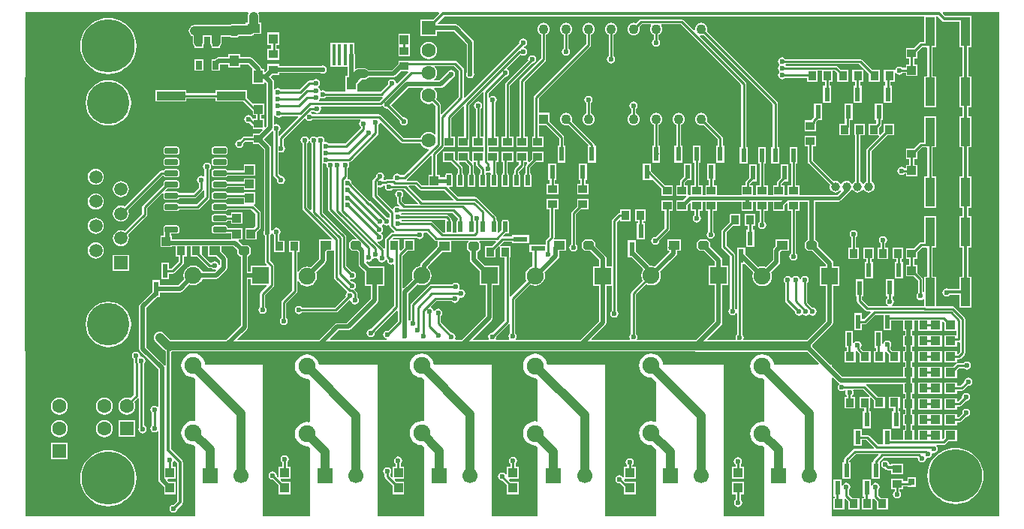
<source format=gtl>
G04*
G04 #@! TF.GenerationSoftware,Altium Limited,Altium NEXUS,2.1.9 (83)*
G04*
G04 Layer_Physical_Order=1*
G04 Layer_Color=255*
%FSLAX44Y44*%
%MOMM*%
G71*
G01*
G75*
%ADD10C,0.2500*%
%ADD11C,0.2540*%
%ADD18C,0.1000*%
%ADD19R,0.7000X0.8000*%
%ADD20R,0.6600X1.0000*%
%ADD21R,1.1000X2.3500*%
%ADD22R,0.4000X2.3500*%
%ADD23R,1.0000X1.4000*%
%ADD24R,1.0000X0.9000*%
%ADD25R,1.4000X1.0000*%
%ADD26R,0.9000X1.0000*%
%ADD27R,1.0000X1.1000*%
%ADD28R,1.0000X1.2200*%
G04:AMPARAMS|DCode=29|XSize=1mm|YSize=1.22mm|CornerRadius=0mm|HoleSize=0mm|Usage=FLASHONLY|Rotation=0.000|XOffset=0mm|YOffset=0mm|HoleType=Round|Shape=Octagon|*
%AMOCTAGOND29*
4,1,8,-0.2500,0.6100,0.2500,0.6100,0.5000,0.3600,0.5000,-0.3600,0.2500,-0.6100,-0.2500,-0.6100,-0.5000,-0.3600,-0.5000,0.3600,-0.2500,0.6100,0.0*
%
%ADD29OCTAGOND29*%

%ADD30R,3.2000X1.0000*%
%ADD31R,1.0000X1.0000*%
%ADD32R,0.6100X1.6100*%
G04:AMPARAMS|DCode=33|XSize=0.55mm|YSize=1.25mm|CornerRadius=0.0495mm|HoleSize=0mm|Usage=FLASHONLY|Rotation=180.000|XOffset=0mm|YOffset=0mm|HoleType=Round|Shape=RoundedRectangle|*
%AMROUNDEDRECTD33*
21,1,0.5500,1.1510,0,0,180.0*
21,1,0.4510,1.2500,0,0,180.0*
1,1,0.0990,-0.2255,0.5755*
1,1,0.0990,0.2255,0.5755*
1,1,0.0990,0.2255,-0.5755*
1,1,0.0990,-0.2255,-0.5755*
%
%ADD33ROUNDEDRECTD33*%
%ADD34R,1.1000X1.0000*%
%ADD35R,1.2200X1.0000*%
G04:AMPARAMS|DCode=36|XSize=1mm|YSize=1.22mm|CornerRadius=0mm|HoleSize=0mm|Usage=FLASHONLY|Rotation=270.000|XOffset=0mm|YOffset=0mm|HoleType=Round|Shape=Octagon|*
%AMOCTAGOND36*
4,1,8,0.6100,0.2500,0.6100,-0.2500,0.3600,-0.5000,-0.3600,-0.5000,-0.6100,-0.2500,-0.6100,0.2500,-0.3600,0.5000,0.3600,0.5000,0.6100,0.2500,0.0*
%
%ADD36OCTAGOND36*%

%ADD37R,1.0000X3.2000*%
%ADD38R,1.6100X0.6100*%
G04:AMPARAMS|DCode=39|XSize=0.6mm|YSize=1.45mm|CornerRadius=0.051mm|HoleSize=0mm|Usage=FLASHONLY|Rotation=270.000|XOffset=0mm|YOffset=0mm|HoleType=Round|Shape=RoundedRectangle|*
%AMROUNDEDRECTD39*
21,1,0.6000,1.3480,0,0,270.0*
21,1,0.4980,1.4500,0,0,270.0*
1,1,0.1020,-0.6740,-0.2490*
1,1,0.1020,-0.6740,0.2490*
1,1,0.1020,0.6740,0.2490*
1,1,0.1020,0.6740,-0.2490*
%
%ADD39ROUNDEDRECTD39*%
%ADD40R,1.0000X1.0000*%
%ADD75C,0.5000*%
%ADD76C,1.0000*%
%ADD77C,0.3000*%
%ADD78C,0.4000*%
%ADD79C,0.3500*%
%ADD80R,1.9000X1.9000*%
%ADD81C,1.9000*%
%ADD82R,1.7000X1.7000*%
%ADD83C,1.7000*%
%ADD84C,4.0000*%
%ADD85C,6.0000*%
%ADD86R,1.6000X1.6000*%
%ADD87C,1.6000*%
%ADD88C,1.0000*%
%ADD89R,1.1000X1.1000*%
%ADD90C,1.1000*%
%ADD91C,4.8000*%
%ADD92C,1.5000*%
%ADD93R,1.5000X1.5000*%
%ADD94C,0.6000*%
G36*
X688360Y757733D02*
X675901Y745274D01*
X674523Y745692D01*
X674314Y746747D01*
X673314Y748244D01*
X671817Y749243D01*
X670052Y749595D01*
X668287Y749243D01*
X666790Y748244D01*
X665790Y746747D01*
X665439Y744982D01*
X665536Y744495D01*
X656680Y735639D01*
X631373D01*
X630442Y736458D01*
Y744200D01*
X635521Y749279D01*
X638048D01*
X639751Y749503D01*
X641338Y750160D01*
X642701Y751206D01*
X643123Y751756D01*
X671149D01*
X672719Y752068D01*
X674050Y752958D01*
X679998Y758906D01*
X687874D01*
X688360Y757733D01*
D02*
G37*
G36*
X659878Y729251D02*
X655550Y724923D01*
X588383D01*
X587779Y726193D01*
X588461Y727215D01*
X588611Y727966D01*
X590022Y728550D01*
X590055Y728529D01*
X591820Y728177D01*
X593585Y728529D01*
X595082Y729528D01*
X595358Y729941D01*
X657860D01*
X657860Y729941D01*
X658950Y730158D01*
X659068Y730237D01*
X659878Y729251D01*
D02*
G37*
G36*
X745202Y759558D02*
Y730152D01*
X726016Y710966D01*
X724843Y711452D01*
Y720726D01*
X724843Y720726D01*
X724626Y721816D01*
X724008Y722740D01*
X724008Y722740D01*
X719669Y727079D01*
X720479Y729034D01*
X720806Y731520D01*
X720479Y734006D01*
X719519Y736323D01*
X717993Y738313D01*
X717296Y738847D01*
X717727Y740117D01*
X725170D01*
X726740Y740430D01*
X728071Y741319D01*
X738085Y751333D01*
X738365Y751388D01*
X739862Y752388D01*
X740862Y753885D01*
X741213Y755650D01*
X740862Y757415D01*
X739862Y758912D01*
X738365Y759911D01*
X736600Y760263D01*
X734835Y759911D01*
X733338Y758912D01*
X732338Y757415D01*
X732283Y757135D01*
X723471Y748323D01*
X717727D01*
X717296Y749593D01*
X717993Y750127D01*
X719519Y752117D01*
X720479Y754434D01*
X720806Y756920D01*
X720479Y759406D01*
X719519Y761723D01*
X718082Y763596D01*
X718279Y764555D01*
X718384Y764866D01*
X739894D01*
X745202Y759558D01*
D02*
G37*
G36*
X705104Y738847D02*
X704407Y738313D01*
X702881Y736323D01*
X701921Y734006D01*
X701594Y731520D01*
X701921Y729034D01*
X702881Y726717D01*
X704407Y724727D01*
X706397Y723201D01*
X708714Y722241D01*
X711200Y721914D01*
X713686Y722241D01*
X715641Y723051D01*
X719145Y719546D01*
Y687904D01*
X718840Y687800D01*
X717875Y687603D01*
X716003Y689039D01*
X713686Y689999D01*
X711200Y690326D01*
X708714Y689999D01*
X706397Y689039D01*
X704407Y687513D01*
X702881Y685523D01*
X702071Y683569D01*
X683170D01*
X657392Y709347D01*
X656467Y709965D01*
X655377Y710182D01*
X655377Y710182D01*
X580175D01*
X579899Y710594D01*
X578745Y711366D01*
X578428Y712750D01*
X578982Y713431D01*
X581932D01*
X582208Y713018D01*
X583705Y712019D01*
X585470Y711667D01*
X587235Y712019D01*
X588732Y713018D01*
X589731Y714515D01*
X590083Y716280D01*
X589749Y717955D01*
X589764Y718241D01*
X590290Y719225D01*
X656730D01*
X656730Y719225D01*
X657820Y719442D01*
X658583Y719951D01*
X659749Y719745D01*
X659999Y719519D01*
X660948Y718098D01*
X662445Y717098D01*
X664210Y716747D01*
X664697Y716844D01*
X678744Y702797D01*
X678647Y702310D01*
X678998Y700545D01*
X679998Y699048D01*
X681495Y698048D01*
X683260Y697697D01*
X685025Y698048D01*
X686522Y699048D01*
X687522Y700545D01*
X687873Y702310D01*
X687522Y704075D01*
X686522Y705572D01*
X685025Y706572D01*
X683260Y706923D01*
X682773Y706826D01*
X669126Y720473D01*
X688769Y740117D01*
X704673D01*
X705104Y738847D01*
D02*
G37*
G36*
X538760Y708341D02*
X539028Y707938D01*
X540525Y706938D01*
X542290Y706587D01*
X544055Y706938D01*
X545552Y707938D01*
X545827Y708351D01*
X563774D01*
X564260Y707178D01*
X543155Y686073D01*
X541885Y686553D01*
Y690675D01*
X543012Y691428D01*
X544011Y692925D01*
X544363Y694690D01*
X544011Y696455D01*
X543012Y697952D01*
X541515Y698951D01*
X539750Y699303D01*
X538099Y698974D01*
X537776Y699020D01*
X536829Y699526D01*
Y708526D01*
X537034Y708667D01*
X538760Y708341D01*
D02*
G37*
G36*
X572215Y705683D02*
X572427Y705491D01*
X573376Y704071D01*
X574872Y703071D01*
X576637Y702720D01*
X578402Y703071D01*
X579899Y704071D01*
X580175Y704484D01*
X634166D01*
X634552Y703214D01*
X634278Y703032D01*
X633279Y701535D01*
X632927Y699770D01*
X633279Y698005D01*
X634278Y696508D01*
X634691Y696233D01*
Y694600D01*
X617310Y677219D01*
X599168D01*
X598892Y677632D01*
X597395Y678632D01*
X595630Y678983D01*
X594809Y678819D01*
X593729Y679900D01*
X593893Y680720D01*
X593541Y682485D01*
X592542Y683982D01*
X591045Y684982D01*
X589280Y685333D01*
X587515Y684982D01*
X586316Y684181D01*
X585470Y684060D01*
X584624Y684181D01*
X583425Y684982D01*
X581660Y685333D01*
X579895Y684982D01*
X578398Y683982D01*
X577398Y682485D01*
X577227Y681625D01*
X575933D01*
X575761Y682485D01*
X574762Y683982D01*
X573265Y684982D01*
X571500Y685333D01*
X569735Y684982D01*
X568238Y683982D01*
X567239Y682485D01*
X566887Y680720D01*
X567239Y678955D01*
X568238Y677458D01*
X568651Y677182D01*
Y604455D01*
X568651Y604455D01*
X568868Y603365D01*
X569486Y602441D01*
X601619Y570307D01*
X601133Y569134D01*
X587705D01*
Y556086D01*
X587717D01*
Y546783D01*
X578375Y537441D01*
X576918Y538044D01*
X574040Y538423D01*
X571162Y538044D01*
X568480Y536933D01*
X566178Y535166D01*
X564411Y532864D01*
X564279Y532545D01*
X563009Y532798D01*
Y554816D01*
X565704D01*
Y567864D01*
X553656D01*
Y554816D01*
X557311D01*
Y511914D01*
X545864Y500466D01*
X545246Y499542D01*
X545029Y498452D01*
X545029Y498452D01*
Y480803D01*
X544616Y480528D01*
X543616Y479031D01*
X543265Y477266D01*
X543616Y475501D01*
X544616Y474004D01*
X546113Y473004D01*
X547878Y472653D01*
X549643Y473004D01*
X551140Y474004D01*
X552140Y475501D01*
X552491Y477266D01*
X552140Y479031D01*
X551140Y480528D01*
X550727Y480803D01*
Y497272D01*
X562174Y508720D01*
X562792Y509644D01*
X563009Y510734D01*
X563009Y510734D01*
Y521810D01*
X564279Y522063D01*
X564411Y521744D01*
X566178Y519442D01*
X568480Y517675D01*
X571162Y516564D01*
X574040Y516185D01*
X576918Y516564D01*
X579600Y517675D01*
X581902Y519442D01*
X583669Y521744D01*
X584780Y524426D01*
X585159Y527304D01*
X584780Y530182D01*
X584177Y531639D01*
X594721Y542183D01*
X595611Y543514D01*
X595923Y545084D01*
Y554862D01*
X597147Y556086D01*
X602953D01*
Y556086D01*
X604211Y556058D01*
Y526372D01*
X604211Y526372D01*
X604428Y525282D01*
X605046Y524358D01*
X619339Y510064D01*
X619215Y508800D01*
X619004Y508660D01*
X618004Y507163D01*
X617653Y505398D01*
X617745Y504934D01*
X605118Y492307D01*
X568433D01*
X568158Y492720D01*
X566661Y493719D01*
X564896Y494071D01*
X563131Y493719D01*
X561634Y492720D01*
X560634Y491223D01*
X560283Y489458D01*
X560634Y487693D01*
X561634Y486196D01*
X563131Y485196D01*
X564896Y484845D01*
X566661Y485196D01*
X568158Y486196D01*
X568433Y486609D01*
X606298D01*
X606298Y486609D01*
X607388Y486826D01*
X608312Y487444D01*
X621756Y500887D01*
X622069Y500825D01*
X622324Y500730D01*
X623407Y499718D01*
X623627Y498615D01*
X624626Y497118D01*
X626123Y496119D01*
X627888Y495767D01*
X629653Y496119D01*
X631150Y497118D01*
X632150Y498615D01*
X632501Y500380D01*
X632150Y502145D01*
X631150Y503642D01*
X630908Y503803D01*
Y507798D01*
X630691Y508888D01*
X630074Y509812D01*
X630074Y509812D01*
X627566Y512320D01*
X627691Y513584D01*
X627902Y513724D01*
X628901Y515221D01*
X629253Y516986D01*
X628901Y518751D01*
X627902Y520248D01*
X626405Y521247D01*
X624640Y521599D01*
X624153Y521502D01*
X622645Y523009D01*
X623271Y524180D01*
X624640Y523907D01*
X626405Y524258D01*
X627902Y525258D01*
X628901Y526755D01*
X629253Y528520D01*
X628901Y530285D01*
X627902Y531782D01*
X626405Y532781D01*
X624640Y533133D01*
X624153Y533036D01*
X618037Y539152D01*
Y572262D01*
X618037Y572262D01*
X617820Y573352D01*
X617202Y574276D01*
X617202Y574276D01*
X592129Y599350D01*
Y654501D01*
X593399Y655180D01*
X593865Y654868D01*
X595630Y654517D01*
X596208Y653337D01*
X596097Y652780D01*
X596449Y651015D01*
X597448Y649518D01*
X597861Y649242D01*
Y603402D01*
X597861Y603402D01*
X598078Y602312D01*
X598696Y601388D01*
X629776Y570307D01*
X629290Y569134D01*
X624589D01*
X621327Y565872D01*
Y559348D01*
X624589Y556086D01*
X630844D01*
X632167Y554763D01*
Y541274D01*
X632480Y539704D01*
X633369Y538373D01*
X639216Y532526D01*
Y516280D01*
X646391D01*
Y502588D01*
X618555Y474751D01*
X608090D01*
X606520Y474439D01*
X605189Y473549D01*
X587409Y455770D01*
X586631D01*
X585856Y455668D01*
X585080Y455770D01*
X496252D01*
X495766Y456944D01*
X506329Y467507D01*
X507219Y468838D01*
X507531Y470408D01*
Y524471D01*
X510946D01*
Y517550D01*
X528209D01*
X528695Y516377D01*
X521734Y509415D01*
X521116Y508491D01*
X520899Y507401D01*
X520899Y507401D01*
Y493250D01*
X520486Y492974D01*
X519487Y491477D01*
X519135Y489712D01*
X519487Y487947D01*
X520486Y486450D01*
X521983Y485451D01*
X523748Y485099D01*
X525513Y485451D01*
X527010Y486450D01*
X528009Y487947D01*
X528361Y489712D01*
X528009Y491477D01*
X527010Y492974D01*
X526597Y493250D01*
Y506221D01*
X536278Y515902D01*
X536896Y516827D01*
X537113Y517917D01*
X537113Y517917D01*
Y539231D01*
X537113Y539231D01*
X536896Y540322D01*
X536278Y541246D01*
X532439Y545085D01*
Y573042D01*
X532852Y573318D01*
X533852Y574815D01*
X534149Y576310D01*
X535444D01*
X535489Y576085D01*
X536488Y574588D01*
X536901Y574313D01*
Y567864D01*
X536656D01*
Y554816D01*
X548704D01*
Y567864D01*
X542599D01*
Y574313D01*
X543012Y574588D01*
X544011Y576085D01*
X544363Y577850D01*
X544011Y579615D01*
X543012Y581112D01*
X541515Y582112D01*
X539750Y582463D01*
X537985Y582112D01*
X536488Y581112D01*
X535489Y579615D01*
X535424Y579290D01*
X534053Y578910D01*
X533693Y579306D01*
Y672220D01*
X533381Y673790D01*
X532491Y675121D01*
X526185Y681427D01*
Y682833D01*
X534889Y691536D01*
X534948Y691552D01*
X536187Y691039D01*
Y642064D01*
X536187Y642064D01*
X536404Y640974D01*
X537022Y640050D01*
X540314Y636757D01*
X540217Y636270D01*
X540569Y634505D01*
X541568Y633008D01*
X543065Y632009D01*
X544830Y631657D01*
X546595Y632009D01*
X548092Y633008D01*
X549091Y634505D01*
X549443Y636270D01*
X549091Y638035D01*
X548092Y639532D01*
X546595Y640531D01*
X544830Y640883D01*
X544343Y640786D01*
X541885Y643244D01*
Y667010D01*
X542869Y667536D01*
X543155Y667551D01*
X544830Y667217D01*
X546595Y667569D01*
X548092Y668568D01*
X549091Y670065D01*
X549443Y671830D01*
X549091Y673595D01*
X548092Y675092D01*
X547679Y675368D01*
Y682540D01*
X571146Y706007D01*
X572215Y705683D01*
D02*
G37*
G36*
X679976Y678706D02*
X679976Y678706D01*
X680900Y678088D01*
X681990Y677871D01*
X681990Y677871D01*
X702071D01*
X702881Y675917D01*
X704407Y673927D01*
X706397Y672401D01*
X708714Y671441D01*
X711053Y671133D01*
X711596Y670311D01*
X711738Y670022D01*
X683375Y641659D01*
X679177D01*
X678902Y642072D01*
X677405Y643072D01*
X675640Y643423D01*
X673875Y643072D01*
X672378Y642072D01*
X671378Y640575D01*
X671027Y638810D01*
X671134Y638274D01*
X670328Y637293D01*
X664350D01*
X664350Y637293D01*
X663260Y637076D01*
X662336Y636458D01*
X662336Y636458D01*
X661871Y635994D01*
X660594Y636009D01*
X660567Y636039D01*
X660067Y637241D01*
X660811Y638355D01*
X661163Y640120D01*
X660811Y641885D01*
X659812Y643382D01*
X658315Y644381D01*
X656550Y644733D01*
X654785Y644381D01*
X653288Y643382D01*
X652289Y641885D01*
X651937Y640120D01*
X651952Y640045D01*
X648782Y636874D01*
X648164Y635950D01*
X647947Y634860D01*
X647947Y634860D01*
Y618630D01*
X647947Y618630D01*
X648164Y617540D01*
X648782Y616616D01*
X667155Y598242D01*
Y594100D01*
X666171Y593574D01*
X665885Y593559D01*
X664210Y593893D01*
X664202Y593891D01*
X646736Y611357D01*
X645812Y611974D01*
X644721Y612191D01*
X644721Y612191D01*
X644631D01*
X624371Y632452D01*
X624373Y632460D01*
X624021Y634225D01*
X623022Y635722D01*
X621525Y636721D01*
X619991Y637027D01*
X619617Y637541D01*
X619386Y638293D01*
X619852Y638990D01*
X620069Y640080D01*
X620069Y640080D01*
Y649242D01*
X620482Y649518D01*
X621482Y651015D01*
X621833Y652780D01*
X621482Y654545D01*
X621170Y655011D01*
X621418Y655738D01*
X621820Y656324D01*
X622694Y656498D01*
X623618Y657116D01*
X653524Y687022D01*
X653524Y687022D01*
X654142Y687946D01*
X654359Y689036D01*
X654359Y689036D01*
Y697503D01*
X654772Y697778D01*
X655771Y699275D01*
X656077Y700809D01*
X656768Y701185D01*
X657362Y701319D01*
X679976Y678706D01*
D02*
G37*
G36*
X714722Y663289D02*
Y641904D01*
X711026D01*
Y630229D01*
X703617D01*
X699117Y634728D01*
X698193Y635346D01*
X697103Y635563D01*
X697103Y635563D01*
X687010D01*
X686613Y636673D01*
X686607Y636833D01*
X713548Y663775D01*
X714722Y663289D01*
D02*
G37*
G36*
X662188Y628902D02*
X662137Y628650D01*
X662488Y626885D01*
X663488Y625388D01*
X664985Y624389D01*
X666750Y624037D01*
X668515Y624389D01*
X670012Y625388D01*
X670287Y625801D01*
X683437D01*
X699172Y610066D01*
X698686Y608893D01*
X684440D01*
X681029Y612304D01*
Y616222D01*
X681442Y616498D01*
X682441Y617995D01*
X682793Y619760D01*
X682441Y621525D01*
X681442Y623022D01*
X679945Y624021D01*
X678180Y624373D01*
X676415Y624021D01*
X674918Y623022D01*
X673919Y621525D01*
X673567Y619760D01*
X673919Y617995D01*
X674918Y616498D01*
X675331Y616222D01*
Y611124D01*
X675331Y611124D01*
X675548Y610034D01*
X676166Y609110D01*
X677945Y607331D01*
X677689Y606814D01*
X677196Y606283D01*
X675640Y606593D01*
X673875Y606241D01*
X672378Y605242D01*
X671429Y603821D01*
X671218Y603630D01*
X670149Y603306D01*
X653645Y619810D01*
Y627640D01*
X654630Y628166D01*
X654915Y628181D01*
X656590Y627847D01*
X658355Y628199D01*
X659852Y629198D01*
X660338Y629927D01*
X661300Y629959D01*
X662188Y628902D01*
D02*
G37*
G36*
X700423Y625366D02*
X700423Y625366D01*
X701347Y624748D01*
X702437Y624531D01*
X702437Y624531D01*
X728689D01*
X739090Y614130D01*
X738604Y612957D01*
X704339D01*
X688604Y628692D01*
X689090Y629865D01*
X695923D01*
X700423Y625366D01*
D02*
G37*
G36*
X577398Y678955D02*
X578398Y677458D01*
X578811Y677182D01*
Y602832D01*
X577638Y602346D01*
X574349Y605635D01*
Y677182D01*
X574762Y677458D01*
X575761Y678955D01*
X575933Y679815D01*
X577227D01*
X577398Y678955D01*
D02*
G37*
G36*
X743911Y593180D02*
Y591045D01*
X743717Y591007D01*
X743049Y590561D01*
X742603Y589893D01*
X742447Y589105D01*
Y577595D01*
X742085Y577155D01*
X738735D01*
X738373Y577595D01*
Y589105D01*
X738217Y589893D01*
X737771Y590561D01*
X737103Y591007D01*
X736909Y591045D01*
Y591820D01*
X736692Y592910D01*
X736074Y593834D01*
X736074Y593834D01*
X733534Y596374D01*
X732610Y596992D01*
X731520Y597209D01*
X731520Y597209D01*
X680795D01*
X680265Y597861D01*
X680804Y599131D01*
X737960D01*
X743911Y593180D01*
D02*
G37*
G36*
X729734Y591315D02*
X730136Y590241D01*
X729903Y589893D01*
X729746Y589105D01*
Y577595D01*
X729385Y577155D01*
X727354D01*
X715754Y588754D01*
X714830Y589372D01*
X713740Y589589D01*
X713740Y589589D01*
X681109D01*
X680532Y590550D01*
X681109Y591511D01*
X729573D01*
X729734Y591315D01*
D02*
G37*
G36*
X661246Y585820D02*
X662445Y585019D01*
X664210Y584667D01*
X665885Y585001D01*
X666105Y584990D01*
X666120Y584986D01*
X667239Y584336D01*
X667372Y583666D01*
X667990Y582742D01*
X672572Y578159D01*
X672093Y576889D01*
X670199D01*
X670199Y576889D01*
X669109Y576672D01*
X668184Y576054D01*
X662912Y570782D01*
X662294Y569857D01*
X662077Y568767D01*
X662077Y568767D01*
Y558927D01*
X660807Y558618D01*
X660382Y559253D01*
X660382Y559253D01*
X653726Y565910D01*
X654352Y567080D01*
X655320Y566887D01*
X657085Y567239D01*
X658582Y568238D01*
X659582Y569735D01*
X659933Y571500D01*
X659582Y573265D01*
X658582Y574762D01*
X657953Y575181D01*
Y576709D01*
X658582Y577128D01*
X659582Y578625D01*
X659933Y580390D01*
X659582Y582155D01*
X658582Y583652D01*
X658447Y583742D01*
X658411Y584234D01*
X658588Y585174D01*
X659554Y585820D01*
X660400Y585940D01*
X661246Y585820D01*
D02*
G37*
G36*
X718076Y568216D02*
X718076Y568216D01*
X719000Y567598D01*
X720090Y567381D01*
X721055D01*
Y560618D01*
X703104Y542667D01*
X702214Y541336D01*
X701902Y539766D01*
Y539252D01*
X700448Y539060D01*
X697766Y537949D01*
X695464Y536182D01*
X693697Y533880D01*
X692586Y531198D01*
X692207Y528320D01*
X692586Y525442D01*
X693189Y523985D01*
X683170Y513966D01*
X681997Y514452D01*
Y550858D01*
X687225Y556086D01*
X695244D01*
Y569134D01*
X683196D01*
Y560115D01*
X679514Y556433D01*
X678244Y556959D01*
Y569134D01*
X670981D01*
X670495Y570307D01*
X671379Y571191D01*
X697503D01*
X697778Y570778D01*
X699275Y569779D01*
X701040Y569427D01*
X702805Y569779D01*
X704302Y570778D01*
X705302Y572275D01*
X705653Y574040D01*
X705319Y575715D01*
X705334Y576001D01*
X705860Y576985D01*
X709306D01*
X718076Y568216D01*
D02*
G37*
G36*
X652840Y547900D02*
X653826Y547270D01*
X654107Y545859D01*
X655106Y544362D01*
X656603Y543363D01*
X658368Y543011D01*
X660133Y543363D01*
X661630Y544362D01*
X662629Y545859D01*
X662717Y546298D01*
X663932Y546667D01*
X664774Y545825D01*
X664677Y545338D01*
X665029Y543573D01*
X666028Y542076D01*
X667525Y541077D01*
X669290Y540725D01*
X670965Y541059D01*
X671251Y541044D01*
X672235Y540518D01*
Y493892D01*
X646409Y468066D01*
X645922Y468163D01*
X644157Y467812D01*
X642660Y466812D01*
X641661Y465315D01*
X641309Y463550D01*
X641661Y461785D01*
X642660Y460288D01*
X644157Y459288D01*
X645922Y458937D01*
X647687Y459288D01*
X649184Y460288D01*
X650183Y461785D01*
X650535Y463550D01*
X650438Y464037D01*
X675126Y488725D01*
X676299Y488239D01*
Y477174D01*
X665115Y465990D01*
X664628Y466087D01*
X662863Y465736D01*
X661366Y464736D01*
X660367Y463239D01*
X660015Y461474D01*
X660367Y459709D01*
X661366Y458212D01*
X662863Y457212D01*
X663729Y457040D01*
X663604Y455770D01*
X600673D01*
X600187Y456944D01*
X609789Y466545D01*
X620254D01*
X621824Y466858D01*
X623155Y467747D01*
X653395Y497987D01*
X654285Y499318D01*
X654597Y500888D01*
Y516280D01*
X661264D01*
Y538328D01*
X645018D01*
X640492Y542854D01*
X640606Y544140D01*
X641668Y544684D01*
X642125Y544379D01*
X643890Y544027D01*
X645655Y544379D01*
X647152Y545378D01*
X648151Y546875D01*
X648219Y547213D01*
X649653Y547912D01*
X650892Y547666D01*
X652534Y547992D01*
X652840Y547900D01*
D02*
G37*
G36*
X461975Y549736D02*
X471421D01*
X475976Y545181D01*
Y540182D01*
X474706Y540056D01*
X474416Y541515D01*
X473416Y543012D01*
X471919Y544011D01*
X470154Y544363D01*
X468389Y544011D01*
X466892Y543012D01*
X466617Y542599D01*
X465120D01*
X455214Y552505D01*
Y561181D01*
X461975D01*
Y549736D01*
D02*
G37*
G36*
X495597Y556982D02*
Y552998D01*
X498859Y549736D01*
X499325D01*
Y528066D01*
Y472107D01*
X482988Y455770D01*
X419850D01*
X412497Y463123D01*
X411134Y464169D01*
X409547Y464826D01*
X407844Y465050D01*
X406141Y464826D01*
X404554Y464169D01*
X403191Y463123D01*
X402145Y461760D01*
X401488Y460173D01*
X401264Y458470D01*
X401488Y456767D01*
X402145Y455180D01*
X403191Y453817D01*
X412471Y444537D01*
X413834Y443491D01*
X414750Y443112D01*
X414747Y443094D01*
X414747Y443094D01*
Y426953D01*
X413477Y426567D01*
X413231Y426935D01*
X392977Y447189D01*
Y491859D01*
X405088Y503970D01*
X408434D01*
Y509441D01*
X430740D01*
X432310Y509753D01*
X433641Y510643D01*
X441435Y518437D01*
X442892Y517834D01*
X445770Y517455D01*
X448648Y517834D01*
X451330Y518945D01*
X453632Y520712D01*
X455399Y523014D01*
X456003Y524471D01*
X471678D01*
X473248Y524784D01*
X474579Y525673D01*
X482980Y534073D01*
X483869Y535404D01*
X484181Y536974D01*
Y546880D01*
X483869Y548451D01*
X482980Y549782D01*
X477223Y555538D01*
Y561181D01*
X491398D01*
X495597Y556982D01*
D02*
G37*
G36*
X1355056Y256574D02*
X1165860D01*
Y412908D01*
X1167033Y413394D01*
X1173119Y407309D01*
X1173521Y407040D01*
X1174028Y405852D01*
X1173028Y404355D01*
X1172677Y402590D01*
X1173028Y400825D01*
X1174028Y399328D01*
X1175525Y398329D01*
X1177290Y397977D01*
X1179055Y398329D01*
X1180116Y399037D01*
X1180666Y398974D01*
X1180919Y398696D01*
X1181479Y397667D01*
X1181195Y396240D01*
X1181546Y394475D01*
X1182546Y392978D01*
X1182769Y392830D01*
Y391334D01*
X1180174D01*
Y378286D01*
X1192222D01*
Y391334D01*
X1188467D01*
Y392576D01*
X1189070Y392978D01*
X1190070Y394475D01*
X1190421Y396240D01*
X1190070Y398005D01*
X1189758Y398471D01*
X1190437Y399741D01*
X1201384D01*
X1208521Y392604D01*
X1207995Y391334D01*
X1197174D01*
Y378286D01*
X1202725D01*
Y375124D01*
X1201000D01*
Y355976D01*
X1210148D01*
Y375124D01*
X1208423D01*
Y378286D01*
X1209222D01*
Y390107D01*
X1210492Y390633D01*
X1213566Y387559D01*
Y378540D01*
X1225614D01*
Y391588D01*
X1217595D01*
X1204578Y404604D01*
X1204230Y404837D01*
X1204615Y406107D01*
X1246586D01*
Y394796D01*
X1248507D01*
Y390064D01*
X1246586D01*
Y377016D01*
X1248507D01*
Y372284D01*
X1246586D01*
Y359236D01*
X1248507D01*
Y354504D01*
X1246586D01*
Y343035D01*
X1232918D01*
Y355224D01*
X1223770D01*
Y337655D01*
X1218094D01*
X1208084Y347664D01*
X1207160Y348282D01*
X1206070Y348499D01*
X1206070Y348499D01*
X1199898D01*
Y355224D01*
X1190750D01*
Y336076D01*
X1199898D01*
Y342801D01*
X1204890D01*
X1213723Y333968D01*
X1213237Y332795D01*
X1191768D01*
X1191768Y332795D01*
X1190678Y332578D01*
X1189754Y331960D01*
X1189754Y331960D01*
X1180610Y322816D01*
X1179992Y321892D01*
X1179775Y320802D01*
X1179775Y320802D01*
Y317974D01*
X1178050D01*
Y298826D01*
X1187198D01*
Y317974D01*
X1185473D01*
Y319622D01*
X1192948Y327097D01*
X1218283D01*
X1218769Y325924D01*
X1213630Y320784D01*
X1213012Y319860D01*
X1212795Y318770D01*
X1211916Y317974D01*
X1211070D01*
Y298826D01*
X1220218D01*
Y317974D01*
X1220218D01*
X1219825Y318922D01*
X1223936Y323033D01*
X1261947D01*
X1263101Y322326D01*
X1263453Y320561D01*
X1264452Y319064D01*
X1265949Y318064D01*
X1267714Y317713D01*
X1269479Y318064D01*
X1270976Y319064D01*
X1271975Y320561D01*
X1272214Y321762D01*
X1272389Y322345D01*
X1273549Y322692D01*
X1274318Y322539D01*
X1276083Y322891D01*
X1277580Y323890D01*
X1278579Y325387D01*
X1278931Y327152D01*
X1278925Y327179D01*
X1280005Y328259D01*
X1280668Y328127D01*
X1282433Y328479D01*
X1283930Y329478D01*
X1284930Y330975D01*
X1285281Y332740D01*
X1284930Y334505D01*
X1283930Y336002D01*
X1283831Y336067D01*
X1284217Y337337D01*
X1291796D01*
X1291796Y337337D01*
X1292886Y337554D01*
X1293810Y338172D01*
X1297095Y341456D01*
X1307114D01*
Y354504D01*
X1293066D01*
Y345485D01*
X1291384Y343803D01*
X1290114Y344329D01*
Y354504D01*
X1276066D01*
Y354504D01*
X1275634D01*
Y354504D01*
X1263586D01*
Y349696D01*
X1263168Y349070D01*
X1262951Y347980D01*
X1263168Y346890D01*
X1263586Y346264D01*
Y343035D01*
X1258634D01*
Y354504D01*
X1256713D01*
Y359236D01*
X1258634D01*
Y372284D01*
X1256713D01*
Y377016D01*
X1258634D01*
Y390064D01*
X1256713D01*
Y394796D01*
X1258634D01*
Y407844D01*
X1256713D01*
Y412576D01*
X1258634D01*
Y425624D01*
X1256713D01*
Y430356D01*
X1258634D01*
Y443404D01*
X1256713D01*
Y448136D01*
X1258634D01*
Y461184D01*
X1256713D01*
Y465916D01*
X1258634D01*
Y477385D01*
X1263586D01*
Y474156D01*
X1263168Y473530D01*
X1262951Y472440D01*
X1263168Y471350D01*
X1263586Y470724D01*
Y465916D01*
X1275634D01*
Y465916D01*
X1276066D01*
Y465916D01*
X1290114D01*
Y476091D01*
X1291384Y476617D01*
X1293066Y474935D01*
Y465916D01*
X1306521D01*
Y461184D01*
X1293066D01*
Y448136D01*
X1307114D01*
Y453299D01*
X1309370D01*
X1310585Y452246D01*
Y442124D01*
X1308384Y439923D01*
X1307114Y440197D01*
Y443404D01*
X1293066D01*
Y430356D01*
X1305964D01*
X1305975Y430356D01*
X1305975Y430356D01*
X1306337Y430356D01*
X1306698Y429165D01*
X1306196Y428734D01*
X1305824Y428363D01*
X1303085Y425624D01*
X1293066D01*
Y412576D01*
X1307114D01*
Y421595D01*
X1309390Y423871D01*
X1314722D01*
X1314998Y423458D01*
X1316495Y422458D01*
X1318260Y422107D01*
X1320025Y422458D01*
X1321522Y423458D01*
X1322522Y424955D01*
X1322873Y426720D01*
X1322522Y428485D01*
X1321522Y429982D01*
X1320025Y430981D01*
X1318260Y431333D01*
X1316495Y430981D01*
X1314998Y429982D01*
X1314722Y429569D01*
X1309040D01*
X1307838Y429782D01*
X1307838Y429782D01*
Y429782D01*
X1307114Y430646D01*
X1307114Y431258D01*
X1307114Y431258D01*
X1307114Y431304D01*
Y434031D01*
X1309370D01*
X1309370Y434031D01*
X1310460Y434248D01*
X1311384Y434866D01*
X1315448Y438930D01*
X1315448Y438930D01*
X1316066Y439854D01*
X1316283Y440944D01*
X1316283Y440944D01*
Y479295D01*
X1316066Y480385D01*
X1315448Y481309D01*
X1315448Y481309D01*
X1303977Y492780D01*
X1303053Y493398D01*
X1301963Y493615D01*
X1301963Y493615D01*
X1283194D01*
Y527084D01*
X1279519D01*
Y560036D01*
X1283194D01*
Y595084D01*
X1270146D01*
Y565679D01*
X1266520D01*
X1266520Y565679D01*
X1265430Y565462D01*
X1264506Y564844D01*
X1264506Y564844D01*
X1258525Y558864D01*
X1249506D01*
Y546816D01*
X1253181D01*
Y540304D01*
X1249506D01*
Y527256D01*
X1258525D01*
X1263047Y522734D01*
Y508783D01*
X1262634Y508508D01*
X1261635Y507011D01*
X1261283Y505246D01*
X1261635Y503481D01*
X1262634Y501984D01*
X1264131Y500984D01*
X1265896Y500633D01*
X1267661Y500984D01*
X1268876Y501796D01*
X1270146Y501352D01*
Y493797D01*
X1233869D01*
X1233484Y495067D01*
X1234654Y495848D01*
X1235654Y497345D01*
X1236005Y499110D01*
X1235654Y500875D01*
X1234654Y502372D01*
X1234241Y502648D01*
Y504986D01*
X1235966D01*
Y524134D01*
X1226818D01*
Y504986D01*
X1228543D01*
Y502648D01*
X1228130Y502372D01*
X1227131Y500875D01*
X1226779Y499110D01*
X1227131Y497345D01*
X1228130Y495848D01*
X1229300Y495067D01*
X1228915Y493797D01*
X1207206D01*
X1199951Y501052D01*
Y504942D01*
X1201840D01*
Y524090D01*
X1192692D01*
Y504942D01*
X1194253D01*
Y499872D01*
X1194253Y499872D01*
X1194470Y498782D01*
X1195088Y497858D01*
X1204012Y488934D01*
X1204012Y488934D01*
X1204936Y488316D01*
X1206026Y488099D01*
X1209359D01*
X1209845Y486926D01*
X1202062Y479143D01*
X1200152D01*
Y485868D01*
X1191004D01*
Y466720D01*
X1200152D01*
Y473445D01*
X1203242D01*
X1203242Y473445D01*
X1204332Y473662D01*
X1205256Y474280D01*
X1215012Y484035D01*
X1224024D01*
Y466466D01*
X1233172D01*
Y477385D01*
X1246586D01*
Y465916D01*
X1248507D01*
Y461184D01*
X1246586D01*
Y448136D01*
X1248507D01*
Y443404D01*
X1246586D01*
Y430356D01*
X1248507D01*
Y425624D01*
X1246586D01*
Y414313D01*
X1177719D01*
X1165860Y426172D01*
Y427990D01*
X1164042D01*
X1143530Y448503D01*
X1143620Y449190D01*
X1143530Y449878D01*
X1166221Y472569D01*
X1167111Y473900D01*
X1167423Y475470D01*
Y516534D01*
X1174598D01*
Y538582D01*
X1167677D01*
Y542337D01*
X1167365Y543907D01*
X1166475Y545238D01*
X1150925Y560788D01*
Y565872D01*
X1147663Y569134D01*
X1147404D01*
Y611881D01*
X1173258D01*
X1174633Y612155D01*
X1175799Y612933D01*
X1185111Y622245D01*
X1185476Y622792D01*
X1185860Y622951D01*
X1187223Y623997D01*
X1188092Y625130D01*
X1188770Y625252D01*
X1188870D01*
X1189548Y625130D01*
X1190417Y623997D01*
X1191780Y622951D01*
X1193367Y622294D01*
X1195070Y622070D01*
X1196773Y622294D01*
X1198360Y622951D01*
X1199723Y623997D01*
X1200592Y625130D01*
X1201270Y625252D01*
X1201370D01*
X1202048Y625130D01*
X1202917Y623997D01*
X1204280Y622951D01*
X1205867Y622294D01*
X1207570Y622070D01*
X1209273Y622294D01*
X1210860Y622951D01*
X1212223Y623997D01*
X1213269Y625360D01*
X1213926Y626947D01*
X1214150Y628650D01*
X1213926Y630353D01*
X1213269Y631940D01*
X1212223Y633303D01*
X1210860Y634349D01*
X1210419Y634532D01*
Y668562D01*
X1228499Y686642D01*
X1236518D01*
Y699690D01*
X1224470D01*
Y690671D01*
X1220788Y686989D01*
X1219518Y687515D01*
Y695661D01*
X1221014Y697158D01*
X1221014Y697158D01*
X1221632Y698082D01*
X1221849Y699172D01*
Y703360D01*
X1223574D01*
Y722508D01*
X1214426D01*
Y703360D01*
X1216151D01*
Y700352D01*
X1215489Y699690D01*
X1207470D01*
Y686642D01*
X1218645D01*
X1219171Y685372D01*
X1205556Y671756D01*
X1204938Y670832D01*
X1204721Y669742D01*
X1204721Y669742D01*
Y634532D01*
X1204280Y634349D01*
X1202917Y633303D01*
X1202048Y632170D01*
X1201370Y632048D01*
X1201270D01*
X1200592Y632170D01*
X1199723Y633303D01*
X1198360Y634349D01*
X1197919Y634532D01*
Y686642D01*
X1203244D01*
Y699690D01*
X1191196D01*
Y686642D01*
X1192221D01*
Y634532D01*
X1191780Y634349D01*
X1190417Y633303D01*
X1189548Y632170D01*
X1188870Y632048D01*
X1188770D01*
X1188092Y632170D01*
X1187223Y633303D01*
X1185860Y634349D01*
X1184273Y635006D01*
X1182570Y635230D01*
X1180867Y635006D01*
X1179280Y634349D01*
X1177917Y633303D01*
X1177048Y632170D01*
X1176370Y632048D01*
X1176270D01*
X1175592Y632170D01*
X1174723Y633303D01*
X1173360Y634349D01*
X1171773Y635006D01*
X1170070Y635230D01*
X1168367Y635006D01*
X1167925Y634823D01*
X1144579Y658170D01*
Y674324D01*
X1148254D01*
Y686372D01*
X1135206D01*
Y674324D01*
X1138881D01*
Y656990D01*
X1138881Y656990D01*
X1139098Y655900D01*
X1139716Y654976D01*
X1163897Y630794D01*
X1163714Y630353D01*
X1163490Y628650D01*
X1163714Y626947D01*
X1164371Y625360D01*
X1165417Y623997D01*
X1166780Y622951D01*
X1168367Y622294D01*
X1170070Y622070D01*
X1171773Y622294D01*
X1173360Y622951D01*
X1174723Y623997D01*
X1175153Y624558D01*
X1175274Y624597D01*
X1176376Y624332D01*
X1176425Y623723D01*
X1171770Y619067D01*
X1143841D01*
X1143495Y618998D01*
X1143301Y619037D01*
X1143107Y618998D01*
X1142761Y619067D01*
X1129204D01*
Y630474D01*
X1125619D01*
Y654426D01*
X1127344D01*
Y673574D01*
X1118196D01*
Y654426D01*
X1119921D01*
Y630474D01*
X1116156D01*
Y619067D01*
X1114694D01*
X1114694Y619067D01*
X1112694D01*
Y630474D01*
X1109519D01*
Y632070D01*
X1111975Y634526D01*
X1117094D01*
Y653674D01*
X1107946D01*
Y638555D01*
X1104656Y635264D01*
X1104038Y634340D01*
X1103821Y633250D01*
X1103821Y633250D01*
Y630474D01*
X1099646D01*
Y619067D01*
X1093644D01*
Y630474D01*
X1090059D01*
Y654426D01*
X1091784D01*
Y673574D01*
X1082636D01*
Y654426D01*
X1084361D01*
Y630474D01*
X1080596D01*
Y619067D01*
X1077134D01*
Y630474D01*
X1073959D01*
Y632070D01*
X1076415Y634526D01*
X1081534D01*
Y653674D01*
X1072386D01*
Y638555D01*
X1069096Y635264D01*
X1068478Y634340D01*
X1068261Y633250D01*
X1068261Y633250D01*
Y630474D01*
X1064086D01*
Y619067D01*
X1036494D01*
Y630474D01*
X1032729D01*
Y635796D01*
X1034454D01*
Y654944D01*
X1025306D01*
Y635796D01*
X1027031D01*
Y630474D01*
X1023446D01*
Y619067D01*
X1019984D01*
Y630474D01*
X1016399D01*
Y655696D01*
X1018124D01*
Y674844D01*
X1008976D01*
Y655696D01*
X1010701D01*
Y630474D01*
X1006936D01*
Y619067D01*
X1005474D01*
X1004744Y618922D01*
X1003550Y619735D01*
X1003474Y619866D01*
Y630474D01*
X1000299D01*
Y633340D01*
X1002755Y635796D01*
X1007874D01*
Y654944D01*
X998726D01*
Y639825D01*
X995436Y636534D01*
X994818Y635610D01*
X994601Y634520D01*
X994601Y634520D01*
Y630474D01*
X990426D01*
Y618426D01*
X1001549D01*
X1002075Y617156D01*
X998393Y613474D01*
X990426D01*
Y601426D01*
X1003474D01*
Y608393D01*
X1005763Y610681D01*
X1006936Y610195D01*
Y601426D01*
X1010865D01*
Y596119D01*
X1010452Y595844D01*
X1009453Y594347D01*
X1009101Y592582D01*
X1009453Y590817D01*
X1010452Y589320D01*
X1011949Y588321D01*
X1013714Y587969D01*
X1015479Y588321D01*
X1016976Y589320D01*
X1017975Y590817D01*
X1018327Y592582D01*
X1017975Y594347D01*
X1016976Y595844D01*
X1016563Y596119D01*
Y601426D01*
X1019984D01*
Y611881D01*
X1023446D01*
Y601426D01*
X1026359D01*
Y578086D01*
X1025946Y577810D01*
X1024947Y576313D01*
X1024595Y574548D01*
X1024947Y572783D01*
X1025946Y571286D01*
X1027443Y570286D01*
X1029208Y569935D01*
X1030973Y570286D01*
X1032470Y571286D01*
X1033469Y572783D01*
X1033821Y574548D01*
X1033469Y576313D01*
X1032470Y577810D01*
X1032057Y578086D01*
Y601426D01*
X1036494D01*
Y611881D01*
X1064086D01*
Y601426D01*
X1077134D01*
Y611881D01*
X1080596D01*
Y601426D01*
X1084271D01*
Y588584D01*
X1084112Y588478D01*
X1083112Y586981D01*
X1082761Y585216D01*
X1083112Y583451D01*
X1084112Y581954D01*
X1085609Y580955D01*
X1087374Y580603D01*
X1089139Y580955D01*
X1090636Y581954D01*
X1091636Y583451D01*
X1091987Y585216D01*
X1091636Y586981D01*
X1090636Y588478D01*
X1089969Y588923D01*
Y601426D01*
X1093644D01*
Y611881D01*
X1099646D01*
Y601426D01*
X1112694D01*
Y608393D01*
X1114983Y610681D01*
X1116156Y610195D01*
Y601426D01*
X1119831D01*
Y553194D01*
X1119418Y552918D01*
X1118419Y551421D01*
X1118067Y549656D01*
X1118419Y547891D01*
X1119418Y546394D01*
X1120915Y545395D01*
X1122680Y545043D01*
X1124445Y545395D01*
X1125942Y546394D01*
X1126942Y547891D01*
X1127293Y549656D01*
X1126942Y551421D01*
X1125942Y552918D01*
X1125529Y553194D01*
Y601426D01*
X1129204D01*
Y611881D01*
X1139198D01*
Y569134D01*
X1138939D01*
X1135677Y565872D01*
Y559348D01*
X1138939Y556086D01*
X1144023D01*
X1159471Y540638D01*
Y538582D01*
X1152550D01*
Y516534D01*
X1159217D01*
Y477169D01*
X1137728Y455680D01*
X1137040Y455770D01*
X1135337Y455546D01*
X1135289Y455526D01*
X1066795D01*
X1066270Y456509D01*
X1066254Y456796D01*
X1066587Y458470D01*
X1066236Y460235D01*
X1065236Y461732D01*
X1064823Y462007D01*
Y540800D01*
X1068326D01*
X1068326Y540800D01*
Y540800D01*
X1069180Y539949D01*
X1077237Y531893D01*
X1076634Y530436D01*
X1076255Y527558D01*
X1076634Y524680D01*
X1077745Y521998D01*
X1079512Y519696D01*
X1081814Y517929D01*
X1084496Y516818D01*
X1087374Y516439D01*
X1090252Y516818D01*
X1092934Y517929D01*
X1095236Y519696D01*
X1097003Y521998D01*
X1098114Y524680D01*
X1098493Y527558D01*
X1098114Y530436D01*
X1097511Y531893D01*
X1106531Y540913D01*
X1107421Y542244D01*
X1107733Y543814D01*
Y554862D01*
X1108957Y556086D01*
X1117303D01*
Y569134D01*
X1102055D01*
Y560788D01*
X1100729Y559462D01*
X1099839Y558131D01*
X1099527Y556561D01*
Y545513D01*
X1091709Y537695D01*
X1090252Y538298D01*
X1087374Y538677D01*
X1084496Y538298D01*
X1083039Y537695D01*
X1068326Y552408D01*
Y559948D01*
X1059178D01*
Y548861D01*
X1059125Y548596D01*
X1059125Y548596D01*
Y490462D01*
X1057855Y490077D01*
X1057108Y491196D01*
X1056695Y491471D01*
Y551180D01*
X1056695Y551180D01*
X1056478Y552270D01*
X1055860Y553194D01*
X1055860Y553194D01*
X1047043Y562012D01*
Y577178D01*
X1054399Y584534D01*
X1062800D01*
Y597582D01*
X1050752D01*
Y588945D01*
X1042180Y580372D01*
X1041562Y579448D01*
X1041345Y578358D01*
X1041345Y578358D01*
Y560832D01*
X1041345Y560832D01*
X1041562Y559742D01*
X1042180Y558818D01*
X1050997Y550000D01*
Y491471D01*
X1050584Y491196D01*
X1049585Y489699D01*
X1049233Y487934D01*
X1049585Y486169D01*
X1050584Y484672D01*
X1052081Y483672D01*
X1053846Y483321D01*
X1055611Y483672D01*
X1057108Y484672D01*
X1057855Y485791D01*
X1059125Y485406D01*
Y462007D01*
X1058712Y461732D01*
X1057712Y460235D01*
X1057361Y458470D01*
X1057694Y456796D01*
X1057678Y456509D01*
X1057153Y455526D01*
X1025988D01*
X1025502Y456700D01*
X1041253Y472451D01*
X1042142Y473782D01*
X1042455Y475352D01*
Y517296D01*
X1049376D01*
Y539344D01*
X1042455D01*
Y545639D01*
X1042142Y547209D01*
X1041253Y548540D01*
X1029005Y560788D01*
Y565872D01*
X1025743Y569134D01*
X1017019D01*
X1013757Y565872D01*
Y559348D01*
X1017019Y556086D01*
X1022103D01*
X1034249Y543940D01*
Y539344D01*
X1027328D01*
Y517296D01*
X1034249D01*
Y477051D01*
X1012878Y455680D01*
X1012190Y455770D01*
X946731D01*
X946132Y456890D01*
X946348Y457213D01*
X946699Y458978D01*
X946348Y460743D01*
X945348Y462240D01*
X944935Y462515D01*
Y507074D01*
X956569Y518708D01*
X956592Y518691D01*
X959274Y517580D01*
X962152Y517201D01*
X965030Y517580D01*
X967712Y518691D01*
X970014Y520458D01*
X971781Y522760D01*
X972892Y525442D01*
X973271Y528320D01*
X972892Y531198D01*
X972289Y532655D01*
X990199Y550565D01*
X991088Y551896D01*
X991401Y553466D01*
Y556086D01*
X995383D01*
Y569134D01*
X980135D01*
Y560507D01*
X980056Y560110D01*
X980135Y559714D01*
Y556086D01*
X982352D01*
X982846Y554816D01*
X966487Y538457D01*
X965030Y539060D01*
X962152Y539439D01*
X960801Y539261D01*
X959315Y540747D01*
X958632Y541770D01*
X944972Y555430D01*
Y568032D01*
X935824D01*
Y548884D01*
X939914D01*
X952146Y536652D01*
X952830Y535629D01*
X953415Y535043D01*
X952523Y533880D01*
X951412Y531198D01*
X951033Y528320D01*
X951412Y525442D01*
X952523Y522760D01*
X952540Y522737D01*
X940072Y510268D01*
X939454Y509344D01*
X939237Y508254D01*
X939237Y508254D01*
Y462515D01*
X938824Y462240D01*
X937824Y460743D01*
X937473Y458978D01*
X937824Y457213D01*
X938040Y456890D01*
X937441Y455770D01*
X895422D01*
X894936Y456944D01*
X910443Y472451D01*
X911332Y473782D01*
X911645Y475352D01*
Y517042D01*
X917901D01*
Y488932D01*
X917488Y488656D01*
X916488Y487159D01*
X916137Y485394D01*
X916488Y483629D01*
X917488Y482132D01*
X918985Y481133D01*
X920750Y480781D01*
X922515Y481133D01*
X924012Y482132D01*
X925012Y483629D01*
X925363Y485394D01*
X925012Y487159D01*
X924012Y488656D01*
X923599Y488932D01*
Y588862D01*
X926135Y591398D01*
X927308Y590912D01*
Y589614D01*
X939356D01*
Y602662D01*
X927308D01*
Y599666D01*
X926592Y598733D01*
X925502Y598516D01*
X924578Y597898D01*
X924578Y597898D01*
X918736Y592056D01*
X918118Y591132D01*
X917901Y590042D01*
X917901Y590042D01*
Y539090D01*
X911645D01*
Y548009D01*
X911332Y549579D01*
X910443Y550910D01*
X899465Y561888D01*
Y565872D01*
X896203Y569134D01*
X887479D01*
X884217Y565872D01*
Y559348D01*
X887479Y556086D01*
X893663D01*
X903439Y546310D01*
Y539090D01*
X896518D01*
Y517042D01*
X903439D01*
Y477051D01*
X882158Y455770D01*
X809622D01*
X809155Y457040D01*
X809949Y458229D01*
X810301Y459994D01*
X809949Y461759D01*
X808950Y463256D01*
X808537Y463531D01*
Y501232D01*
X825759Y518454D01*
X825782Y518437D01*
X828464Y517326D01*
X831342Y516947D01*
X834220Y517326D01*
X836902Y518437D01*
X839204Y520204D01*
X840971Y522506D01*
X842082Y525188D01*
X842461Y528066D01*
X842082Y530944D01*
X841784Y531663D01*
X857520Y547398D01*
X858410Y548730D01*
X858722Y550300D01*
Y556086D01*
X865843D01*
Y569134D01*
X853701D01*
X853023Y570404D01*
X853032Y570418D01*
X853249Y571508D01*
X853249Y571508D01*
Y602696D01*
X857424D01*
Y614744D01*
X844376D01*
Y602696D01*
X847551D01*
Y572688D01*
X843806Y568942D01*
X843188Y568018D01*
X842971Y566928D01*
X842971Y566928D01*
Y563628D01*
X825114D01*
Y554480D01*
X828493D01*
Y538810D01*
X828464Y538806D01*
X825782Y537695D01*
X823480Y535928D01*
X821713Y533626D01*
X820602Y530944D01*
X820223Y528066D01*
X820602Y525188D01*
X821713Y522506D01*
X821730Y522483D01*
X803965Y504717D01*
X802815Y505090D01*
X802695Y505183D01*
Y548466D01*
X803702D01*
Y561514D01*
X792527D01*
X792001Y562784D01*
X795672Y566455D01*
X805214D01*
Y564730D01*
X824362D01*
Y573878D01*
X805214D01*
Y572153D01*
X795687D01*
X795162Y573423D01*
X797275Y575536D01*
X799815D01*
X800603Y575693D01*
X801271Y576139D01*
X801717Y576807D01*
X801873Y577595D01*
Y589105D01*
X801717Y589893D01*
X801271Y590561D01*
X800603Y591007D01*
X799815Y591163D01*
X795305D01*
X794517Y591007D01*
X793849Y590561D01*
X793403Y589893D01*
X793247Y589105D01*
Y579565D01*
X790268Y576587D01*
X789097Y577212D01*
X789174Y577595D01*
Y589105D01*
X789017Y589893D01*
X788571Y590561D01*
X787903Y591007D01*
X787389Y591109D01*
Y593410D01*
X787389Y593410D01*
X787172Y594500D01*
X786554Y595424D01*
X765792Y616186D01*
X764868Y616804D01*
X763778Y617021D01*
X763778Y617021D01*
X744257D01*
X734414Y626863D01*
X734900Y628036D01*
X736315D01*
X737103Y628193D01*
X737771Y628639D01*
X738217Y629307D01*
X738373Y630095D01*
Y641605D01*
X738217Y642393D01*
X737771Y643061D01*
X737103Y643507D01*
X736315Y643663D01*
X731805D01*
X731017Y643507D01*
X730349Y643061D01*
X729903Y642393D01*
X729746Y641605D01*
Y639208D01*
X724074D01*
Y641904D01*
X720378D01*
Y664914D01*
X728286Y672822D01*
X728429Y673036D01*
X740584D01*
Y685084D01*
X736909D01*
Y706210D01*
X750278Y719579D01*
X751451Y719093D01*
Y685084D01*
X744046D01*
Y673036D01*
X757094D01*
Y682015D01*
X757149Y682290D01*
X757149Y682290D01*
Y720703D01*
X771726Y735280D01*
X771743Y735278D01*
X772947Y734705D01*
Y685084D01*
X769929D01*
Y716553D01*
X770342Y716828D01*
X771341Y718325D01*
X771693Y720090D01*
X771341Y721855D01*
X770342Y723352D01*
X768845Y724352D01*
X767080Y724703D01*
X765315Y724352D01*
X763818Y723352D01*
X762819Y721855D01*
X762467Y720090D01*
X762819Y718325D01*
X763818Y716828D01*
X764231Y716553D01*
Y685084D01*
X760556D01*
Y673036D01*
X772947D01*
Y668084D01*
X760556D01*
Y657762D01*
X759383Y657276D01*
X757094Y659565D01*
Y668084D01*
X744046D01*
Y658262D01*
X742873Y657776D01*
X740584Y660065D01*
Y668084D01*
X727536D01*
Y656036D01*
X736555D01*
X743911Y648680D01*
Y643545D01*
X743717Y643507D01*
X743049Y643061D01*
X742603Y642393D01*
X742447Y641605D01*
Y630095D01*
X742603Y629307D01*
X743049Y628639D01*
X743717Y628193D01*
X744505Y628036D01*
X749015D01*
X749803Y628193D01*
X750471Y628639D01*
X750917Y629307D01*
X751074Y630095D01*
Y641605D01*
X750917Y642393D01*
X750471Y643061D01*
X749803Y643507D01*
X749609Y643545D01*
Y649860D01*
X749609Y649860D01*
X749392Y650950D01*
X748774Y651874D01*
X745786Y654863D01*
X746272Y656036D01*
X752565D01*
X756611Y651990D01*
Y643545D01*
X756417Y643507D01*
X755749Y643061D01*
X755303Y642393D01*
X755146Y641605D01*
Y630095D01*
X755303Y629307D01*
X755749Y628639D01*
X756417Y628193D01*
X757205Y628036D01*
X761715D01*
X762503Y628193D01*
X763171Y628639D01*
X763617Y629307D01*
X763773Y630095D01*
Y641605D01*
X763617Y642393D01*
X763171Y643061D01*
X762503Y643507D01*
X762309Y643545D01*
Y653170D01*
X762309Y653170D01*
X762092Y654260D01*
X761754Y654766D01*
X762312Y656036D01*
X764231D01*
Y654050D01*
X764231Y654050D01*
X764448Y652960D01*
X765066Y652036D01*
X769311Y647790D01*
Y643545D01*
X769117Y643507D01*
X768449Y643061D01*
X768003Y642393D01*
X767847Y641605D01*
Y630095D01*
X768003Y629307D01*
X768449Y628639D01*
X769117Y628193D01*
X769905Y628036D01*
X774415D01*
X775203Y628193D01*
X775871Y628639D01*
X776317Y629307D01*
X776473Y630095D01*
Y641605D01*
X776317Y642393D01*
X775871Y643061D01*
X775620Y643228D01*
X775586Y643955D01*
X776745Y644708D01*
X778510Y644357D01*
X780275Y644708D01*
X781433Y643955D01*
X781400Y643228D01*
X781149Y643061D01*
X780703Y642393D01*
X780546Y641605D01*
Y630095D01*
X780703Y629307D01*
X781149Y628639D01*
X781817Y628193D01*
X782605Y628036D01*
X787115D01*
X787903Y628193D01*
X788571Y628639D01*
X789017Y629307D01*
X789174Y630095D01*
Y641605D01*
X789017Y642393D01*
X788571Y643061D01*
X787903Y643507D01*
X787709Y643545D01*
Y656036D01*
X790114D01*
Y668084D01*
X778645D01*
Y673036D01*
X790114D01*
Y685084D01*
X786439D01*
Y722903D01*
X786852Y723178D01*
X787851Y724675D01*
X788203Y726440D01*
X787851Y728205D01*
X786852Y729702D01*
X785355Y730702D01*
X783590Y731053D01*
X781825Y730702D01*
X780328Y729702D01*
X779915Y729082D01*
X778645Y729468D01*
Y733976D01*
X797073Y752404D01*
X797560Y752307D01*
X799325Y752658D01*
X800822Y753658D01*
X801822Y755155D01*
X802173Y756920D01*
X801822Y758685D01*
X800822Y760182D01*
X799384Y761142D01*
X799223Y761295D01*
X798942Y762496D01*
X814269Y777823D01*
X814618Y777788D01*
X816115Y776788D01*
X817880Y776437D01*
X819645Y776788D01*
X821142Y777788D01*
X822141Y779285D01*
X822493Y781050D01*
X822141Y782815D01*
X821142Y784312D01*
X819645Y785312D01*
X818785Y785483D01*
Y786777D01*
X819645Y786948D01*
X821142Y787948D01*
X822141Y789445D01*
X822493Y791210D01*
X822141Y792975D01*
X821142Y794472D01*
X819645Y795471D01*
X817880Y795823D01*
X816115Y795471D01*
X814618Y794472D01*
X813618Y792975D01*
X813267Y791210D01*
X813364Y790723D01*
X752128Y729487D01*
X750858Y730013D01*
Y760730D01*
X750858Y760730D01*
X750643Y761812D01*
X750030Y762730D01*
X750030Y762730D01*
X743066Y769694D01*
X742148Y770307D01*
X741066Y770522D01*
X713740D01*
X713740Y770522D01*
X690038D01*
Y770954D01*
X676990D01*
Y767502D01*
X669449Y759962D01*
X643123D01*
X642701Y760512D01*
X641338Y761558D01*
X639751Y762215D01*
X638048Y762439D01*
X632795D01*
X631092Y762215D01*
X629505Y761558D01*
X629163Y761295D01*
X627893Y761921D01*
Y777240D01*
X627580Y778810D01*
X627186Y779400D01*
Y790768D01*
X600638D01*
Y764220D01*
X619687D01*
Y753506D01*
X617394D01*
Y748254D01*
X617210Y746854D01*
X617394Y745454D01*
Y736458D01*
X616463Y735639D01*
X595358D01*
X595082Y736052D01*
X593585Y737051D01*
X591820Y737403D01*
X590055Y737051D01*
X590022Y737030D01*
X588611Y737614D01*
X588461Y738365D01*
X587462Y739862D01*
X586833Y740281D01*
Y741809D01*
X587462Y742228D01*
X588461Y743725D01*
X588813Y745490D01*
X588461Y747255D01*
X587462Y748752D01*
X585965Y749752D01*
X584200Y750103D01*
X582435Y749752D01*
X580938Y748752D01*
X580662Y748339D01*
X576580D01*
X575490Y748122D01*
X574566Y747504D01*
X574566Y747504D01*
X565240Y738179D01*
X544557D01*
X544282Y738592D01*
X542785Y739592D01*
X541020Y739943D01*
X539255Y739592D01*
X538099Y738819D01*
X536829Y739312D01*
Y746672D01*
X536516Y748242D01*
X535627Y749573D01*
X532788Y752412D01*
X535218Y754842D01*
X542464D01*
Y756818D01*
X589531D01*
X590055Y756469D01*
X591820Y756117D01*
X593585Y756469D01*
X595082Y757468D01*
X596082Y758965D01*
X596433Y760730D01*
X596082Y762495D01*
X595082Y763992D01*
X593585Y764992D01*
X591820Y765343D01*
X590219Y765024D01*
X542464D01*
Y766890D01*
X529416D01*
Y760644D01*
X526810Y758038D01*
X525540Y758564D01*
Y761380D01*
X523119D01*
Y761398D01*
X522807Y762968D01*
X521917Y764299D01*
X512726Y773490D01*
X511395Y774380D01*
X509825Y774692D01*
X498522D01*
Y778213D01*
X485474D01*
Y774739D01*
X474190D01*
X472620Y774426D01*
X471289Y773537D01*
X470040Y772288D01*
X466194D01*
Y759240D01*
X475842D01*
Y766486D01*
X475889Y766533D01*
X485474D01*
Y762965D01*
X498522D01*
Y766486D01*
X508126D01*
X512087Y762525D01*
X512492Y761380D01*
X512492D01*
X512492Y761380D01*
Y744332D01*
X525540D01*
Y746396D01*
X526713Y746882D01*
X528623Y744973D01*
Y696876D01*
X527127Y695380D01*
X525954Y695866D01*
Y705404D01*
X522279D01*
Y709376D01*
X525954D01*
Y722424D01*
X512906D01*
X512906Y722424D01*
Y722424D01*
X511885Y723004D01*
X506184Y728705D01*
Y737724D01*
X471136D01*
Y734049D01*
X438184D01*
Y737724D01*
X403136D01*
Y724676D01*
X438184D01*
Y728351D01*
X471136D01*
Y724676D01*
X502155D01*
X512906Y713925D01*
Y709376D01*
X516581D01*
Y705404D01*
X512906D01*
X512300Y706423D01*
X512262Y706615D01*
X511262Y708112D01*
X509765Y709111D01*
X508000Y709463D01*
X506235Y709111D01*
X504738Y708112D01*
X503739Y706615D01*
X503387Y704850D01*
X503739Y703085D01*
X504738Y701588D01*
X506235Y700589D01*
X508000Y700237D01*
X509268Y700490D01*
X512392Y697366D01*
X512392Y697366D01*
X512906Y697022D01*
Y693356D01*
X523444D01*
X523930Y692183D01*
X520152Y688404D01*
X512906D01*
Y685229D01*
X503310D01*
X503310Y685229D01*
X502220Y685012D01*
X501296Y684394D01*
X498327Y681426D01*
X497840Y681523D01*
X496075Y681171D01*
X494578Y680172D01*
X493578Y678675D01*
X493227Y676910D01*
X493578Y675145D01*
X494578Y673648D01*
X496075Y672648D01*
X497840Y672297D01*
X499605Y672648D01*
X501102Y673648D01*
X502102Y675145D01*
X502453Y676910D01*
X502356Y677397D01*
X504490Y679531D01*
X512906D01*
Y676356D01*
X519652D01*
X525487Y670521D01*
Y578583D01*
X525328Y578345D01*
X524977Y576580D01*
X525328Y574815D01*
X526328Y573318D01*
X526741Y573042D01*
Y543905D01*
X526741Y543905D01*
X526958Y542815D01*
X527576Y541891D01*
X528695Y540771D01*
X528209Y539598D01*
X510946D01*
Y532677D01*
X507531D01*
Y549736D01*
X507583D01*
X510845Y552998D01*
Y559522D01*
X507583Y562784D01*
X501399D01*
X496667Y567516D01*
X497193Y568786D01*
X501444D01*
Y581834D01*
X491465D01*
X491190Y581889D01*
X491190Y581889D01*
X484374D01*
Y582880D01*
X484216Y583674D01*
X483766Y584346D01*
X483094Y584796D01*
X482300Y584954D01*
X468820D01*
X468026Y584796D01*
X467354Y584346D01*
X466904Y583674D01*
X466746Y582880D01*
Y577900D01*
X466904Y577106D01*
X467354Y576434D01*
X468026Y575984D01*
X468820Y575826D01*
X482300D01*
X483094Y575984D01*
X483404Y576191D01*
X488396D01*
Y569387D01*
X421814D01*
Y573324D01*
X420723D01*
Y575826D01*
X427800D01*
X428594Y575984D01*
X429267Y576434D01*
X429716Y577106D01*
X429874Y577900D01*
Y582880D01*
X429716Y583674D01*
X429267Y584346D01*
X428594Y584796D01*
X427800Y584954D01*
X414320D01*
X413526Y584796D01*
X412854Y584346D01*
X412404Y583674D01*
X412246Y582880D01*
Y577900D01*
X412404Y577106D01*
X412517Y576937D01*
Y573324D01*
X408766D01*
Y567397D01*
X408647Y566800D01*
X408766Y566203D01*
Y560276D01*
X421814D01*
Y561181D01*
X426166D01*
Y549736D01*
X429341D01*
Y544368D01*
X421266Y536293D01*
X418684D01*
Y543018D01*
X409536D01*
Y523870D01*
X418684D01*
Y530595D01*
X422446D01*
X422446Y530595D01*
X423536Y530812D01*
X424460Y531430D01*
X434204Y541174D01*
X434204Y541174D01*
X434822Y542098D01*
X435039Y543188D01*
X435039Y543188D01*
Y549736D01*
X438214D01*
Y561181D01*
X443166D01*
Y549736D01*
X449925D01*
X461926Y537736D01*
X462850Y537118D01*
X463940Y536901D01*
X463940Y536901D01*
X466617D01*
X466892Y536488D01*
X468389Y535489D01*
X470154Y535137D01*
X470765Y535259D01*
X471390Y534088D01*
X469979Y532677D01*
X456003D01*
X455399Y534134D01*
X453632Y536436D01*
X451330Y538203D01*
X448648Y539314D01*
X445770Y539693D01*
X442892Y539314D01*
X440210Y538203D01*
X437908Y536436D01*
X436141Y534134D01*
X435030Y531452D01*
X434651Y528574D01*
X435030Y525696D01*
X435633Y524239D01*
X429041Y517647D01*
X408434D01*
Y523118D01*
X399286D01*
Y509772D01*
X385973Y496459D01*
X385084Y495128D01*
X384771Y493558D01*
Y445490D01*
X385084Y443920D01*
X385973Y442589D01*
X406227Y422335D01*
Y380781D01*
X405558Y380438D01*
X404957Y380286D01*
X403593Y381198D01*
X401828Y381549D01*
X400063Y381198D01*
X398566Y380198D01*
X397566Y378701D01*
X397215Y376936D01*
X397566Y375171D01*
X398566Y373674D01*
X398979Y373399D01*
Y359392D01*
X398566Y359116D01*
X397566Y357619D01*
X397215Y355854D01*
X397566Y354089D01*
X398566Y352592D01*
X400063Y351592D01*
X401828Y351241D01*
X403593Y351592D01*
X404957Y352504D01*
X405558Y352352D01*
X406227Y352009D01*
Y298204D01*
X406539Y296634D01*
X407429Y295303D01*
X412830Y289902D01*
Y281656D01*
X425878D01*
Y295704D01*
X418632D01*
X416854Y297483D01*
X417340Y298656D01*
X425878D01*
Y312704D01*
X422203D01*
Y316756D01*
X422616Y317032D01*
X423615Y318529D01*
X423697Y318939D01*
X425075Y319357D01*
X427955Y316477D01*
Y273819D01*
X423882Y269747D01*
X423672Y269789D01*
X421907Y269438D01*
X420410Y268438D01*
X419411Y266941D01*
X419059Y265176D01*
X419411Y263411D01*
X420410Y261914D01*
X421907Y260914D01*
X423672Y260563D01*
X425437Y260914D01*
X426934Y261914D01*
X427934Y263411D01*
X428285Y265176D01*
X428243Y265386D01*
X433218Y270362D01*
X433886Y271362D01*
X434121Y272542D01*
X434121Y272542D01*
Y317754D01*
X434121Y317754D01*
X433886Y318934D01*
X433218Y319934D01*
X420913Y332239D01*
Y441817D01*
X421706Y442610D01*
X585080D01*
X585856Y442712D01*
X586631Y442610D01*
X596646D01*
X596646Y442610D01*
X748030Y442610D01*
X1010683D01*
X1010731Y442590D01*
X1012434Y442366D01*
X1136796D01*
X1137915Y442513D01*
X1151264Y429163D01*
X1150778Y427990D01*
X1100723D01*
X1100527Y429482D01*
X1099166Y432766D01*
X1097002Y435586D01*
X1094182Y437750D01*
X1090898Y439110D01*
X1087374Y439575D01*
X1083850Y439110D01*
X1080566Y437750D01*
X1077746Y435586D01*
X1075582Y432766D01*
X1074221Y429482D01*
X1073757Y425958D01*
X1074221Y422434D01*
X1075582Y419150D01*
X1077746Y416330D01*
X1080566Y414166D01*
X1083850Y412805D01*
X1087374Y412341D01*
X1088062Y412432D01*
X1089660Y410834D01*
Y364037D01*
X1088705Y363199D01*
X1087374Y363374D01*
X1083850Y362910D01*
X1080566Y361550D01*
X1077746Y359386D01*
X1075582Y356566D01*
X1074221Y353282D01*
X1073757Y349758D01*
X1074221Y346234D01*
X1075582Y342950D01*
X1077746Y340130D01*
X1080566Y337966D01*
X1083850Y336605D01*
X1087374Y336142D01*
X1088062Y336232D01*
X1089660Y334634D01*
Y256574D01*
X1043940D01*
Y427990D01*
X975601D01*
X975304Y430244D01*
X973944Y433528D01*
X971780Y436348D01*
X968960Y438512D01*
X965676Y439873D01*
X962152Y440336D01*
X958628Y439873D01*
X955344Y438512D01*
X952524Y436348D01*
X950360Y433528D01*
X948999Y430244D01*
X948536Y426720D01*
X948999Y423196D01*
X950360Y419912D01*
X952524Y417092D01*
X955344Y414928D01*
X958628Y413568D01*
X962152Y413103D01*
X962840Y413194D01*
X967740Y408294D01*
Y363961D01*
X966684Y363255D01*
X965676Y363672D01*
X962152Y364137D01*
X958628Y363672D01*
X955344Y362312D01*
X952524Y360148D01*
X950360Y357328D01*
X948999Y354044D01*
X948536Y350520D01*
X948999Y346996D01*
X950360Y343712D01*
X952524Y340892D01*
X955344Y338728D01*
X958628Y337368D01*
X962152Y336903D01*
X962840Y336994D01*
X967740Y332094D01*
Y256574D01*
X910590D01*
Y427990D01*
X844758D01*
X844494Y429990D01*
X843134Y433274D01*
X840970Y436094D01*
X838150Y438258D01*
X834866Y439618D01*
X831342Y440083D01*
X827818Y439618D01*
X824534Y438258D01*
X821714Y436094D01*
X819550Y433274D01*
X818189Y429990D01*
X817726Y426466D01*
X818189Y422942D01*
X819550Y419658D01*
X821714Y416838D01*
X824534Y414674D01*
X827818Y413313D01*
X831342Y412850D01*
X832030Y412940D01*
X834390Y410580D01*
Y364444D01*
X833435Y363607D01*
X831342Y363882D01*
X827818Y363419D01*
X824534Y362058D01*
X821714Y359894D01*
X819550Y357074D01*
X818189Y353790D01*
X817726Y350266D01*
X818189Y346742D01*
X819550Y343458D01*
X821714Y340638D01*
X824534Y338474D01*
X827818Y337113D01*
X831342Y336650D01*
X832030Y336740D01*
X834390Y334380D01*
Y256574D01*
X782320D01*
Y427990D01*
X716775D01*
X716479Y430244D01*
X715118Y433528D01*
X712954Y436348D01*
X710134Y438512D01*
X706850Y439873D01*
X703326Y440336D01*
X699802Y439873D01*
X696518Y438512D01*
X693698Y436348D01*
X691534Y433528D01*
X690173Y430244D01*
X689709Y426720D01*
X690173Y423196D01*
X691534Y419912D01*
X693698Y417092D01*
X696518Y414928D01*
X699802Y413568D01*
X703326Y413103D01*
X704014Y413194D01*
X706120Y411088D01*
Y364732D01*
X705165Y363894D01*
X703326Y364137D01*
X699802Y363672D01*
X696518Y362312D01*
X693698Y360148D01*
X691534Y357328D01*
X690173Y354044D01*
X689709Y350520D01*
X690173Y346996D01*
X691534Y343712D01*
X693698Y340892D01*
X696518Y338728D01*
X699802Y337368D01*
X703326Y336903D01*
X704014Y336994D01*
X706120Y334888D01*
Y256574D01*
X654050D01*
Y427990D01*
X587355D01*
X587192Y429228D01*
X585832Y432512D01*
X583668Y435332D01*
X580848Y437496D01*
X577564Y438857D01*
X574040Y439320D01*
X570516Y438857D01*
X567232Y437496D01*
X564412Y435332D01*
X562248Y432512D01*
X560887Y429228D01*
X560424Y425704D01*
X560887Y422180D01*
X562248Y418896D01*
X564412Y416076D01*
X567232Y413912D01*
X570516Y412551D01*
X574040Y412088D01*
X574728Y412178D01*
X577850Y409056D01*
Y363846D01*
X576580Y362786D01*
X574040Y363120D01*
X570516Y362657D01*
X567232Y361296D01*
X564412Y359132D01*
X562248Y356312D01*
X560887Y353028D01*
X560424Y349504D01*
X560887Y345980D01*
X562248Y342696D01*
X564412Y339876D01*
X567232Y337712D01*
X570516Y336352D01*
X574040Y335887D01*
X574728Y335978D01*
X577850Y332856D01*
Y256574D01*
X524510D01*
Y427609D01*
X459303D01*
X458923Y430498D01*
X457562Y433782D01*
X455398Y436602D01*
X452578Y438766D01*
X449294Y440126D01*
X445770Y440591D01*
X442246Y440126D01*
X438962Y438766D01*
X436142Y436602D01*
X433978Y433782D01*
X432617Y430498D01*
X432154Y426974D01*
X432617Y423450D01*
X433978Y420166D01*
X436142Y417346D01*
X438962Y415182D01*
X442246Y413821D01*
X445770Y413358D01*
X446458Y413448D01*
X448310Y411596D01*
Y365019D01*
X447355Y364182D01*
X445770Y364390D01*
X442246Y363927D01*
X438962Y362566D01*
X436142Y360402D01*
X433978Y357582D01*
X432617Y354298D01*
X432154Y350774D01*
X432617Y347250D01*
X433978Y343966D01*
X436142Y341146D01*
X438962Y338982D01*
X442246Y337621D01*
X445770Y337158D01*
X446458Y337248D01*
X448310Y335396D01*
Y256574D01*
X256574D01*
Y825467D01*
X507563D01*
X508189Y824196D01*
X507889Y823806D01*
X507232Y822219D01*
X507008Y820516D01*
Y813830D01*
X505064D01*
Y811891D01*
X491998D01*
X491570Y811835D01*
X488736D01*
X487899Y810998D01*
X447294D01*
X445591Y810774D01*
X444004Y810117D01*
X442641Y809071D01*
X441595Y807708D01*
X440938Y806121D01*
X440714Y804418D01*
X440938Y802715D01*
X441595Y801128D01*
X442641Y799765D01*
X444004Y798719D01*
X445114Y798260D01*
Y791764D01*
X445338Y790061D01*
X445995Y788474D01*
X447041Y787111D01*
X447194Y786994D01*
Y785240D01*
X451266D01*
X451694Y785184D01*
X452122Y785240D01*
X456842D01*
Y787756D01*
X457393Y788474D01*
X458050Y790061D01*
X458274Y791764D01*
Y797838D01*
X464762D01*
Y791764D01*
X464986Y790061D01*
X465643Y788474D01*
X466194Y787756D01*
Y785240D01*
X470914D01*
X471342Y785184D01*
X471770Y785240D01*
X475842D01*
Y786994D01*
X475995Y787111D01*
X477041Y788474D01*
X477698Y790061D01*
X477922Y791764D01*
Y797838D01*
X487485D01*
X488736Y796587D01*
X495260D01*
X497404Y798731D01*
X509593D01*
X511296Y798955D01*
X512883Y799612D01*
X514246Y800658D01*
X514370Y800782D01*
X522112D01*
Y813830D01*
X520168D01*
Y820516D01*
X519944Y822219D01*
X519287Y823806D01*
X518987Y824196D01*
X519613Y825467D01*
X722566D01*
X723052Y824293D01*
X716003Y817244D01*
X701676D01*
Y798196D01*
X720724D01*
Y803617D01*
X739981D01*
X754087Y789511D01*
Y757653D01*
X753929Y757415D01*
X753577Y755650D01*
X753929Y753885D01*
X754928Y752388D01*
X756425Y751388D01*
X758190Y751037D01*
X759955Y751388D01*
X761452Y752388D01*
X762451Y753885D01*
X762803Y755650D01*
X762451Y757415D01*
X762293Y757653D01*
Y791210D01*
X761981Y792780D01*
X761091Y794111D01*
X744581Y810621D01*
X743250Y811510D01*
X741680Y811823D01*
X721820D01*
X721294Y813093D01*
X728629Y820428D01*
X1270146D01*
Y791739D01*
X1266520D01*
X1266520Y791739D01*
X1265430Y791522D01*
X1264506Y790904D01*
X1264506Y790904D01*
X1258525Y784924D01*
X1249506D01*
Y772876D01*
X1253181D01*
Y766364D01*
X1249506D01*
Y762689D01*
X1245344D01*
X1245322Y762722D01*
X1243825Y763721D01*
X1242060Y764073D01*
X1240295Y763721D01*
X1238798Y762722D01*
X1237798Y761225D01*
X1237766Y761062D01*
X1236772Y760396D01*
X1236339Y760396D01*
X1224724D01*
Y747348D01*
X1226401D01*
Y742408D01*
X1224676D01*
Y723260D01*
X1233824D01*
Y742408D01*
X1232099D01*
Y747348D01*
X1236772D01*
Y756945D01*
X1238042Y757330D01*
X1238798Y756198D01*
X1240295Y755199D01*
X1242060Y754847D01*
X1243825Y755199D01*
X1245322Y756198D01*
X1245851Y756991D01*
X1249506D01*
Y753316D01*
X1262554D01*
Y766364D01*
X1258879D01*
Y772876D01*
X1262554D01*
Y780895D01*
X1267700Y786041D01*
X1272940D01*
X1272940Y786041D01*
X1273821Y785090D01*
Y753144D01*
X1270146D01*
Y718096D01*
X1283194D01*
Y753144D01*
X1279519D01*
Y786096D01*
X1283194D01*
Y820428D01*
X1285474D01*
X1290392Y815510D01*
X1291476Y814786D01*
X1292753Y814532D01*
X1310146D01*
Y786096D01*
X1313332D01*
Y753144D01*
X1310146D01*
Y718096D01*
X1313332D01*
Y708114D01*
X1310146D01*
Y673066D01*
X1313332D01*
Y640114D01*
X1310146D01*
Y605066D01*
X1313332D01*
Y595084D01*
X1310146D01*
Y560036D01*
X1313332D01*
Y527084D01*
X1310146D01*
Y512898D01*
X1298113D01*
X1297165Y513531D01*
X1295400Y513883D01*
X1293635Y513531D01*
X1292138Y512532D01*
X1291138Y511035D01*
X1290787Y509270D01*
X1291138Y507505D01*
X1292138Y506008D01*
X1293635Y505009D01*
X1295400Y504657D01*
X1297165Y505009D01*
X1298662Y506008D01*
X1298804Y506222D01*
X1310146D01*
Y492036D01*
X1323194D01*
Y527084D01*
X1320008D01*
Y560036D01*
X1323194D01*
Y595084D01*
X1320008D01*
Y605066D01*
X1323194D01*
Y640114D01*
X1320008D01*
Y673066D01*
X1323194D01*
Y708114D01*
X1320008D01*
Y718096D01*
X1323194D01*
Y753144D01*
X1320008D01*
Y786096D01*
X1323194D01*
Y821144D01*
X1313742D01*
X1313420Y821208D01*
X1294136D01*
X1291051Y824293D01*
X1291537Y825467D01*
X1355056D01*
Y256574D01*
D02*
G37*
G36*
X1272940Y559981D02*
X1273821Y559030D01*
Y527084D01*
X1270146D01*
Y510558D01*
X1268876Y509902D01*
X1268745Y509995D01*
Y523914D01*
X1268745Y523914D01*
X1268528Y525004D01*
X1267910Y525928D01*
X1267910Y525928D01*
X1262554Y531285D01*
Y540304D01*
X1258879D01*
Y546816D01*
X1262554D01*
Y554835D01*
X1267700Y559981D01*
X1272940D01*
X1272940Y559981D01*
D02*
G37*
G36*
X756283Y566208D02*
X754677Y564602D01*
Y558078D01*
X757835Y554920D01*
Y545908D01*
X758148Y544338D01*
X759037Y543007D01*
X768502Y533542D01*
Y517296D01*
X775423D01*
Y482385D01*
X748808Y455770D01*
X741340D01*
X740661Y457040D01*
X741115Y457721D01*
X741467Y459486D01*
X741115Y461251D01*
X740116Y462748D01*
X738619Y463747D01*
X736854Y464099D01*
X736367Y464002D01*
X724783Y475586D01*
Y482873D01*
X725196Y483148D01*
X726195Y484645D01*
X726547Y486410D01*
X726195Y488175D01*
X725196Y489672D01*
X723699Y490672D01*
X721934Y491023D01*
X720169Y490672D01*
X718672Y489672D01*
X718140Y488875D01*
X716792Y489143D01*
X716731Y489445D01*
X715732Y490942D01*
X714311Y491891D01*
X714120Y492102D01*
X713796Y493171D01*
X719982Y499357D01*
X737587D01*
X737862Y498944D01*
X739359Y497944D01*
X741124Y497593D01*
X742889Y497944D01*
X744386Y498944D01*
X745386Y500441D01*
X745737Y502206D01*
X745645Y502665D01*
X745754Y502853D01*
X746746Y503643D01*
X748030Y503387D01*
X749795Y503739D01*
X751292Y504738D01*
X752291Y506235D01*
X752643Y508000D01*
X752291Y509765D01*
X751292Y511262D01*
X749795Y512262D01*
X748030Y512613D01*
X746426Y512294D01*
X746015Y512652D01*
X745586Y513323D01*
X745941Y513855D01*
X746293Y515620D01*
X745941Y517385D01*
X744942Y518882D01*
X743445Y519882D01*
X741680Y520233D01*
X739915Y519882D01*
X738418Y518882D01*
X738142Y518469D01*
X713740D01*
X713740Y518469D01*
X712650Y518252D01*
X711726Y517634D01*
X711726Y517634D01*
X691406Y497314D01*
X690788Y496390D01*
X690571Y495300D01*
X690571Y495300D01*
Y478066D01*
X689903Y477519D01*
X688633Y478027D01*
Y507825D01*
X698991Y518183D01*
X700448Y517580D01*
X703326Y517201D01*
X706204Y517580D01*
X708886Y518691D01*
X711188Y520458D01*
X712955Y522760D01*
X714066Y525442D01*
X714445Y528320D01*
X714066Y531198D01*
X712955Y533880D01*
X711188Y536182D01*
X710290Y536872D01*
X710234Y538193D01*
X726857Y554816D01*
X736303D01*
Y567381D01*
X755797D01*
X756283Y566208D01*
D02*
G37*
G36*
X787271Y566111D02*
X782673Y561514D01*
X774654D01*
Y548466D01*
X786702D01*
Y557485D01*
X790384Y561167D01*
X791654Y560641D01*
Y548466D01*
X796997D01*
Y477430D01*
X783569Y464002D01*
X783082Y464099D01*
X781317Y463747D01*
X779820Y462748D01*
X778820Y461251D01*
X778469Y459486D01*
X778820Y457721D01*
X779275Y457040D01*
X778596Y455770D01*
X762072D01*
X761586Y456944D01*
X782427Y477785D01*
X783316Y479116D01*
X783629Y480686D01*
Y517296D01*
X790550D01*
Y539344D01*
X774304D01*
X766041Y547607D01*
Y554816D01*
X766663D01*
X767630Y555783D01*
X767767Y555874D01*
X767858Y556011D01*
X769925Y558078D01*
Y564602D01*
X768319Y566208D01*
X768805Y567381D01*
X786745D01*
X787271Y566111D01*
D02*
G37*
G36*
X802719Y473572D02*
X802839Y473479D01*
Y463531D01*
X802426Y463256D01*
X801426Y461759D01*
X801075Y459994D01*
X801426Y458229D01*
X802221Y457040D01*
X801754Y455770D01*
X787568D01*
X786889Y457040D01*
X787344Y457721D01*
X787695Y459486D01*
X787598Y459973D01*
X801569Y473945D01*
X802719Y473572D01*
D02*
G37*
%LPC*%
G36*
X996575Y817593D02*
X996575Y817593D01*
X950634D01*
X950634Y817593D01*
X949544Y817376D01*
X948620Y816758D01*
X948620Y816758D01*
X944867Y813006D01*
X944174Y813293D01*
X942340Y813535D01*
X940506Y813293D01*
X938798Y812585D01*
X937330Y811460D01*
X936205Y809992D01*
X935497Y808284D01*
X935255Y806450D01*
X935497Y804616D01*
X936205Y802908D01*
X937330Y801440D01*
X938798Y800315D01*
X940506Y799607D01*
X942340Y799365D01*
X944174Y799607D01*
X945882Y800315D01*
X947350Y801440D01*
X948475Y802908D01*
X949183Y804616D01*
X949425Y806450D01*
X949183Y808284D01*
X948896Y808977D01*
X951814Y811895D01*
X961464D01*
X962090Y810625D01*
X961605Y809992D01*
X960897Y808284D01*
X960655Y806450D01*
X960897Y804616D01*
X961605Y802908D01*
X962730Y801440D01*
X964198Y800315D01*
X964891Y800027D01*
Y794747D01*
X964478Y794472D01*
X963478Y792975D01*
X963127Y791210D01*
X963478Y789445D01*
X964478Y787948D01*
X965975Y786948D01*
X967740Y786597D01*
X969505Y786948D01*
X971002Y787948D01*
X972001Y789445D01*
X972353Y791210D01*
X972001Y792975D01*
X971002Y794472D01*
X970589Y794747D01*
Y800027D01*
X971282Y800315D01*
X972750Y801440D01*
X973875Y802908D01*
X974583Y804616D01*
X974825Y806450D01*
X974583Y808284D01*
X973875Y809992D01*
X973390Y810625D01*
X974016Y811895D01*
X995396D01*
X1063861Y743429D01*
Y673574D01*
X1062136D01*
Y654426D01*
X1071284D01*
Y673574D01*
X1069559D01*
Y744610D01*
X1069342Y745700D01*
X1068724Y746624D01*
X1068724Y746624D01*
X1017070Y798278D01*
X1017663Y799481D01*
X1018540Y799365D01*
X1020374Y799607D01*
X1021067Y799894D01*
X1099421Y721540D01*
Y673574D01*
X1097696D01*
Y654426D01*
X1106844D01*
Y673574D01*
X1105119D01*
Y722720D01*
X1104902Y723810D01*
X1104284Y724734D01*
X1104284Y724734D01*
X1025096Y803923D01*
X1025383Y804616D01*
X1025625Y806450D01*
X1025383Y808284D01*
X1024675Y809992D01*
X1023550Y811460D01*
X1022082Y812585D01*
X1020374Y813293D01*
X1018540Y813535D01*
X1016706Y813293D01*
X1014998Y812585D01*
X1013530Y811460D01*
X1012405Y809992D01*
X1011697Y808284D01*
X1011455Y806450D01*
X1011571Y805574D01*
X1010368Y804980D01*
X998590Y816758D01*
X997666Y817376D01*
X996575Y817593D01*
D02*
G37*
G36*
X866140Y813535D02*
X864306Y813293D01*
X862598Y812585D01*
X861130Y811460D01*
X860005Y809992D01*
X859297Y808284D01*
X859055Y806450D01*
X859297Y804616D01*
X860005Y802908D01*
X861130Y801440D01*
X862598Y800315D01*
X863291Y800027D01*
Y784587D01*
X862878Y784312D01*
X861879Y782815D01*
X861527Y781050D01*
X861879Y779285D01*
X862878Y777788D01*
X864375Y776788D01*
X866140Y776437D01*
X867905Y776788D01*
X869402Y777788D01*
X870402Y779285D01*
X870753Y781050D01*
X870402Y782815D01*
X869402Y784312D01*
X868989Y784587D01*
Y800027D01*
X869682Y800315D01*
X871150Y801440D01*
X872275Y802908D01*
X872983Y804616D01*
X873225Y806450D01*
X872983Y808284D01*
X872275Y809992D01*
X871150Y811460D01*
X869682Y812585D01*
X867974Y813293D01*
X866140Y813535D01*
D02*
G37*
G36*
X690038Y801164D02*
X676990D01*
Y787116D01*
Y775906D01*
X690038D01*
Y787116D01*
Y801164D01*
D02*
G37*
G36*
X711200Y791926D02*
X708714Y791599D01*
X706397Y790639D01*
X704407Y789113D01*
X702881Y787123D01*
X701921Y784806D01*
X701594Y782320D01*
X701921Y779834D01*
X702881Y777517D01*
X704407Y775527D01*
X706397Y774001D01*
X708714Y773041D01*
X711200Y772714D01*
X713686Y773041D01*
X716003Y774001D01*
X717993Y775527D01*
X719519Y777517D01*
X720479Y779834D01*
X720806Y782320D01*
X720479Y784806D01*
X719519Y787123D01*
X717993Y789113D01*
X716003Y790639D01*
X713686Y791599D01*
X711200Y791926D01*
D02*
G37*
G36*
X542464Y802434D02*
X529416D01*
Y788386D01*
X533599D01*
Y783890D01*
X529416D01*
Y771842D01*
X542464D01*
Y783890D01*
X539297D01*
Y788386D01*
X542464D01*
Y802434D01*
D02*
G37*
G36*
X916940Y813535D02*
X915106Y813293D01*
X913398Y812585D01*
X911930Y811460D01*
X910805Y809992D01*
X910097Y808284D01*
X909855Y806450D01*
X910097Y804616D01*
X910805Y802908D01*
X911930Y801440D01*
X913398Y800315D01*
X914091Y800027D01*
Y775697D01*
X913678Y775422D01*
X912679Y773925D01*
X912327Y772160D01*
X912679Y770395D01*
X913678Y768898D01*
X915175Y767898D01*
X916940Y767547D01*
X918705Y767898D01*
X920202Y768898D01*
X921201Y770395D01*
X921553Y772160D01*
X921201Y773925D01*
X920202Y775422D01*
X919789Y775697D01*
Y800027D01*
X920482Y800315D01*
X921950Y801440D01*
X923075Y802908D01*
X923783Y804616D01*
X924025Y806450D01*
X923783Y808284D01*
X923075Y809992D01*
X921950Y811460D01*
X920482Y812585D01*
X918774Y813293D01*
X916940Y813535D01*
D02*
G37*
G36*
X828040Y776773D02*
X826275Y776422D01*
X824778Y775422D01*
X823779Y773925D01*
X823427Y772160D01*
X823524Y771673D01*
X798086Y746234D01*
X797468Y745310D01*
X797251Y744220D01*
X797251Y744220D01*
Y685084D01*
X793576D01*
Y673036D01*
X806624D01*
Y685084D01*
X802949D01*
Y743040D01*
X827553Y767644D01*
X828040Y767547D01*
X829805Y767898D01*
X831302Y768898D01*
X832301Y770395D01*
X832653Y772160D01*
X832301Y773925D01*
X831302Y775422D01*
X829805Y776422D01*
X828040Y776773D01*
D02*
G37*
G36*
X456842Y772288D02*
X447194D01*
Y759240D01*
X456842D01*
Y772288D01*
D02*
G37*
G36*
X350000Y819022D02*
X345053Y818632D01*
X340228Y817474D01*
X335644Y815575D01*
X331413Y812982D01*
X327640Y809760D01*
X324418Y805987D01*
X321825Y801756D01*
X319926Y797172D01*
X318768Y792347D01*
X318379Y787400D01*
X318768Y782453D01*
X319926Y777628D01*
X321825Y773044D01*
X324418Y768813D01*
X327640Y765040D01*
X331413Y761818D01*
X335644Y759225D01*
X340228Y757326D01*
X345053Y756168D01*
X350000Y755779D01*
X354947Y756168D01*
X359772Y757326D01*
X364356Y759225D01*
X368587Y761818D01*
X372360Y765040D01*
X375582Y768813D01*
X378175Y773044D01*
X380074Y777628D01*
X381232Y782453D01*
X381622Y787400D01*
X381232Y792347D01*
X380074Y797172D01*
X378175Y801756D01*
X375582Y805987D01*
X372360Y809760D01*
X368587Y812982D01*
X364356Y815575D01*
X359772Y817474D01*
X354947Y818632D01*
X350000Y819022D01*
D02*
G37*
G36*
X1109726Y774487D02*
X1107961Y774136D01*
X1106464Y773136D01*
X1105464Y771639D01*
X1105113Y769874D01*
X1105464Y768109D01*
X1106265Y766910D01*
X1106386Y766064D01*
X1106265Y765218D01*
X1105464Y764019D01*
X1105113Y762254D01*
X1105464Y760489D01*
X1106461Y758997D01*
X1106671Y758676D01*
X1106558Y757402D01*
X1105719Y756145D01*
X1105367Y754380D01*
X1105719Y752615D01*
X1106718Y751118D01*
X1108215Y750118D01*
X1109980Y749767D01*
X1111745Y750118D01*
X1113242Y751118D01*
X1113518Y751531D01*
X1137874D01*
Y747348D01*
X1149922D01*
Y759405D01*
X1154874D01*
Y747348D01*
X1158049D01*
Y742408D01*
X1156096D01*
Y723260D01*
X1165244D01*
Y742408D01*
X1163747D01*
Y747348D01*
X1166922D01*
Y759405D01*
X1169126D01*
X1172164Y756367D01*
Y747348D01*
X1184212D01*
Y760396D01*
X1176193D01*
X1172320Y764268D01*
X1171396Y764886D01*
X1170306Y765103D01*
X1170306Y765103D01*
X1113925D01*
X1113348Y766064D01*
X1113925Y767025D01*
X1196566D01*
X1207724Y755867D01*
Y747348D01*
X1219772D01*
Y760396D01*
X1211253D01*
X1199760Y771888D01*
X1198836Y772506D01*
X1197746Y772723D01*
X1197746Y772723D01*
X1113263D01*
X1112988Y773136D01*
X1111491Y774136D01*
X1109726Y774487D01*
D02*
G37*
G36*
X1201212Y760396D02*
X1189164D01*
Y747348D01*
X1192111D01*
Y742408D01*
X1190386D01*
Y723260D01*
X1199534D01*
Y742408D01*
X1197809D01*
Y747348D01*
X1201212D01*
Y760396D01*
D02*
G37*
G36*
X942340Y724703D02*
X940575Y724352D01*
X939078Y723352D01*
X938079Y721855D01*
X937727Y720090D01*
X938079Y718325D01*
X939078Y716828D01*
X939491Y716553D01*
Y711273D01*
X938798Y710985D01*
X937330Y709860D01*
X936205Y708392D01*
X935497Y706684D01*
X935255Y704850D01*
X935497Y703016D01*
X936205Y701308D01*
X937330Y699840D01*
X938798Y698715D01*
X940506Y698007D01*
X942340Y697765D01*
X944174Y698007D01*
X945882Y698715D01*
X947350Y699840D01*
X948475Y701308D01*
X949183Y703016D01*
X949425Y704850D01*
X949183Y706684D01*
X948475Y708392D01*
X947350Y709860D01*
X945882Y710985D01*
X945189Y711273D01*
Y716553D01*
X945602Y716828D01*
X946601Y718325D01*
X946953Y720090D01*
X946601Y721855D01*
X945602Y723352D01*
X944105Y724352D01*
X942340Y724703D01*
D02*
G37*
G36*
X891540Y731053D02*
X889775Y730702D01*
X888278Y729702D01*
X887279Y728205D01*
X886927Y726440D01*
X887279Y724675D01*
X888278Y723178D01*
X888691Y722903D01*
Y711273D01*
X887998Y710985D01*
X886530Y709860D01*
X885405Y708392D01*
X884697Y706684D01*
X884455Y704850D01*
X884697Y703016D01*
X885405Y701308D01*
X886530Y699840D01*
X887998Y698715D01*
X889706Y698007D01*
X891540Y697765D01*
X893374Y698007D01*
X895082Y698715D01*
X896550Y699840D01*
X897675Y701308D01*
X898383Y703016D01*
X898625Y704850D01*
X898383Y706684D01*
X897675Y708392D01*
X896550Y709860D01*
X895082Y710985D01*
X894389Y711273D01*
Y722903D01*
X894802Y723178D01*
X895801Y724675D01*
X896153Y726440D01*
X895801Y728205D01*
X894802Y729702D01*
X893305Y730702D01*
X891540Y731053D01*
D02*
G37*
G36*
X350000Y748818D02*
X344996Y748325D01*
X340185Y746865D01*
X335751Y744495D01*
X331865Y741305D01*
X328675Y737419D01*
X326305Y732985D01*
X324845Y728174D01*
X324352Y723170D01*
X324845Y718166D01*
X326305Y713355D01*
X328675Y708921D01*
X331865Y705034D01*
X335751Y701845D01*
X340185Y699475D01*
X344996Y698015D01*
X350000Y697523D01*
X355004Y698015D01*
X359815Y699475D01*
X364249Y701845D01*
X368135Y705034D01*
X371325Y708921D01*
X373695Y713355D01*
X375155Y718166D01*
X375648Y723170D01*
X375155Y728174D01*
X373695Y732985D01*
X371325Y737419D01*
X368135Y741305D01*
X364249Y744495D01*
X359815Y746865D01*
X355004Y748325D01*
X350000Y748818D01*
D02*
G37*
G36*
X1154994Y722508D02*
X1145846D01*
Y707389D01*
X1143446Y704988D01*
X1142828Y704064D01*
X1142690Y703372D01*
X1135206D01*
Y691324D01*
X1148254D01*
Y700303D01*
X1148309Y700578D01*
X1148309Y700578D01*
Y701794D01*
X1149875Y703360D01*
X1154994D01*
Y722508D01*
D02*
G37*
G36*
X1189284D02*
X1180136D01*
Y703360D01*
X1180601D01*
Y699690D01*
X1174196D01*
Y686642D01*
X1186244D01*
Y696121D01*
X1186299Y696396D01*
X1186299Y696396D01*
Y703360D01*
X1189284D01*
Y722508D01*
D02*
G37*
G36*
X1283194Y708114D02*
X1270146D01*
Y678709D01*
X1266520D01*
X1266520Y678709D01*
X1265430Y678492D01*
X1264506Y677874D01*
X1264506Y677874D01*
X1258525Y671894D01*
X1249506D01*
Y659846D01*
X1253181D01*
Y653334D01*
X1249506D01*
Y649279D01*
X1248138D01*
X1247862Y649692D01*
X1246365Y650692D01*
X1244600Y651043D01*
X1242835Y650692D01*
X1241338Y649692D01*
X1240339Y648195D01*
X1239987Y646430D01*
X1240339Y644665D01*
X1241338Y643168D01*
X1242835Y642169D01*
X1244600Y641817D01*
X1246365Y642169D01*
X1247862Y643168D01*
X1248138Y643581D01*
X1249506D01*
Y640286D01*
X1262554D01*
Y653334D01*
X1258879D01*
Y659846D01*
X1262554D01*
Y667865D01*
X1267700Y673011D01*
X1272940D01*
X1272940Y673011D01*
X1273821Y672060D01*
Y640114D01*
X1270146D01*
Y605066D01*
X1283194D01*
Y640114D01*
X1279519D01*
Y673066D01*
X1283194D01*
Y708114D01*
D02*
G37*
G36*
X840740Y813535D02*
X838906Y813293D01*
X837198Y812585D01*
X835730Y811460D01*
X834605Y809992D01*
X833897Y808284D01*
X833655Y806450D01*
X833897Y804616D01*
X834605Y802908D01*
X835730Y801440D01*
X837198Y800315D01*
X837891Y800027D01*
Y773340D01*
X814596Y750044D01*
X813978Y749120D01*
X813761Y748030D01*
X813761Y748030D01*
Y685084D01*
X810086D01*
Y673036D01*
X823134D01*
Y685084D01*
X819459D01*
Y746850D01*
X842754Y770146D01*
X842754Y770146D01*
X843372Y771070D01*
X843589Y772160D01*
X843589Y772160D01*
Y800027D01*
X844282Y800315D01*
X845750Y801440D01*
X846875Y802908D01*
X847583Y804616D01*
X847825Y806450D01*
X847583Y808284D01*
X846875Y809992D01*
X845750Y811460D01*
X844282Y812585D01*
X842574Y813293D01*
X840740Y813535D01*
D02*
G37*
G36*
X482300Y673854D02*
X468820D01*
X468026Y673696D01*
X467354Y673246D01*
X466904Y672574D01*
X466746Y671780D01*
Y666800D01*
X466904Y666006D01*
X467354Y665334D01*
X468026Y664884D01*
X468820Y664726D01*
X482300D01*
X483094Y664884D01*
X483766Y665334D01*
X484216Y666006D01*
X484374Y666800D01*
Y671780D01*
X484216Y672574D01*
X483766Y673246D01*
X483094Y673696D01*
X482300Y673854D01*
D02*
G37*
G36*
X427800D02*
X414320D01*
X413526Y673696D01*
X412854Y673246D01*
X412404Y672574D01*
X412246Y671780D01*
Y666800D01*
X412404Y666006D01*
X412854Y665334D01*
X413526Y664884D01*
X414320Y664726D01*
X427800D01*
X428594Y664884D01*
X429267Y665334D01*
X429716Y666006D01*
X429874Y666800D01*
Y671780D01*
X429716Y672574D01*
X429267Y673246D01*
X428594Y673696D01*
X427800Y673854D01*
D02*
G37*
G36*
X840914Y668084D02*
X827866D01*
Y660065D01*
X824404Y656603D01*
X823134Y657129D01*
Y668084D01*
X810086D01*
Y656036D01*
X813261D01*
Y653960D01*
X808246Y648944D01*
X807628Y648020D01*
X807411Y646930D01*
X807411Y646930D01*
Y643545D01*
X807217Y643507D01*
X806549Y643061D01*
X806103Y642393D01*
X805947Y641605D01*
Y630095D01*
X806103Y629307D01*
X806549Y628639D01*
X807217Y628193D01*
X808005Y628036D01*
X812515D01*
X813303Y628193D01*
X813971Y628639D01*
X814417Y629307D01*
X814574Y630095D01*
Y641605D01*
X814417Y642393D01*
X813971Y643061D01*
X813303Y643507D01*
X813109Y643545D01*
Y645750D01*
X818124Y650766D01*
X818124Y650766D01*
X818742Y651690D01*
X818959Y652780D01*
X818959Y652780D01*
Y656036D01*
X822041D01*
X822567Y654766D01*
X820946Y653144D01*
X820328Y652220D01*
X820111Y651130D01*
X820111Y651130D01*
Y643545D01*
X819917Y643507D01*
X819249Y643061D01*
X818803Y642393D01*
X818646Y641605D01*
Y630095D01*
X818803Y629307D01*
X819249Y628639D01*
X819917Y628193D01*
X820705Y628036D01*
X825215D01*
X826003Y628193D01*
X826671Y628639D01*
X827117Y629307D01*
X827273Y630095D01*
Y641605D01*
X827117Y642393D01*
X826671Y643061D01*
X826003Y643507D01*
X825809Y643545D01*
Y649950D01*
X831895Y656036D01*
X840914D01*
Y668084D01*
D02*
G37*
G36*
X1018540Y711935D02*
X1016706Y711693D01*
X1014998Y710985D01*
X1013530Y709860D01*
X1012405Y708392D01*
X1011697Y706684D01*
X1011455Y704850D01*
X1011697Y703016D01*
X1012405Y701308D01*
X1013530Y699840D01*
X1014998Y698715D01*
X1016706Y698007D01*
X1018540Y697765D01*
X1020374Y698007D01*
X1021067Y698294D01*
X1037281Y682080D01*
Y674844D01*
X1035556D01*
Y655696D01*
X1044704D01*
Y674844D01*
X1042979D01*
Y683260D01*
X1042979Y683260D01*
X1042762Y684350D01*
X1042144Y685274D01*
X1042144Y685274D01*
X1025096Y702323D01*
X1025383Y703016D01*
X1025625Y704850D01*
X1025383Y706684D01*
X1024675Y708392D01*
X1023550Y709860D01*
X1022082Y710985D01*
X1020374Y711693D01*
X1018540Y711935D01*
D02*
G37*
G36*
X993140D02*
X991306Y711693D01*
X989598Y710985D01*
X988130Y709860D01*
X987005Y708392D01*
X986297Y706684D01*
X986055Y704850D01*
X986297Y703016D01*
X987005Y701308D01*
X988130Y699840D01*
X989598Y698715D01*
X990246Y698446D01*
Y674844D01*
X988476D01*
Y655696D01*
X997624D01*
Y674844D01*
X995944D01*
Y698409D01*
X996682Y698715D01*
X998150Y699840D01*
X999275Y701308D01*
X999983Y703016D01*
X1000225Y704850D01*
X999983Y706684D01*
X999275Y708392D01*
X998150Y709860D01*
X996682Y710985D01*
X994974Y711693D01*
X993140Y711935D01*
D02*
G37*
G36*
X967740D02*
X965906Y711693D01*
X964198Y710985D01*
X962730Y709860D01*
X961605Y708392D01*
X960897Y706684D01*
X960655Y704850D01*
X960897Y703016D01*
X961605Y701308D01*
X962730Y699840D01*
X964198Y698715D01*
X964891Y698427D01*
Y674844D01*
X963166D01*
Y655696D01*
X972314D01*
Y665424D01*
X972393Y665820D01*
X972314Y666216D01*
Y674844D01*
X970589D01*
Y698427D01*
X971282Y698715D01*
X972750Y699840D01*
X973875Y701308D01*
X974583Y703016D01*
X974825Y704850D01*
X974583Y706684D01*
X973875Y708392D01*
X972750Y709860D01*
X971282Y710985D01*
X969574Y711693D01*
X967740Y711935D01*
D02*
G37*
G36*
X866140D02*
X864306Y711693D01*
X862598Y710985D01*
X861130Y709860D01*
X860005Y708392D01*
X859297Y706684D01*
X859055Y704850D01*
X859297Y703016D01*
X860005Y701308D01*
X861130Y699840D01*
X862598Y698715D01*
X864306Y698007D01*
X866140Y697765D01*
X867974Y698007D01*
X868667Y698294D01*
X891169Y675792D01*
X890776Y674844D01*
X890776D01*
Y655696D01*
X899924D01*
Y674844D01*
X899078D01*
X898199Y675640D01*
X897982Y676730D01*
X897364Y677654D01*
X897364Y677654D01*
X872696Y702323D01*
X872983Y703016D01*
X873225Y704850D01*
X872983Y706684D01*
X872275Y708392D01*
X871150Y709860D01*
X869682Y710985D01*
X867974Y711693D01*
X866140Y711935D01*
D02*
G37*
G36*
X891540Y813535D02*
X889706Y813293D01*
X887998Y812585D01*
X886530Y811460D01*
X885405Y809992D01*
X884697Y808284D01*
X884455Y806450D01*
X884697Y804616D01*
X885405Y802908D01*
X886530Y801440D01*
X887998Y800315D01*
X888691Y800027D01*
Y789850D01*
X830432Y731590D01*
X829814Y730666D01*
X829597Y729576D01*
X829597Y729576D01*
Y685084D01*
X827866D01*
Y673036D01*
X840914D01*
Y685084D01*
X835295D01*
Y697826D01*
X843735D01*
X858211Y683350D01*
Y674844D01*
X856486D01*
Y655696D01*
X865634D01*
Y674844D01*
X863909D01*
Y684530D01*
X863909Y684530D01*
X863692Y685620D01*
X863074Y686544D01*
X863074Y686544D01*
X847764Y701855D01*
Y711874D01*
X835295D01*
Y728396D01*
X893554Y786656D01*
X893554Y786656D01*
X894172Y787580D01*
X894389Y788670D01*
X894389Y788670D01*
Y800027D01*
X895082Y800315D01*
X896550Y801440D01*
X897675Y802908D01*
X898383Y804616D01*
X898625Y806450D01*
X898383Y808284D01*
X897675Y809992D01*
X896550Y811460D01*
X895082Y812585D01*
X893374Y813293D01*
X891540Y813535D01*
D02*
G37*
G36*
X482300Y661154D02*
X468820D01*
X468026Y660996D01*
X467354Y660546D01*
X466904Y659874D01*
X466746Y659080D01*
Y654100D01*
X466904Y653306D01*
X467354Y652634D01*
X468026Y652184D01*
X468820Y652026D01*
X482300D01*
X483094Y652184D01*
X483766Y652634D01*
X484216Y653306D01*
X484374Y654100D01*
Y659080D01*
X484216Y659874D01*
X483766Y660546D01*
X483094Y660996D01*
X482300Y661154D01*
D02*
G37*
G36*
X427800D02*
X414320D01*
X413526Y660996D01*
X412854Y660546D01*
X412404Y659874D01*
X412246Y659080D01*
Y654100D01*
X412404Y653306D01*
X412854Y652634D01*
X413526Y652184D01*
X414320Y652026D01*
X427800D01*
X428594Y652184D01*
X429267Y652634D01*
X429716Y653306D01*
X429874Y654100D01*
Y659080D01*
X429716Y659874D01*
X429267Y660546D01*
X428594Y660996D01*
X427800Y661154D01*
D02*
G37*
G36*
X515794Y653844D02*
X502746D01*
Y646739D01*
X484302D01*
X484216Y647174D01*
X483766Y647846D01*
X483094Y648296D01*
X482300Y648454D01*
X468820D01*
X468026Y648296D01*
X467354Y647846D01*
X466904Y647174D01*
X466746Y646380D01*
Y641400D01*
X466904Y640606D01*
X467354Y639934D01*
X468026Y639484D01*
X468820Y639326D01*
X482300D01*
X483094Y639484D01*
X483766Y639934D01*
X484216Y640606D01*
X484302Y641041D01*
X502746D01*
Y640796D01*
X515794D01*
Y653844D01*
D02*
G37*
G36*
X461210Y655923D02*
X459445Y655572D01*
X457948Y654572D01*
X456949Y653075D01*
X456597Y651310D01*
X456949Y649545D01*
X457948Y648048D01*
X458361Y647773D01*
Y640765D01*
X457091Y640087D01*
X456425Y640531D01*
X454660Y640883D01*
X452895Y640531D01*
X451398Y639532D01*
X450398Y638035D01*
X450047Y636270D01*
X450398Y634505D01*
X451398Y633008D01*
X451811Y632733D01*
Y627290D01*
X445860Y621339D01*
X429803D01*
X429716Y621774D01*
X429267Y622446D01*
X428594Y622896D01*
X427800Y623054D01*
X414499D01*
X414180Y623477D01*
X413917Y624269D01*
X416275Y626626D01*
X427800D01*
X428594Y626784D01*
X429267Y627234D01*
X429716Y627906D01*
X429874Y628700D01*
Y633680D01*
X429716Y634474D01*
X429267Y635146D01*
X428594Y635596D01*
X427800Y635754D01*
X414320D01*
X413526Y635596D01*
X412854Y635146D01*
X412404Y634474D01*
X412246Y633680D01*
Y630655D01*
X388818Y607226D01*
X388200Y606302D01*
X387983Y605212D01*
X387983Y605212D01*
Y598282D01*
X368258Y578557D01*
X366556Y579262D01*
X364200Y579572D01*
X361844Y579262D01*
X359649Y578352D01*
X357764Y576906D01*
X356318Y575021D01*
X355408Y572826D01*
X355098Y570470D01*
X355408Y568114D01*
X356318Y565919D01*
X357764Y564034D01*
X359649Y562588D01*
X361844Y561678D01*
X364200Y561368D01*
X366556Y561678D01*
X368751Y562588D01*
X370636Y564034D01*
X372082Y565919D01*
X372992Y568114D01*
X373302Y570470D01*
X372992Y572826D01*
X372287Y574528D01*
X392846Y595088D01*
X392846Y595088D01*
X393464Y596012D01*
X393681Y597102D01*
X393681Y597102D01*
Y604032D01*
X411031Y621383D01*
X411823Y621120D01*
X412246Y620801D01*
Y616000D01*
X412404Y615206D01*
X412854Y614534D01*
X413526Y614084D01*
X414320Y613926D01*
X427800D01*
X428594Y614084D01*
X429267Y614534D01*
X429716Y615206D01*
X429803Y615641D01*
X447040D01*
X447040Y615641D01*
X448130Y615858D01*
X449054Y616476D01*
X456674Y624096D01*
X457091Y624720D01*
X458361Y624382D01*
Y617330D01*
X449670Y608639D01*
X429803D01*
X429716Y609074D01*
X429267Y609746D01*
X428594Y610196D01*
X427800Y610354D01*
X414320D01*
X413526Y610196D01*
X412854Y609746D01*
X412404Y609074D01*
X412246Y608280D01*
Y603300D01*
X412404Y602506D01*
X412854Y601834D01*
X413526Y601384D01*
X414320Y601226D01*
X427800D01*
X428594Y601384D01*
X429267Y601834D01*
X429716Y602506D01*
X429803Y602941D01*
X450850D01*
X450850Y602941D01*
X451940Y603158D01*
X452864Y603776D01*
X463224Y614136D01*
X463842Y615060D01*
X464059Y616150D01*
X464059Y616150D01*
Y647773D01*
X464472Y648048D01*
X465471Y649545D01*
X465823Y651310D01*
X465471Y653075D01*
X464472Y654572D01*
X462975Y655572D01*
X461210Y655923D01*
D02*
G37*
G36*
X427800Y648454D02*
X414320D01*
X413526Y648296D01*
X412854Y647846D01*
X412404Y647174D01*
X412318Y646739D01*
X409920D01*
X408830Y646522D01*
X407906Y645904D01*
X407906Y645904D01*
X368258Y606257D01*
X366556Y606962D01*
X364200Y607272D01*
X361844Y606962D01*
X359649Y606052D01*
X357764Y604606D01*
X356318Y602721D01*
X355408Y600526D01*
X355098Y598170D01*
X355408Y595814D01*
X356318Y593619D01*
X357764Y591734D01*
X359649Y590288D01*
X361844Y589378D01*
X364200Y589068D01*
X366556Y589378D01*
X368751Y590288D01*
X370636Y591734D01*
X372082Y593619D01*
X372992Y595814D01*
X373302Y598170D01*
X372992Y600526D01*
X372287Y602228D01*
X411100Y641041D01*
X412318D01*
X412404Y640606D01*
X412854Y639934D01*
X413526Y639484D01*
X414320Y639326D01*
X427800D01*
X428594Y639484D01*
X429267Y639934D01*
X429716Y640606D01*
X429874Y641400D01*
Y646380D01*
X429716Y647174D01*
X429267Y647846D01*
X428594Y648296D01*
X427800Y648454D01*
D02*
G37*
G36*
X515794Y638094D02*
X502746D01*
Y634039D01*
X484302D01*
X484216Y634474D01*
X483766Y635146D01*
X483094Y635596D01*
X482300Y635754D01*
X468820D01*
X468026Y635596D01*
X467354Y635146D01*
X466904Y634474D01*
X466746Y633680D01*
Y628700D01*
X466904Y627906D01*
X467354Y627234D01*
X468026Y626784D01*
X468820Y626626D01*
X482300D01*
X483094Y626784D01*
X483766Y627234D01*
X484216Y627906D01*
X484302Y628341D01*
X502746D01*
Y625046D01*
X515794D01*
Y638094D01*
D02*
G37*
G36*
X335800Y648822D02*
X333444Y648512D01*
X331249Y647602D01*
X329364Y646156D01*
X327918Y644271D01*
X327008Y642076D01*
X326698Y639720D01*
X327008Y637364D01*
X327918Y635169D01*
X329364Y633284D01*
X331249Y631838D01*
X333444Y630928D01*
X335800Y630618D01*
X338156Y630928D01*
X340351Y631838D01*
X342236Y633284D01*
X343682Y635169D01*
X344592Y637364D01*
X344902Y639720D01*
X344592Y642076D01*
X343682Y644271D01*
X342236Y646156D01*
X340351Y647602D01*
X338156Y648512D01*
X335800Y648822D01*
D02*
G37*
G36*
X806624Y668084D02*
X793576D01*
Y656036D01*
X794711D01*
Y643545D01*
X794517Y643507D01*
X793849Y643061D01*
X793403Y642393D01*
X793247Y641605D01*
Y630095D01*
X793403Y629307D01*
X793849Y628639D01*
X794517Y628193D01*
X795305Y628036D01*
X799815D01*
X800603Y628193D01*
X801271Y628639D01*
X801717Y629307D01*
X801873Y630095D01*
Y641605D01*
X801717Y642393D01*
X801271Y643061D01*
X800603Y643507D01*
X800409Y643545D01*
Y656036D01*
X806624D01*
Y668084D01*
D02*
G37*
G36*
X889674Y654944D02*
X880526D01*
Y635796D01*
X882251D01*
Y631744D01*
X878666D01*
Y619696D01*
X891714D01*
Y631744D01*
X887949D01*
Y635796D01*
X889674D01*
Y654944D01*
D02*
G37*
G36*
X855384D02*
X846236D01*
Y635796D01*
X847961D01*
Y631744D01*
X844376D01*
Y619696D01*
X857424D01*
Y631744D01*
X853659D01*
Y635796D01*
X855384D01*
Y654944D01*
D02*
G37*
G36*
X962064D02*
X952916D01*
Y635796D01*
X962064D01*
Y636384D01*
X963237Y636870D01*
X973662Y626445D01*
Y618426D01*
X986710D01*
Y630474D01*
X977691D01*
X962064Y646101D01*
Y654944D01*
D02*
G37*
G36*
X364200Y634972D02*
X361844Y634662D01*
X359649Y633752D01*
X357764Y632306D01*
X356318Y630421D01*
X355408Y628226D01*
X355098Y625870D01*
X355408Y623514D01*
X356318Y621319D01*
X357764Y619434D01*
X359649Y617988D01*
X361844Y617078D01*
X364200Y616768D01*
X366556Y617078D01*
X368751Y617988D01*
X370636Y619434D01*
X372082Y621319D01*
X372992Y623514D01*
X373302Y625870D01*
X372992Y628226D01*
X372082Y630421D01*
X370636Y632306D01*
X368751Y633752D01*
X366556Y634662D01*
X364200Y634972D01*
D02*
G37*
G36*
X482300Y623054D02*
X468820D01*
X468026Y622896D01*
X467354Y622446D01*
X466904Y621774D01*
X466746Y620980D01*
Y616000D01*
X466904Y615206D01*
X467354Y614534D01*
X468026Y614084D01*
X468820Y613926D01*
X482300D01*
X483094Y614084D01*
X483766Y614534D01*
X484216Y615206D01*
X484302Y615641D01*
X502746D01*
X502746Y609046D01*
X501645Y608639D01*
X484302D01*
X484216Y609074D01*
X483766Y609746D01*
X483094Y610196D01*
X482300Y610354D01*
X468820D01*
X468026Y610196D01*
X467354Y609746D01*
X466904Y609074D01*
X466746Y608280D01*
Y603300D01*
X466904Y602506D01*
X467354Y601834D01*
X468026Y601384D01*
X468820Y601226D01*
X482300D01*
X483094Y601384D01*
X483766Y601834D01*
X484216Y602506D01*
X484302Y602941D01*
X510991D01*
X515865Y598067D01*
Y584284D01*
X513415Y581834D01*
X504396D01*
Y568786D01*
X517444D01*
Y577805D01*
X520728Y581090D01*
X520728Y581090D01*
X521346Y582014D01*
X521563Y583104D01*
Y599247D01*
X521563Y599247D01*
X521346Y600337D01*
X520728Y601262D01*
X520728Y601262D01*
X514214Y607776D01*
X514218Y607898D01*
X514613Y609046D01*
X515794D01*
Y622094D01*
X502746D01*
Y621339D01*
X484302D01*
X484216Y621774D01*
X483766Y622446D01*
X483094Y622896D01*
X482300Y623054D01*
D02*
G37*
G36*
X335800Y621122D02*
X333444Y620812D01*
X331249Y619902D01*
X329364Y618456D01*
X327918Y616571D01*
X327008Y614376D01*
X326698Y612020D01*
X327008Y609664D01*
X327918Y607469D01*
X329364Y605584D01*
X331249Y604138D01*
X333444Y603228D01*
X335800Y602918D01*
X338156Y603228D01*
X340351Y604138D01*
X342236Y605584D01*
X343682Y607469D01*
X344592Y609664D01*
X344902Y612020D01*
X344592Y614376D01*
X343682Y616571D01*
X342236Y618456D01*
X340351Y619902D01*
X338156Y620812D01*
X335800Y621122D01*
D02*
G37*
G36*
X501444Y599614D02*
X488396D01*
Y595939D01*
X484302D01*
X484216Y596374D01*
X483766Y597046D01*
X483094Y597496D01*
X482300Y597654D01*
X468820D01*
X468026Y597496D01*
X467354Y597046D01*
X466904Y596374D01*
X466746Y595580D01*
Y590600D01*
X466904Y589806D01*
X467354Y589134D01*
X468026Y588684D01*
X468820Y588526D01*
X482300D01*
X483094Y588684D01*
X483766Y589134D01*
X484216Y589806D01*
X484302Y590241D01*
X488396D01*
Y586566D01*
X501444D01*
Y599614D01*
D02*
G37*
G36*
X335800Y593422D02*
X333444Y593112D01*
X331249Y592202D01*
X329364Y590756D01*
X327918Y588871D01*
X327008Y586676D01*
X326698Y584320D01*
X327008Y581964D01*
X327918Y579769D01*
X329364Y577884D01*
X331249Y576438D01*
X333444Y575528D01*
X335800Y575218D01*
X338156Y575528D01*
X340351Y576438D01*
X342236Y577884D01*
X343682Y579769D01*
X344592Y581964D01*
X344902Y584320D01*
X344592Y586676D01*
X343682Y588871D01*
X342236Y590756D01*
X340351Y592202D01*
X338156Y593112D01*
X335800Y593422D01*
D02*
G37*
G36*
X986710Y613474D02*
X973662D01*
Y601426D01*
X977337D01*
Y582078D01*
X967211Y571952D01*
X966724Y572049D01*
X964959Y571698D01*
X963462Y570698D01*
X962462Y569201D01*
X962111Y567436D01*
X962462Y565671D01*
X963462Y564174D01*
X964959Y563175D01*
X966724Y562823D01*
X968489Y563175D01*
X969986Y564174D01*
X970985Y565671D01*
X971337Y567436D01*
X971240Y567923D01*
X982200Y578884D01*
X982200Y578884D01*
X982818Y579808D01*
X983035Y580898D01*
Y601426D01*
X986710D01*
Y613474D01*
D02*
G37*
G36*
X956356Y602662D02*
X944308D01*
Y589614D01*
X947455D01*
Y587932D01*
X946074D01*
Y568784D01*
X955222D01*
Y587932D01*
X953153D01*
Y589614D01*
X956356D01*
Y602662D01*
D02*
G37*
G36*
X1079800Y597582D02*
X1067752D01*
Y584534D01*
X1071153D01*
Y579848D01*
X1069428D01*
Y560700D01*
X1078576D01*
Y579848D01*
X1076851D01*
Y584534D01*
X1079800D01*
Y597582D01*
D02*
G37*
G36*
X891714Y614744D02*
X878666D01*
Y606725D01*
X872556Y600614D01*
X871938Y599690D01*
X871721Y598600D01*
X871721Y598600D01*
Y563656D01*
X871308Y563380D01*
X870309Y561883D01*
X869957Y560118D01*
X870309Y558353D01*
X871308Y556856D01*
X872805Y555857D01*
X874570Y555505D01*
X876335Y555857D01*
X877832Y556856D01*
X878831Y558353D01*
X879183Y560118D01*
X878831Y561883D01*
X877832Y563380D01*
X877419Y563656D01*
Y597420D01*
X882695Y602696D01*
X891714D01*
Y614744D01*
D02*
G37*
G36*
X335800Y565722D02*
X333444Y565412D01*
X331249Y564502D01*
X329364Y563056D01*
X327918Y561171D01*
X327008Y558976D01*
X326698Y556620D01*
X327008Y554264D01*
X327918Y552069D01*
X329364Y550184D01*
X331249Y548738D01*
X333444Y547828D01*
X335800Y547518D01*
X338156Y547828D01*
X340351Y548738D01*
X342236Y550184D01*
X343682Y552069D01*
X344592Y554264D01*
X344902Y556620D01*
X344592Y558976D01*
X343682Y561171D01*
X342236Y563056D01*
X340351Y564502D01*
X338156Y565412D01*
X335800Y565722D01*
D02*
G37*
G36*
X1223772Y572811D02*
X1222007Y572459D01*
X1220510Y571460D01*
X1219510Y569963D01*
X1219159Y568198D01*
X1219510Y566433D01*
X1220510Y564936D01*
X1220715Y564799D01*
Y559962D01*
X1217540D01*
Y546914D01*
X1229588D01*
Y559962D01*
X1226413D01*
Y564521D01*
X1227034Y564936D01*
X1228034Y566433D01*
X1228385Y568198D01*
X1228034Y569963D01*
X1227034Y571460D01*
X1225537Y572459D01*
X1223772Y572811D01*
D02*
G37*
G36*
X1190498Y579669D02*
X1188733Y579318D01*
X1187236Y578318D01*
X1186236Y576821D01*
X1185885Y575056D01*
X1186236Y573291D01*
X1187236Y571794D01*
X1187649Y571519D01*
Y559962D01*
X1184520D01*
Y546914D01*
X1196568D01*
Y559962D01*
X1193347D01*
Y571519D01*
X1193760Y571794D01*
X1194760Y573291D01*
X1195111Y575056D01*
X1194760Y576821D01*
X1193760Y578318D01*
X1192263Y579318D01*
X1190498Y579669D01*
D02*
G37*
G36*
X373224Y551794D02*
X355176D01*
Y533746D01*
X373224D01*
Y551794D01*
D02*
G37*
G36*
X1246588Y559962D02*
X1234540D01*
Y546914D01*
X1238793D01*
Y544034D01*
X1237068D01*
Y524886D01*
X1246216D01*
Y544034D01*
X1244491D01*
Y546914D01*
X1246588D01*
Y559962D01*
D02*
G37*
G36*
X1213568D02*
X1201520D01*
Y546914D01*
X1204667D01*
Y543990D01*
X1202942D01*
Y524842D01*
X1212090D01*
Y543990D01*
X1210365D01*
Y546914D01*
X1213568D01*
Y559962D01*
D02*
G37*
G36*
X1135380Y527853D02*
X1133615Y527501D01*
X1132118Y526502D01*
X1131118Y525005D01*
X1130947Y524145D01*
X1129653D01*
X1129482Y525005D01*
X1128482Y526502D01*
X1126985Y527501D01*
X1125220Y527853D01*
X1123455Y527501D01*
X1121958Y526502D01*
X1121539Y525873D01*
X1120011D01*
X1119592Y526502D01*
X1118095Y527501D01*
X1116330Y527853D01*
X1114565Y527501D01*
X1113068Y526502D01*
X1112068Y525005D01*
X1111717Y523240D01*
X1112068Y521475D01*
X1113068Y519978D01*
X1113481Y519702D01*
Y500380D01*
X1113481Y500380D01*
X1113698Y499290D01*
X1114316Y498366D01*
X1124514Y488167D01*
X1124417Y487680D01*
X1124769Y485915D01*
X1125768Y484418D01*
X1127265Y483419D01*
X1129030Y483067D01*
X1130795Y483419D01*
X1131994Y484220D01*
X1132840Y484340D01*
X1133686Y484220D01*
X1134885Y483419D01*
X1136650Y483067D01*
X1138415Y483419D01*
X1139614Y484220D01*
X1140460Y484340D01*
X1141306Y484220D01*
X1142505Y483419D01*
X1144270Y483067D01*
X1146035Y483419D01*
X1147532Y484418D01*
X1148531Y485915D01*
X1148883Y487680D01*
X1148531Y489445D01*
X1147532Y490942D01*
X1146035Y491941D01*
X1144270Y492293D01*
X1144262Y492291D01*
X1138229Y498324D01*
Y519702D01*
X1138642Y519978D01*
X1139641Y521475D01*
X1139993Y523240D01*
X1139641Y525005D01*
X1138642Y526502D01*
X1137145Y527501D01*
X1135380Y527853D01*
D02*
G37*
G36*
X1275634Y461184D02*
Y461184D01*
X1274833Y461184D01*
X1263586D01*
Y456376D01*
X1263168Y455750D01*
X1262951Y454660D01*
X1263168Y453570D01*
X1263586Y452944D01*
Y448136D01*
X1275634D01*
Y448136D01*
X1276066D01*
Y448136D01*
X1290114D01*
Y461184D01*
X1276867D01*
X1276066Y461184D01*
Y461184D01*
X1275634D01*
D02*
G37*
G36*
X350000Y498817D02*
X344996Y498325D01*
X340185Y496865D01*
X335751Y494495D01*
X331865Y491306D01*
X328675Y487419D01*
X326305Y482985D01*
X324845Y478174D01*
X324352Y473170D01*
X324845Y468166D01*
X326305Y463355D01*
X328675Y458921D01*
X331865Y455034D01*
X335751Y451845D01*
X340185Y449475D01*
X344996Y448015D01*
X350000Y447523D01*
X355004Y448015D01*
X359815Y449475D01*
X364249Y451845D01*
X368135Y455034D01*
X371325Y458921D01*
X373695Y463355D01*
X375155Y468166D01*
X375648Y473170D01*
X375155Y478174D01*
X373695Y482985D01*
X371325Y487419D01*
X368135Y491306D01*
X364249Y494495D01*
X359815Y496865D01*
X355004Y498325D01*
X350000Y498817D01*
D02*
G37*
G36*
X1222922Y465714D02*
X1213774D01*
Y446566D01*
X1215499D01*
Y443404D01*
X1213566D01*
Y430356D01*
X1225614D01*
Y442233D01*
X1225614Y442250D01*
X1225614Y442251D01*
X1225614Y442852D01*
X1226780Y443205D01*
X1226989Y443079D01*
X1227246Y442696D01*
X1230566Y439375D01*
Y430356D01*
X1242614D01*
Y443404D01*
X1234595D01*
X1232109Y445890D01*
Y447453D01*
X1232859Y448577D01*
X1233211Y450342D01*
X1232859Y452107D01*
X1231860Y453604D01*
X1230363Y454604D01*
X1228598Y454955D01*
X1226833Y454604D01*
X1225336Y453604D01*
X1224336Y452107D01*
X1224192Y451381D01*
X1222922Y451506D01*
Y465714D01*
D02*
G37*
G36*
X1189902Y465968D02*
X1180754D01*
Y446820D01*
X1182479D01*
Y443404D01*
X1180546D01*
Y430356D01*
X1192594D01*
X1192594Y442392D01*
Y442401D01*
Y442401D01*
X1192594Y442531D01*
X1193072Y442729D01*
D01*
X1193072Y442729D01*
D01*
X1194301Y442621D01*
X1197546Y439375D01*
Y430356D01*
X1209594D01*
Y443404D01*
X1201575D01*
X1198327Y446652D01*
Y446691D01*
X1199078Y447815D01*
X1199429Y449580D01*
X1199078Y451345D01*
X1198078Y452842D01*
X1196581Y453842D01*
X1194816Y454193D01*
X1193051Y453842D01*
X1191554Y452842D01*
X1191172Y452269D01*
X1189902Y452655D01*
Y465968D01*
D02*
G37*
G36*
X1275634Y443404D02*
Y443404D01*
X1274833Y443404D01*
X1263586D01*
Y438596D01*
X1263168Y437970D01*
X1262951Y436880D01*
X1263168Y435790D01*
X1263586Y435164D01*
Y430356D01*
X1275634D01*
Y430356D01*
X1276066D01*
Y430356D01*
X1290114D01*
Y443404D01*
X1276867D01*
X1276066Y443404D01*
Y443404D01*
X1275634D01*
D02*
G37*
G36*
Y425624D02*
Y425624D01*
X1274833Y425624D01*
X1263586D01*
Y420816D01*
X1263168Y420190D01*
X1262951Y419100D01*
X1263168Y418010D01*
X1263586Y417384D01*
Y412576D01*
X1275634D01*
Y412576D01*
X1276066D01*
Y412576D01*
X1290114D01*
Y425624D01*
X1276867D01*
X1276066Y425624D01*
Y425624D01*
X1275634D01*
D02*
G37*
G36*
X1319784Y413045D02*
X1318019Y412693D01*
X1316522Y411694D01*
X1315522Y410197D01*
X1315171Y408432D01*
X1315268Y407945D01*
X1311492Y404169D01*
X1307114D01*
Y407844D01*
X1293066D01*
Y394796D01*
X1307114D01*
Y398471D01*
X1312672D01*
X1312672Y398471D01*
X1313762Y398688D01*
X1314686Y399306D01*
X1319297Y403916D01*
X1319784Y403819D01*
X1321549Y404170D01*
X1323046Y405170D01*
X1324046Y406667D01*
X1324397Y408432D01*
X1324046Y410197D01*
X1323046Y411694D01*
X1321549Y412693D01*
X1319784Y413045D01*
D02*
G37*
G36*
X1275634Y407844D02*
Y407844D01*
X1274833Y407844D01*
X1263586D01*
Y403036D01*
X1263168Y402410D01*
X1262951Y401320D01*
X1263168Y400230D01*
X1263586Y399604D01*
Y394796D01*
X1275634D01*
Y394796D01*
X1276066D01*
Y394796D01*
X1290114D01*
Y407844D01*
X1276867D01*
X1276066Y407844D01*
Y407844D01*
X1275634D01*
D02*
G37*
G36*
X381254Y442509D02*
X379489Y442158D01*
X377992Y441158D01*
X376992Y439661D01*
X376641Y437896D01*
X376992Y436131D01*
X377992Y434634D01*
X378405Y434358D01*
Y429956D01*
X378405Y429956D01*
X378622Y428866D01*
X378785Y428622D01*
Y393609D01*
X374832Y389655D01*
X373326Y390279D01*
X370840Y390606D01*
X368354Y390279D01*
X366037Y389319D01*
X364047Y387793D01*
X362521Y385803D01*
X361561Y383486D01*
X361234Y381000D01*
X361561Y378514D01*
X362521Y376197D01*
X364047Y374207D01*
X366037Y372681D01*
X368354Y371721D01*
X370840Y371394D01*
X373326Y371721D01*
X375643Y372681D01*
X377633Y374207D01*
X379159Y376197D01*
X380119Y378514D01*
X380446Y381000D01*
X380119Y383486D01*
X379159Y385803D01*
X379106Y385872D01*
X383231Y389997D01*
X384501Y389472D01*
Y356817D01*
X384358Y356603D01*
X384007Y354838D01*
X384358Y353073D01*
X385358Y351576D01*
X386855Y350577D01*
X388620Y350225D01*
X390385Y350577D01*
X391882Y351576D01*
X392882Y353073D01*
X393233Y354838D01*
X392882Y356603D01*
X391882Y358100D01*
X390385Y359100D01*
X390199Y359137D01*
Y428517D01*
X390612Y428792D01*
X391612Y430289D01*
X391963Y432054D01*
X391612Y433819D01*
X390612Y435316D01*
X389115Y436315D01*
X387350Y436667D01*
X386899Y436577D01*
X385819Y437657D01*
X385867Y437896D01*
X385516Y439661D01*
X384516Y441158D01*
X383019Y442158D01*
X381254Y442509D01*
D02*
G37*
G36*
X1317244Y395773D02*
X1315479Y395421D01*
X1313982Y394422D01*
X1312982Y392925D01*
X1312631Y391160D01*
X1312728Y390673D01*
X1308444Y386389D01*
X1307114D01*
Y390064D01*
X1293066D01*
Y377016D01*
X1307114D01*
Y380691D01*
X1309624D01*
X1309624Y380691D01*
X1310714Y380908D01*
X1311638Y381526D01*
X1316757Y386644D01*
X1317244Y386547D01*
X1319009Y386898D01*
X1320506Y387898D01*
X1321505Y389395D01*
X1321857Y391160D01*
X1321505Y392925D01*
X1320506Y394422D01*
X1319009Y395421D01*
X1317244Y395773D01*
D02*
G37*
G36*
X1275634Y390064D02*
Y390064D01*
X1274833Y390064D01*
X1263586D01*
Y385256D01*
X1263168Y384630D01*
X1262951Y383540D01*
X1263168Y382450D01*
X1263586Y381824D01*
Y377016D01*
X1275634D01*
Y377016D01*
X1276066D01*
Y377016D01*
X1290114D01*
Y390064D01*
X1276867D01*
X1276066Y390064D01*
Y390064D01*
X1275634D01*
D02*
G37*
G36*
X345440Y390606D02*
X342954Y390279D01*
X340637Y389319D01*
X338647Y387793D01*
X337121Y385803D01*
X336161Y383486D01*
X335834Y381000D01*
X336161Y378514D01*
X337121Y376197D01*
X338647Y374207D01*
X340637Y372681D01*
X342954Y371721D01*
X345440Y371394D01*
X347926Y371721D01*
X350243Y372681D01*
X352233Y374207D01*
X353759Y376197D01*
X354719Y378514D01*
X355046Y381000D01*
X354719Y383486D01*
X353759Y385803D01*
X352233Y387793D01*
X350243Y389319D01*
X347926Y390279D01*
X345440Y390606D01*
D02*
G37*
G36*
X294640D02*
X292154Y390279D01*
X289837Y389319D01*
X287847Y387793D01*
X286321Y385803D01*
X285361Y383486D01*
X285034Y381000D01*
X285361Y378514D01*
X286321Y376197D01*
X287847Y374207D01*
X289837Y372681D01*
X292154Y371721D01*
X294640Y371394D01*
X297126Y371721D01*
X299443Y372681D01*
X301433Y374207D01*
X302959Y376197D01*
X303919Y378514D01*
X304246Y381000D01*
X303919Y383486D01*
X302959Y385803D01*
X301433Y387793D01*
X299443Y389319D01*
X297126Y390279D01*
X294640Y390606D01*
D02*
G37*
G36*
X1317498Y377993D02*
X1315733Y377641D01*
X1314236Y376642D01*
X1313237Y375145D01*
X1312885Y373380D01*
X1312982Y372893D01*
X1308698Y368609D01*
X1307114D01*
Y372284D01*
X1293066D01*
Y359236D01*
X1307114D01*
Y362911D01*
X1309878D01*
X1309878Y362911D01*
X1310968Y363128D01*
X1311892Y363746D01*
X1317011Y368864D01*
X1317498Y368767D01*
X1319263Y369118D01*
X1320760Y370118D01*
X1321759Y371615D01*
X1322111Y373380D01*
X1321759Y375145D01*
X1320760Y376642D01*
X1319263Y377641D01*
X1317498Y377993D01*
D02*
G37*
G36*
X1275634Y372284D02*
Y372284D01*
X1274833Y372284D01*
X1263586D01*
Y367476D01*
X1263168Y366850D01*
X1262951Y365760D01*
X1263168Y364670D01*
X1263586Y364044D01*
Y359236D01*
X1275634D01*
Y359236D01*
X1276066D01*
Y359236D01*
X1290114D01*
Y372284D01*
X1276867D01*
X1276066Y372284D01*
Y372284D01*
X1275634D01*
D02*
G37*
G36*
X1242614Y391588D02*
X1230566D01*
Y378540D01*
X1235701D01*
Y375124D01*
X1234020D01*
Y355976D01*
X1243168D01*
Y375124D01*
X1241399D01*
Y378540D01*
X1242614D01*
Y391588D01*
D02*
G37*
G36*
X380364Y365124D02*
X361316D01*
Y346076D01*
X380364D01*
Y365124D01*
D02*
G37*
G36*
X345440Y365206D02*
X342954Y364879D01*
X340637Y363919D01*
X338647Y362393D01*
X337121Y360403D01*
X336161Y358086D01*
X335834Y355600D01*
X336161Y353114D01*
X337121Y350797D01*
X338647Y348807D01*
X340637Y347281D01*
X342954Y346321D01*
X345440Y345994D01*
X347926Y346321D01*
X350243Y347281D01*
X352233Y348807D01*
X353759Y350797D01*
X354719Y353114D01*
X355046Y355600D01*
X354719Y358086D01*
X353759Y360403D01*
X352233Y362393D01*
X350243Y363919D01*
X347926Y364879D01*
X345440Y365206D01*
D02*
G37*
G36*
X294640D02*
X292154Y364879D01*
X289837Y363919D01*
X287847Y362393D01*
X286321Y360403D01*
X285361Y358086D01*
X285034Y355600D01*
X285361Y353114D01*
X286321Y350797D01*
X287847Y348807D01*
X289837Y347281D01*
X292154Y346321D01*
X294640Y345994D01*
X297126Y346321D01*
X299443Y347281D01*
X301433Y348807D01*
X302959Y350797D01*
X303919Y353114D01*
X304246Y355600D01*
X303919Y358086D01*
X302959Y360403D01*
X301433Y362393D01*
X299443Y363919D01*
X297126Y364879D01*
X294640Y365206D01*
D02*
G37*
G36*
X304164Y339724D02*
X285116D01*
Y320676D01*
X304164D01*
Y339724D01*
D02*
G37*
G36*
X1226312Y319573D02*
X1224547Y319221D01*
X1223050Y318222D01*
X1222050Y316725D01*
X1221699Y314960D01*
X1222050Y313195D01*
X1223050Y311698D01*
X1224547Y310699D01*
X1226177Y310374D01*
X1226910Y309642D01*
X1227993Y308918D01*
X1229270Y308664D01*
X1232996D01*
Y303974D01*
X1246044D01*
Y316022D01*
X1232996D01*
Y315340D01*
X1230849D01*
X1230574Y316725D01*
X1229574Y318222D01*
X1228077Y319221D01*
X1226312Y319573D01*
D02*
G37*
G36*
X806450Y323891D02*
X804685Y323540D01*
X803188Y322540D01*
X802188Y321043D01*
X801837Y319278D01*
X802188Y317513D01*
X803188Y316016D01*
X803347Y315910D01*
Y312704D01*
X799672D01*
Y302702D01*
X798402Y302577D01*
X798266Y303263D01*
X797266Y304760D01*
X795769Y305760D01*
X794004Y306111D01*
X792239Y305760D01*
X790742Y304760D01*
X789743Y303263D01*
X789391Y301498D01*
X789743Y299733D01*
X790742Y298236D01*
X792239Y297236D01*
X794004Y296885D01*
X794386Y296961D01*
X799672Y291675D01*
Y281656D01*
X812720D01*
Y295704D01*
X803701D01*
X801922Y297483D01*
X802408Y298656D01*
X812720D01*
Y312704D01*
X809045D01*
Y315571D01*
X809712Y316016D01*
X810712Y317513D01*
X811063Y319278D01*
X810712Y321043D01*
X809712Y322540D01*
X808215Y323540D01*
X806450Y323891D01*
D02*
G37*
G36*
X548894Y325669D02*
X547129Y325317D01*
X545632Y324318D01*
X544632Y322821D01*
X544281Y321056D01*
X544632Y319291D01*
X545632Y317794D01*
X546045Y317519D01*
Y312704D01*
X542116D01*
Y301392D01*
X540943Y300906D01*
X539927Y301922D01*
X540045Y302514D01*
X539693Y304279D01*
X538694Y305776D01*
X537197Y306775D01*
X535432Y307127D01*
X533667Y306775D01*
X532170Y305776D01*
X531171Y304279D01*
X530819Y302514D01*
X531171Y300749D01*
X532170Y299252D01*
X533667Y298253D01*
X535432Y297901D01*
X535814Y297977D01*
X542116Y291675D01*
Y281656D01*
X555164D01*
Y295704D01*
X546145D01*
X544366Y297483D01*
X544852Y298656D01*
X555164D01*
Y312704D01*
X551743D01*
Y317519D01*
X552156Y317794D01*
X553156Y319291D01*
X553507Y321056D01*
X553156Y322821D01*
X552156Y324318D01*
X550659Y325317D01*
X548894Y325669D01*
D02*
G37*
G36*
X676910Y324145D02*
X675145Y323793D01*
X673648Y322794D01*
X672648Y321297D01*
X672297Y319532D01*
X672648Y317767D01*
X673648Y316270D01*
X674061Y315994D01*
Y312704D01*
X670640D01*
Y301392D01*
X669467Y300906D01*
X667725Y302648D01*
X667726Y304039D01*
X668726Y305535D01*
X669077Y307300D01*
X668726Y309065D01*
X667726Y310562D01*
X666229Y311562D01*
X664464Y311913D01*
X662699Y311562D01*
X661202Y310562D01*
X660202Y309065D01*
X659851Y307300D01*
X660202Y305535D01*
X661202Y304039D01*
X661615Y303763D01*
Y301880D01*
X661615Y301880D01*
X661832Y300790D01*
X662450Y299866D01*
X670640Y291675D01*
Y281656D01*
X683688D01*
Y295704D01*
X674669D01*
X672890Y297483D01*
X673376Y298656D01*
X683688D01*
Y312704D01*
X679759D01*
Y315994D01*
X680172Y316270D01*
X681171Y317767D01*
X681523Y319532D01*
X681171Y321297D01*
X680172Y322794D01*
X678675Y323793D01*
X676910Y324145D01*
D02*
G37*
G36*
X938022Y322113D02*
X936257Y321762D01*
X934760Y320762D01*
X933761Y319265D01*
X933409Y317500D01*
X933761Y315735D01*
X934760Y314238D01*
X935173Y313962D01*
Y312704D01*
X931498D01*
Y301156D01*
X930228Y300771D01*
X929600Y301712D01*
X928103Y302712D01*
X926338Y303063D01*
X924573Y302712D01*
X923076Y301712D01*
X922076Y300215D01*
X921725Y298450D01*
X922076Y296685D01*
X923076Y295188D01*
X924573Y294188D01*
X926338Y293837D01*
X926825Y293934D01*
X931498Y289261D01*
Y281656D01*
X944546D01*
Y295704D01*
X933113D01*
X931383Y297434D01*
X931937Y298614D01*
X932188Y298656D01*
X944546D01*
Y312704D01*
X940871D01*
Y313962D01*
X941284Y314238D01*
X942283Y315735D01*
X942635Y317500D01*
X942283Y319265D01*
X941284Y320762D01*
X939787Y321762D01*
X938022Y322113D01*
D02*
G37*
G36*
X1059942Y323383D02*
X1058177Y323032D01*
X1056680Y322032D01*
X1055680Y320535D01*
X1055329Y318770D01*
X1055680Y317005D01*
X1056680Y315508D01*
X1057347Y315063D01*
Y312704D01*
X1053672D01*
Y298656D01*
X1066720D01*
Y312704D01*
X1063045D01*
Y315402D01*
X1063204Y315508D01*
X1064203Y317005D01*
X1064555Y318770D01*
X1064203Y320535D01*
X1063204Y322032D01*
X1061707Y323032D01*
X1059942Y323383D01*
D02*
G37*
G36*
X1261054Y301022D02*
X1251006D01*
Y296117D01*
X1246044D01*
Y299022D01*
X1232996D01*
Y286974D01*
X1236671D01*
Y284970D01*
X1236258Y284694D01*
X1235258Y283197D01*
X1234907Y281432D01*
X1235258Y279667D01*
X1236258Y278170D01*
X1237755Y277171D01*
X1239520Y276819D01*
X1241285Y277171D01*
X1242782Y278170D01*
X1243782Y279667D01*
X1244133Y281432D01*
X1243782Y283197D01*
X1242782Y284694D01*
X1242369Y284970D01*
Y286974D01*
X1246044D01*
Y290419D01*
X1251006D01*
Y289974D01*
X1261054D01*
Y301022D01*
D02*
G37*
G36*
X1305306Y333881D02*
X1300359Y333492D01*
X1295534Y332334D01*
X1290950Y330435D01*
X1286719Y327842D01*
X1282946Y324620D01*
X1279724Y320847D01*
X1277131Y316616D01*
X1275232Y312032D01*
X1274074Y307207D01*
X1273684Y302260D01*
X1274074Y297313D01*
X1275232Y292488D01*
X1277131Y287904D01*
X1279724Y283673D01*
X1282946Y279900D01*
X1286719Y276678D01*
X1290950Y274085D01*
X1295534Y272186D01*
X1300359Y271028D01*
X1305306Y270639D01*
X1310253Y271028D01*
X1315078Y272186D01*
X1319662Y274085D01*
X1323893Y276678D01*
X1327666Y279900D01*
X1330888Y283673D01*
X1333481Y287904D01*
X1335380Y292488D01*
X1336538Y297313D01*
X1336927Y302260D01*
X1336538Y307207D01*
X1335380Y312032D01*
X1333481Y316616D01*
X1330888Y320847D01*
X1327666Y324620D01*
X1323893Y327842D01*
X1319662Y330435D01*
X1315078Y332334D01*
X1310253Y333492D01*
X1305306Y333881D01*
D02*
G37*
G36*
X350000Y331342D02*
X345053Y330952D01*
X340228Y329794D01*
X335644Y327895D01*
X331413Y325302D01*
X327640Y322080D01*
X324418Y318307D01*
X321825Y314076D01*
X319926Y309492D01*
X318768Y304667D01*
X318379Y299720D01*
X318768Y294773D01*
X319926Y289948D01*
X321825Y285364D01*
X324418Y281133D01*
X327640Y277360D01*
X331413Y274138D01*
X335644Y271545D01*
X340228Y269646D01*
X345053Y268488D01*
X350000Y268099D01*
X354947Y268488D01*
X359772Y269646D01*
X364356Y271545D01*
X368587Y274138D01*
X372360Y277360D01*
X375582Y281133D01*
X378175Y285364D01*
X380074Y289948D01*
X381232Y294773D01*
X381622Y299720D01*
X381232Y304667D01*
X380074Y309492D01*
X378175Y314076D01*
X375582Y318307D01*
X372360Y322080D01*
X368587Y325302D01*
X364356Y327895D01*
X359772Y329794D01*
X354947Y330952D01*
X350000Y331342D01*
D02*
G37*
G36*
X1066720Y295704D02*
X1053672D01*
Y281656D01*
X1057347D01*
Y275317D01*
X1056934Y275042D01*
X1055935Y273545D01*
X1055583Y271780D01*
X1055935Y270015D01*
X1056934Y268518D01*
X1058431Y267519D01*
X1060196Y267167D01*
X1061961Y267519D01*
X1063458Y268518D01*
X1064457Y270015D01*
X1064809Y271780D01*
X1064457Y273545D01*
X1063458Y275042D01*
X1063045Y275317D01*
Y281656D01*
X1066720D01*
Y295704D01*
D02*
G37*
G36*
X1209968Y298074D02*
X1200820D01*
Y278926D01*
X1202291D01*
Y277288D01*
X1199986D01*
Y264240D01*
X1212034D01*
Y276129D01*
X1212034Y276591D01*
X1213083Y276910D01*
Y276910D01*
X1213083D01*
X1214029Y276216D01*
X1216986Y273259D01*
Y264240D01*
X1229034D01*
Y277288D01*
X1221015D01*
X1218239Y280064D01*
Y286276D01*
X1218652Y286552D01*
X1219651Y288049D01*
X1220003Y289814D01*
X1219651Y291579D01*
X1218652Y293076D01*
X1217155Y294076D01*
X1215390Y294427D01*
X1213625Y294076D01*
X1212128Y293076D01*
X1211238Y291743D01*
X1210596Y291751D01*
X1209968Y291954D01*
Y298074D01*
D02*
G37*
G36*
X1176948D02*
X1167800D01*
Y278926D01*
X1169271D01*
Y277288D01*
X1167846D01*
Y264240D01*
X1179894D01*
X1179894Y276332D01*
Y276392D01*
Y276392D01*
X1179894Y276415D01*
X1180077Y276491D01*
X1181164Y276941D01*
X1184846Y273259D01*
Y264240D01*
X1196894D01*
Y277288D01*
X1188875D01*
X1185219Y280944D01*
Y286276D01*
X1185632Y286552D01*
X1186631Y288049D01*
X1186983Y289814D01*
X1186631Y291579D01*
X1185632Y293076D01*
X1184135Y294076D01*
X1182370Y294427D01*
X1180605Y294076D01*
X1179108Y293076D01*
X1178218Y291743D01*
X1177576Y291751D01*
X1176948Y291954D01*
Y298074D01*
D02*
G37*
%LPD*%
D10*
X681484Y767694D02*
X713740D01*
Y767694D02*
X741066D01*
X748030Y760730D01*
Y728980D02*
Y760730D01*
X726286Y707236D02*
X748030Y728980D01*
X726286Y674822D02*
Y707236D01*
X717550Y666086D02*
X726286Y674822D01*
X717550Y635380D02*
Y666086D01*
D11*
X1197102Y499872D02*
Y514560D01*
X1206026Y490948D02*
X1270331D01*
X1197102Y499872D02*
X1206026Y490948D01*
X958128Y646008D02*
X979686Y624450D01*
X957490Y645370D02*
X958128Y646008D01*
X979686Y624450D02*
X980186D01*
X607060Y526372D02*
X622240Y511192D01*
X624666D01*
X628060Y507798D01*
X627888Y500380D02*
X628060Y500552D01*
X622238Y505398D02*
X622266D01*
X564896Y489458D02*
X606298D01*
X658368Y547624D02*
Y557239D01*
X1087120Y585216D02*
Y607450D01*
X664926Y549702D02*
X669290Y545338D01*
X664926Y549702D02*
Y568767D01*
X672220Y562610D02*
X675084Y559746D01*
Y492712D02*
Y559746D01*
X645922Y463550D02*
X675084Y492712D01*
X679148Y475994D02*
Y552038D01*
X689220Y562110D01*
X664628Y461474D02*
X679148Y475994D01*
X655320Y589280D02*
X656590D01*
X644721Y609342D02*
X664210Y589854D01*
X619760Y624840D02*
X655320Y589280D01*
X643451Y609342D02*
X644721D01*
X664210Y589280D02*
Y589854D01*
X620334Y632460D02*
X643451Y609342D01*
X619760Y632460D02*
X620334D01*
X650771Y552399D02*
X650892Y552278D01*
X650771Y552399D02*
Y559088D01*
X608330Y601530D02*
X650771Y559088D01*
X613966Y601641D02*
X658368Y557239D01*
X613966Y601641D02*
Y636826D01*
X600710Y603402D02*
X643890Y560222D01*
Y548640D02*
Y560222D01*
X845820Y566928D02*
X850400Y571508D01*
X845820Y552196D02*
Y566928D01*
X874570Y598600D02*
X884690Y608720D01*
X874570Y560118D02*
Y598600D01*
X693420Y474218D02*
Y495300D01*
X805688Y459994D02*
Y502412D01*
X831342Y528066D01*
X799846Y476250D02*
Y552822D01*
X797678Y554990D02*
X799846Y552822D01*
X783082Y459486D02*
X799846Y476250D01*
X831342Y528066D02*
Y557274D01*
X833122Y559054D01*
X834688D01*
X780678Y555490D02*
X794492Y569304D01*
X780678Y554990D02*
Y555490D01*
X794492Y569304D02*
X814788D01*
X763778Y614172D02*
X784540Y593410D01*
X743077Y614172D02*
X763778D01*
X784540Y583670D02*
Y593410D01*
X850400Y571508D02*
Y608720D01*
X926592Y595884D02*
X933078D01*
X933332Y596138D01*
X920750Y590042D02*
X926592Y595884D01*
X920750Y485394D02*
Y590042D01*
X980186Y580898D02*
Y607450D01*
X966724Y567436D02*
X980186Y580898D01*
X942086Y458978D02*
Y508254D01*
X962152Y528320D01*
X950304Y596110D02*
X950332Y596138D01*
X950304Y578656D02*
Y596110D01*
X1029208Y606688D02*
X1029970Y607450D01*
X1029208Y574548D02*
Y606688D01*
X670199Y574040D02*
X701040D01*
X1013714Y592582D02*
Y607196D01*
X1013460Y607450D02*
X1013714Y607196D01*
X1122680Y549656D02*
Y607450D01*
X721934Y474406D02*
X736854Y459486D01*
X1061974Y458470D02*
Y548596D01*
X1063752Y550374D01*
X1213832Y486884D02*
X1247966D01*
X1195578Y476294D02*
X1203242D01*
X1213832Y486884D01*
X1230378Y480234D02*
X1291796D01*
X1228598Y478454D02*
X1230378Y480234D01*
X1228598Y476040D02*
Y478454D01*
X1185328Y438122D02*
Y456394D01*
Y438122D02*
X1186570Y436880D01*
X1218348Y438122D02*
Y456140D01*
Y438122D02*
X1219590Y436880D01*
X1228598Y450342D02*
X1229260Y449680D01*
Y444710D02*
Y449680D01*
Y444710D02*
X1236590Y437380D01*
Y436880D02*
Y437380D01*
X1195478Y445472D02*
X1203570Y437380D01*
X1195478Y445472D02*
Y448918D01*
X1194816Y449580D02*
X1195478Y448918D01*
X1203570Y436880D02*
Y437380D01*
X1177290Y402590D02*
X1202564D01*
X1219590Y385564D01*
Y385064D02*
Y385564D01*
X1203198Y384810D02*
X1205574Y382434D01*
Y365550D02*
Y382434D01*
X1235320Y384810D02*
X1238550Y381580D01*
Y365594D02*
Y381580D01*
Y365594D02*
X1238594Y365550D01*
X1228090Y340186D02*
X1291796D01*
X1299590Y347980D01*
X1216914Y334806D02*
X1278602D01*
X1206070Y345650D02*
X1216914Y334806D01*
X1195324Y345650D02*
X1206070D01*
X1185618Y388040D02*
Y396050D01*
X1185808Y396240D01*
X611124Y530502D02*
Y570579D01*
Y530502D02*
X624640Y516986D01*
X1255650Y533400D02*
X1256410D01*
X1044194Y578358D02*
X1054100Y588264D01*
X1056404D01*
X1044194Y560832D02*
Y578358D01*
Y560832D02*
X1053846Y551180D01*
Y487934D02*
Y551180D01*
X1073404Y588264D02*
X1074002Y587666D01*
Y570274D02*
Y587666D01*
X1239294Y554708D02*
X1240564Y553438D01*
X1241642Y552360D01*
Y534460D02*
Y552360D01*
X1206274Y553438D02*
X1208024Y551688D01*
X1207516Y551180D02*
X1208024Y551688D01*
X1207516Y534416D02*
Y551180D01*
X1190154Y553828D02*
X1190498Y554172D01*
Y575056D01*
X1223564Y553438D02*
Y567990D01*
X1223772Y568198D01*
X1256410Y533400D02*
X1265896Y523914D01*
Y505246D02*
Y523914D01*
X1253490Y646430D02*
X1256030Y648970D01*
X615188Y537972D02*
X624640Y528520D01*
X615188Y537972D02*
Y572262D01*
X607060Y526372D02*
Y568895D01*
X628060Y500552D02*
Y507798D01*
X606298Y489458D02*
X622238Y505398D01*
X712470Y471170D02*
Y487680D01*
Y471170D02*
X722630Y461010D01*
X699214Y467058D02*
Y492204D01*
X698754Y466598D02*
X699214Y467058D01*
X705358Y488762D02*
X718802Y502206D01*
X705358Y459994D02*
Y488762D01*
X535432Y302388D02*
Y302514D01*
Y302388D02*
X548640Y289180D01*
X664464Y301880D02*
Y307300D01*
Y301880D02*
X677164Y289180D01*
Y288680D02*
Y289180D01*
X689220Y562610D02*
X689790Y562040D01*
X689220Y562110D02*
Y562610D01*
X547878Y477266D02*
Y498452D01*
X560160Y510734D01*
X529590Y543905D02*
Y576580D01*
Y543905D02*
X534264Y539231D01*
X523748Y507401D02*
X534264Y517917D01*
X523748Y489712D02*
Y507401D01*
X534264Y517917D02*
Y539231D01*
X448310Y555380D02*
X463940Y539750D01*
X401828Y355854D02*
Y376936D01*
X381254Y429956D02*
X381634Y429576D01*
X381254Y429956D02*
Y437896D01*
X387350Y356108D02*
X388620Y354838D01*
X422446Y533444D02*
X432190Y543188D01*
X414110Y533444D02*
X422446D01*
X432190Y543188D02*
Y556260D01*
X463940Y539750D02*
X470154D01*
X381634Y392429D02*
Y429576D01*
X387350Y356108D02*
Y432054D01*
X370840Y381635D02*
X381634Y392429D01*
X370840Y381000D02*
Y381635D01*
X548640Y288680D02*
Y289180D01*
X794004Y301372D02*
Y301498D01*
Y301372D02*
X806196Y289180D01*
Y288680D02*
Y289180D01*
X419354Y305680D02*
Y320294D01*
X548640Y305680D02*
X548894Y305934D01*
Y321056D01*
X806196Y319024D02*
X806450Y319278D01*
X806196Y305680D02*
Y319024D01*
X1060196Y305680D02*
Y318516D01*
X1059942Y318770D02*
X1060196Y318516D01*
X938022Y305680D02*
Y317500D01*
X936108Y288680D02*
X938022D01*
X926338Y298450D02*
X936108Y288680D01*
X676910Y303902D02*
X677164Y303648D01*
X676910Y303902D02*
Y319532D01*
X680720Y794140D02*
X683514Y791346D01*
X680720Y779430D02*
X683514Y782224D01*
Y791346D01*
X657860Y732790D02*
X670052Y744982D01*
X591820Y732790D02*
X657860D01*
X691576Y756920D02*
X711200D01*
X656730Y722074D02*
X691576Y756920D01*
X577437Y722074D02*
X656730D01*
X1300090Y365760D02*
X1309878D01*
X1317498Y373380D01*
X1278602Y334806D02*
X1280668Y332740D01*
X1300090Y383540D02*
X1309624D01*
X1191768Y329946D02*
X1271524D01*
X1309624Y383540D02*
X1317244Y391160D01*
X1271524Y329946D02*
X1274318Y327152D01*
X1300090Y401320D02*
X1312672D01*
X1319784Y408432D01*
X1264158Y325882D02*
X1267714Y322326D01*
X1222756Y325882D02*
X1264158D01*
X1253800Y293268D02*
X1256030Y295498D01*
X1239790Y293268D02*
X1253800D01*
X1239520Y292998D02*
X1239790Y293268D01*
X1213494Y693666D02*
X1219000Y699172D01*
X1213494Y693166D02*
Y693666D01*
X1219000Y699172D02*
Y712934D01*
X1183450Y711674D02*
X1184710Y712934D01*
X1183450Y696396D02*
Y711674D01*
X1180220Y693166D02*
X1183450Y696396D01*
X1145460Y700578D02*
Y702974D01*
X1141730Y697348D02*
X1142230D01*
X1145460Y700578D01*
Y702974D02*
X1150420Y707934D01*
Y712934D01*
X1160670Y732834D02*
X1160898Y733062D01*
Y753872D01*
X1109726Y769874D02*
X1197746D01*
X1210018Y757602D01*
X1210518D01*
X1213748Y754372D01*
Y753872D02*
Y754372D01*
X1170306Y762254D02*
X1178188Y754372D01*
X1109726Y762254D02*
X1170306D01*
X1109980Y754380D02*
X1143390D01*
X1194960Y753644D02*
X1195188Y753872D01*
X1194960Y732834D02*
Y753644D01*
X1229250Y752374D02*
X1230748Y753872D01*
X1229250Y732834D02*
Y752374D01*
X1178188Y753872D02*
Y754372D01*
X1143390Y754380D02*
X1143898Y753872D01*
X1207570Y628650D02*
Y669742D01*
X1230494Y692666D01*
Y693166D01*
X1195070Y628650D02*
Y691016D01*
X1197220Y693166D01*
X1141730Y656990D02*
X1170070Y628650D01*
X1141730Y656990D02*
Y680348D01*
X1239520Y281432D02*
Y292998D01*
X1215644Y318770D02*
X1222756Y325882D01*
X1215644Y308400D02*
Y318770D01*
X1182624Y308400D02*
Y320802D01*
X1191768Y329946D01*
X619760Y607695D02*
Y608330D01*
Y607695D02*
X655320Y572135D01*
Y571500D02*
Y572135D01*
X775796Y735156D02*
X797560Y756920D01*
X775796Y656403D02*
Y735156D01*
X800100Y744220D02*
X828040Y772160D01*
X800100Y679060D02*
Y744220D01*
X775796Y656403D02*
X777848Y654351D01*
Y649632D02*
Y654351D01*
Y649632D02*
X778510Y648970D01*
X539750Y558910D02*
Y577850D01*
X542430Y561590D02*
X542680Y561840D01*
X539750Y558910D02*
X542430Y561590D01*
X699214Y492204D02*
X715010Y508000D01*
X748030D01*
X576580Y745490D02*
X584200D01*
X664210Y721360D02*
X683260Y702310D01*
X655377Y707333D02*
X681990Y680720D01*
X576637Y707333D02*
X655377D01*
X681990Y680720D02*
X711200D01*
Y731520D02*
X721994Y720726D01*
Y676249D02*
Y720726D01*
X684555Y638810D02*
X721994Y676249D01*
X503310Y682380D02*
X519430D01*
X497840Y676910D02*
X503310Y682380D01*
X1135380Y497144D02*
Y523240D01*
Y497144D02*
X1144270Y488254D01*
Y487680D02*
Y488254D01*
X1125220Y499684D02*
Y523240D01*
Y499684D02*
X1136650Y488254D01*
Y487680D02*
Y488254D01*
X1116330Y500380D02*
Y523240D01*
Y500380D02*
X1129030Y487680D01*
X721934Y474406D02*
Y486410D01*
X718802Y502206D02*
X741124D01*
X713740Y515620D02*
X741680D01*
X693420Y495300D02*
X713740Y515620D01*
X664926Y568767D02*
X670199Y574040D01*
X608330Y601530D02*
Y652780D01*
X600710Y603402D02*
Y652780D01*
X620334Y615950D02*
X655320Y580964D01*
X619760Y615950D02*
X620334D01*
X613966Y636826D02*
X617220Y640080D01*
Y652780D01*
X1190154Y553828D02*
X1190544Y553438D01*
X618490Y674370D02*
X637540Y693420D01*
X595630Y674370D02*
X618490D01*
X595630Y666750D02*
X621030D01*
X595630Y659130D02*
X621604D01*
X651510Y689036D01*
X637540Y693420D02*
Y699770D01*
X765810Y577039D02*
Y593090D01*
X763077Y574306D02*
X765810Y577039D01*
X726174Y574306D02*
X763077D01*
X771840Y583670D02*
Y600363D01*
X762095Y610108D02*
X771840Y600363D01*
X703159Y610108D02*
X762095D01*
X771840Y583670D02*
X772160Y583350D01*
X759460D02*
Y596204D01*
X749620Y606044D02*
X759460Y596204D01*
X729869Y627380D02*
X743077Y614172D01*
X650796Y618630D02*
X670004Y599422D01*
Y584756D02*
Y599422D01*
X720090Y570230D02*
X787940D01*
X670004Y584756D02*
X674926Y579834D01*
X710486D01*
X720090Y570230D01*
X650796Y618630D02*
Y634860D01*
X656056Y640120D01*
X656550D01*
X787940Y570230D02*
X797560Y579850D01*
Y583350D01*
X739140Y601980D02*
X746760Y594360D01*
Y583350D02*
Y594360D01*
X683260Y606044D02*
X749620D01*
X673542Y632714D02*
X697103D01*
X784540Y583670D02*
X784860Y583350D01*
X702437Y627380D02*
X729869D01*
X697103Y632714D02*
X702437Y627380D01*
X675640Y601980D02*
X739140D01*
X671812Y634444D02*
X673542Y632714D01*
X664350Y634444D02*
X671812D01*
X663028Y633122D02*
X664350Y634444D01*
X657252Y633122D02*
X663028D01*
X656590Y632460D02*
X657252Y633122D01*
X684617Y628650D02*
X703159Y610108D01*
X666750Y628650D02*
X684617D01*
X675640Y638810D02*
X684555D01*
X678180Y611124D02*
X683260Y606044D01*
X678180Y611124D02*
Y619760D01*
X676910Y586740D02*
X713740D01*
X726174Y574306D01*
X676910Y594360D02*
X731520D01*
X734060Y591820D01*
X655320Y580390D02*
Y580964D01*
X734060Y583350D02*
Y591820D01*
X1122680Y607450D02*
X1124780Y605350D01*
X884690Y608720D02*
X885190D01*
X850400D02*
X850900D01*
X589280Y598170D02*
X615188Y572262D01*
X581660Y600043D02*
X611124Y570579D01*
X571500Y604455D02*
X607060Y568895D01*
X581660Y600043D02*
Y680720D01*
X571500Y604455D02*
Y680720D01*
X589280Y598170D02*
Y680720D01*
X621030Y666750D02*
X642760Y688480D01*
X643750D01*
X643890Y688340D01*
X651510Y689036D02*
Y701040D01*
X643890Y688340D02*
Y689610D01*
X539036Y693976D02*
X539750Y694690D01*
X514406Y699380D02*
X519430D01*
X508936Y704850D02*
X514406Y699380D01*
X508000Y704850D02*
X508936D01*
X539036Y642064D02*
Y693976D01*
Y642064D02*
X544830Y636270D01*
Y671830D02*
Y683719D01*
X734060Y707390D02*
X817880Y791210D01*
X734060Y679060D02*
Y707390D01*
X797678Y554990D02*
Y555490D01*
X574040Y728980D02*
X584200D01*
X541020Y720090D02*
X565150D01*
X574040Y728980D01*
Y736600D02*
X584200D01*
X565150Y727710D02*
X574040Y736600D01*
X541020Y727710D02*
X565150D01*
X566420Y735330D02*
X576580Y745490D01*
X541020Y735330D02*
X566420D01*
X566563Y711200D02*
X577437Y722074D01*
X577391Y716280D02*
X585470D01*
X544830Y683719D02*
X577391Y716280D01*
X454660Y626110D02*
Y636270D01*
X447040Y618490D02*
X454660Y626110D01*
X421060Y618490D02*
X447040D01*
X461210Y616150D02*
Y651310D01*
X450850Y605790D02*
X461210Y616150D01*
X421060Y605790D02*
X450850D01*
X542290Y711200D02*
X566563D01*
X1242060Y759460D02*
X1242440Y759840D01*
X1256030D01*
Y648970D02*
Y665870D01*
X1244600Y646430D02*
X1253490D01*
X1255650Y533400D02*
X1256030Y533780D01*
Y552840D01*
X1190870Y270764D02*
Y271264D01*
X1182370Y279764D02*
Y289814D01*
Y279764D02*
X1190870Y271264D01*
X1215390Y278884D02*
Y289814D01*
Y278884D02*
X1223010Y271264D01*
Y270764D02*
Y271264D01*
X542680Y561340D02*
Y561840D01*
X448310Y555380D02*
X449190Y556260D01*
X510920Y575310D02*
X518714Y583104D01*
Y599247D01*
X512171Y605790D02*
X518714Y599247D01*
X475560Y605790D02*
X512171D01*
X491190Y579040D02*
X494920Y575310D01*
X476910Y579040D02*
X491190D01*
X475560Y580390D02*
X476910Y579040D01*
X475560Y593090D02*
X494920D01*
X505840Y643890D02*
X509270Y647320D01*
X475560Y643890D02*
X505840D01*
X508890Y631190D02*
X509270Y631570D01*
X475560Y631190D02*
X508890D01*
X507620Y618490D02*
X509270Y616840D01*
X475560Y618490D02*
X507620D01*
X416810Y631190D02*
X421060D01*
X390832Y605212D02*
X416810Y631190D01*
X390832Y597102D02*
Y605212D01*
X364200Y570470D02*
X390832Y597102D01*
X409920Y643890D02*
X421060D01*
X364200Y598170D02*
X409920Y643890D01*
X519430Y699380D02*
Y715900D01*
X517270Y713740D02*
X519430Y715900D01*
X517120Y713740D02*
X517270D01*
X499660Y731200D02*
X517120Y713740D01*
X488660Y731200D02*
X499660D01*
X420660D02*
X488660D01*
X536448Y780034D02*
Y795664D01*
X891540Y788670D02*
Y806450D01*
X832446Y729576D02*
X891540Y788670D01*
X832446Y681004D02*
Y729576D01*
Y681004D02*
X834390Y679060D01*
X816610Y748030D02*
X840740Y772160D01*
Y806450D01*
X816610Y679060D02*
Y748030D01*
X916940Y772160D02*
Y806450D01*
X891540Y704850D02*
Y726440D01*
X783590Y679060D02*
Y726440D01*
X942340Y704850D02*
Y720090D01*
X767080Y679060D02*
Y720090D01*
X866140Y781050D02*
Y806450D01*
X813467Y781050D02*
X817880D01*
X754300Y721883D02*
X813467Y781050D01*
X754300Y682290D02*
Y721883D01*
X751070Y679060D02*
X754300Y682290D01*
X750570Y679060D02*
X751070D01*
X967740Y791210D02*
Y806450D01*
X822960Y651130D02*
X833890Y662060D01*
X822960Y635850D02*
Y651130D01*
X816110Y652780D02*
Y662060D01*
X810260Y635850D02*
Y646930D01*
X816110Y652780D01*
X772160Y635850D02*
Y648970D01*
X767080Y654050D02*
X772160Y648970D01*
X767080Y654050D02*
Y662060D01*
X746760Y635850D02*
Y649860D01*
X734560Y662060D02*
X746760Y649860D01*
X734060Y662060D02*
X734560D01*
X759460Y635850D02*
Y653170D01*
X754300Y658330D02*
X759460Y653170D01*
X754300Y658330D02*
Y658830D01*
X751070Y662060D02*
X754300Y658830D01*
X750570Y662060D02*
X751070D01*
X816110D02*
X816610D01*
X833890D02*
X834390D01*
X797560Y659520D02*
X800100Y662060D01*
X797560Y635850D02*
Y659520D01*
X783590Y662060D02*
X784860Y660790D01*
Y635850D02*
Y660790D01*
X950634Y814744D02*
X996575D01*
X942340Y806450D02*
X950634Y814744D01*
X996575D02*
X1066710Y744610D01*
Y664000D02*
Y744610D01*
X1102270Y664000D02*
Y722720D01*
X1018540Y806450D02*
X1102270Y722720D01*
X1060196Y271780D02*
Y288680D01*
X431800Y556260D02*
X431890Y556170D01*
X559680Y561340D02*
X560160Y560860D01*
Y510734D02*
Y560860D01*
X866140Y704850D02*
X895350Y675640D01*
Y665270D02*
Y675640D01*
X861060Y665270D02*
Y684530D01*
X840740Y704850D02*
X861060Y684530D01*
X850810Y625810D02*
Y645370D01*
Y625810D02*
X850900Y625720D01*
X885100Y625810D02*
Y645370D01*
Y625810D02*
X885190Y625720D01*
X997450Y624450D02*
Y634520D01*
X1003300Y640370D01*
Y645370D01*
X996950Y624450D02*
X997450D01*
X1071110Y624450D02*
Y633250D01*
X1076960Y639100D01*
X1106670Y624450D02*
Y633250D01*
X1112520Y639100D01*
X1122770Y624540D02*
Y664000D01*
X1122680Y624450D02*
X1122770Y624540D01*
X1112520Y639100D02*
Y644100D01*
X1106170Y624450D02*
X1106670D01*
X1087210Y624540D02*
Y664000D01*
X1087120Y624450D02*
X1087210Y624540D01*
X1076960Y639100D02*
Y644100D01*
X1070610Y624450D02*
X1071110D01*
X1029880Y624540D02*
Y645370D01*
Y624540D02*
X1029970Y624450D01*
X1013550Y624540D02*
Y665270D01*
X1013460Y624450D02*
X1013550Y624540D01*
X1018540Y704850D02*
X1040130Y683260D01*
Y665270D02*
Y683260D01*
X993095Y665315D02*
Y704805D01*
X993050Y665270D02*
X993095Y665315D01*
X967740Y665270D02*
Y704850D01*
X1276670Y509560D02*
Y566560D01*
X1256030Y552840D02*
X1256530D01*
X1266520Y562830D01*
X1272940D01*
X1276670Y566560D01*
Y577560D01*
X1256030Y665870D02*
X1256530D01*
X1266520Y675860D01*
X1272940D01*
X1276670Y679590D01*
Y622590D02*
Y679590D01*
Y690590D01*
X1256030Y759840D02*
Y778900D01*
X1276670Y735620D02*
Y792620D01*
X1256030Y778900D02*
X1256530D01*
X1266520Y788890D01*
X1272940D01*
X1276670Y792620D01*
Y803620D01*
X1300590Y419100D02*
X1308210Y426720D01*
X1300090Y419100D02*
X1300590D01*
X1308210Y426720D02*
X1318260D01*
X1231392Y499110D02*
Y514560D01*
X1270331Y490948D02*
X1270513Y490766D01*
X1301963D02*
X1313434Y479295D01*
X1247966Y486884D02*
X1248148Y486702D01*
X1300279D01*
X1309370Y477611D01*
X1270513Y490766D02*
X1301963D01*
X1309370Y436880D02*
X1313434Y440944D01*
X1300090Y436880D02*
X1309370D01*
X1313434Y440944D02*
Y479295D01*
X1301578Y456148D02*
X1309370D01*
X1300090Y454660D02*
X1301578Y456148D01*
X1309370D02*
Y477611D01*
X1299590Y472440D02*
X1300090D01*
X1291796Y480234D02*
X1299590Y472440D01*
Y347980D02*
X1300090D01*
X1172120Y272514D02*
Y288754D01*
Y272514D02*
X1173870Y270764D01*
X1205140Y271634D02*
Y288754D01*
Y271634D02*
X1206010Y270764D01*
X1265800Y472440D02*
X1283090D01*
X1265800Y454660D02*
X1283090D01*
X1265800Y436880D02*
X1283090D01*
X1265800Y419100D02*
X1283090D01*
X1265800Y401320D02*
X1283090D01*
X1265800Y383540D02*
X1283090D01*
X1265800Y347980D02*
X1283090D01*
X1265800Y365760D02*
X1283090D01*
D18*
X255800Y444170D02*
Y752170D01*
D19*
X1256030Y307498D02*
D03*
Y295498D02*
D03*
D20*
X471018Y791764D02*
D03*
X461518D02*
D03*
X452018D02*
D03*
Y765764D02*
D03*
X471018D02*
D03*
D21*
X637162Y777494D02*
D03*
X584162D02*
D03*
D22*
X597662D02*
D03*
X604162D02*
D03*
X610662D02*
D03*
X617162D02*
D03*
X623662D02*
D03*
D23*
X623918Y744982D02*
D03*
X603918D02*
D03*
X519016Y752856D02*
D03*
X499016D02*
D03*
D24*
X683514Y781930D02*
D03*
Y764930D02*
D03*
X535940Y777866D02*
D03*
Y760866D02*
D03*
X519430Y682380D02*
D03*
Y699380D02*
D03*
X1239520Y309998D02*
D03*
Y292998D02*
D03*
X1106170Y624450D02*
D03*
Y607450D02*
D03*
X1070610Y624450D02*
D03*
Y607450D02*
D03*
X1122680Y624450D02*
D03*
Y607450D02*
D03*
X1087120Y624450D02*
D03*
Y607450D02*
D03*
X996950Y607450D02*
D03*
Y624450D02*
D03*
X1013460Y607450D02*
D03*
Y624450D02*
D03*
X834390Y679060D02*
D03*
Y662060D02*
D03*
X816610Y679060D02*
D03*
Y662060D02*
D03*
X800100Y679060D02*
D03*
Y662060D02*
D03*
X783590Y679060D02*
D03*
Y662060D02*
D03*
X767080Y679060D02*
D03*
Y662060D02*
D03*
X734060Y679060D02*
D03*
Y662060D02*
D03*
X750570Y679060D02*
D03*
Y662060D02*
D03*
X1141730Y697348D02*
D03*
Y680348D02*
D03*
X850900Y608720D02*
D03*
Y625720D02*
D03*
X885190Y608720D02*
D03*
Y625720D02*
D03*
X980186Y607450D02*
D03*
Y624450D02*
D03*
X1029970Y607450D02*
D03*
Y624450D02*
D03*
X1256030Y569840D02*
D03*
Y552840D02*
D03*
Y682870D02*
D03*
Y665870D02*
D03*
Y795900D02*
D03*
Y778900D02*
D03*
D25*
X513588Y807306D02*
D03*
Y787306D02*
D03*
D26*
X1230494Y693166D02*
D03*
X1213494D02*
D03*
X1180220D02*
D03*
X1197220D02*
D03*
X1143898Y753872D02*
D03*
X1160898D02*
D03*
X1178188D02*
D03*
X1195188D02*
D03*
X1213748D02*
D03*
X1230748D02*
D03*
X1269610Y472440D02*
D03*
X1252610D02*
D03*
X1219590Y436880D02*
D03*
X1236590D02*
D03*
X1269610Y454660D02*
D03*
X1252610D02*
D03*
X1186570Y436880D02*
D03*
X1203570D02*
D03*
X1269610D02*
D03*
X1252610D02*
D03*
X1207544Y553438D02*
D03*
X1190544D02*
D03*
X1269610Y419100D02*
D03*
X1252610D02*
D03*
X1240564Y553438D02*
D03*
X1223564D02*
D03*
X1269610Y401320D02*
D03*
X1252610D02*
D03*
X1206010Y270764D02*
D03*
X1223010D02*
D03*
X1269610Y383540D02*
D03*
X1252610D02*
D03*
X1173870Y270764D02*
D03*
X1190870D02*
D03*
X1269610Y365760D02*
D03*
X1252610D02*
D03*
X1203198Y384810D02*
D03*
X1186198D02*
D03*
X1269610Y347980D02*
D03*
X1252610D02*
D03*
X1236590Y385064D02*
D03*
X1219590D02*
D03*
X432190Y556260D02*
D03*
X449190D02*
D03*
X559680Y561340D02*
D03*
X542680D02*
D03*
X689220Y562610D02*
D03*
X672220D02*
D03*
X780678Y554990D02*
D03*
X797678D02*
D03*
X950332Y596138D02*
D03*
X933332D02*
D03*
X1073776Y591058D02*
D03*
X1056776D02*
D03*
D27*
X683514Y794140D02*
D03*
Y811140D02*
D03*
X535940Y795410D02*
D03*
Y812410D02*
D03*
X419354Y305680D02*
D03*
Y288680D02*
D03*
X548640Y305680D02*
D03*
Y288680D02*
D03*
X677164Y305680D02*
D03*
Y288680D02*
D03*
X806196Y305680D02*
D03*
Y288680D02*
D03*
X938022Y305680D02*
D03*
Y288680D02*
D03*
X1060196Y305680D02*
D03*
Y288680D02*
D03*
D28*
X491998Y770589D02*
D03*
D29*
Y804211D02*
D03*
D30*
X488660Y731200D02*
D03*
Y691200D02*
D03*
X420660D02*
D03*
Y731200D02*
D03*
D31*
X519430Y715900D02*
D03*
Y731900D02*
D03*
X717550Y635380D02*
D03*
Y619380D02*
D03*
X1256030Y533780D02*
D03*
Y517780D02*
D03*
Y646810D02*
D03*
Y630810D02*
D03*
Y759840D02*
D03*
Y743840D02*
D03*
X509270Y615570D02*
D03*
Y631570D02*
D03*
Y647320D02*
D03*
Y663320D02*
D03*
X415290Y566800D02*
D03*
Y550800D02*
D03*
D32*
X1122770Y664000D02*
D03*
X1102270D02*
D03*
X1112520Y644100D02*
D03*
X1087210Y664000D02*
D03*
X1066710D02*
D03*
X1076960Y644100D02*
D03*
X1013550Y665270D02*
D03*
X993050D02*
D03*
X1003300Y645370D02*
D03*
X1229250Y732834D02*
D03*
X1208750D02*
D03*
X1219000Y712934D02*
D03*
X1194960Y732834D02*
D03*
X1174460D02*
D03*
X1184710Y712934D02*
D03*
X1160670Y732834D02*
D03*
X1140170D02*
D03*
X1150420Y712934D02*
D03*
X850810Y645370D02*
D03*
X871310D02*
D03*
X861060Y665270D02*
D03*
X885100Y645370D02*
D03*
X905600D02*
D03*
X895350Y665270D02*
D03*
X957490Y645370D02*
D03*
X977990D02*
D03*
X967740Y665270D02*
D03*
X1029880Y645370D02*
D03*
X1050380D02*
D03*
X1040130Y665270D02*
D03*
X1218348Y456140D02*
D03*
X1238848D02*
D03*
X1228598Y476040D02*
D03*
X1185328Y456394D02*
D03*
X1205828D02*
D03*
X1195578Y476294D02*
D03*
X1207516Y534416D02*
D03*
X1187016D02*
D03*
X1197266Y514516D02*
D03*
X1241642Y534460D02*
D03*
X1221142D02*
D03*
X1231392Y514560D02*
D03*
X1205394Y288500D02*
D03*
X1225894D02*
D03*
X1215644Y308400D02*
D03*
X1172374Y288500D02*
D03*
X1192874D02*
D03*
X1182624Y308400D02*
D03*
X1205574Y365550D02*
D03*
X1185074D02*
D03*
X1195324Y345650D02*
D03*
X1238594Y365550D02*
D03*
X1218094D02*
D03*
X1228344Y345650D02*
D03*
X414110Y533444D02*
D03*
X393610D02*
D03*
X403860Y513544D02*
D03*
X950648Y578358D02*
D03*
X930148D02*
D03*
X940398Y558458D02*
D03*
X1074002Y570274D02*
D03*
X1053502D02*
D03*
X1063752Y550374D02*
D03*
D33*
X822960Y635850D02*
D03*
X810260D02*
D03*
X797560D02*
D03*
X784860D02*
D03*
X772160D02*
D03*
X759460D02*
D03*
X746760D02*
D03*
X734060D02*
D03*
X822960Y583350D02*
D03*
X810260D02*
D03*
X797560D02*
D03*
X784860D02*
D03*
X772160D02*
D03*
X759460D02*
D03*
X746760D02*
D03*
X734060D02*
D03*
D34*
X1283090Y472440D02*
D03*
X1300090D02*
D03*
X1283090Y454660D02*
D03*
X1300090D02*
D03*
X1283090Y436880D02*
D03*
X1300090D02*
D03*
X1283090Y419100D02*
D03*
X1300090D02*
D03*
X1283090Y401320D02*
D03*
X1300090D02*
D03*
X1283090Y383540D02*
D03*
X1300090D02*
D03*
X1283090Y365760D02*
D03*
X1300090D02*
D03*
X1283090Y347980D02*
D03*
X1300090D02*
D03*
D35*
X469599Y556260D02*
D03*
X595329Y562610D02*
D03*
X728679Y561340D02*
D03*
X858219Y562610D02*
D03*
X987759D02*
D03*
X1109679D02*
D03*
D36*
X503221Y556260D02*
D03*
X628951Y562610D02*
D03*
X762301Y561340D02*
D03*
X891841Y562610D02*
D03*
X1021381D02*
D03*
X1143301D02*
D03*
D37*
X1316670Y509560D02*
D03*
X1276670D02*
D03*
Y577560D02*
D03*
X1316670D02*
D03*
Y622590D02*
D03*
X1276670D02*
D03*
Y690590D02*
D03*
X1316670D02*
D03*
Y735620D02*
D03*
X1276670D02*
D03*
Y803620D02*
D03*
X1316670D02*
D03*
D38*
X814788Y569304D02*
D03*
Y548804D02*
D03*
X834688Y559054D02*
D03*
D39*
X475560Y580390D02*
D03*
Y593090D02*
D03*
Y605790D02*
D03*
Y618490D02*
D03*
Y631190D02*
D03*
Y643890D02*
D03*
Y656590D02*
D03*
Y669290D02*
D03*
X421060Y580390D02*
D03*
Y593090D02*
D03*
Y605790D02*
D03*
Y618490D02*
D03*
Y631190D02*
D03*
Y643890D02*
D03*
Y656590D02*
D03*
Y669290D02*
D03*
D40*
X510920Y575310D02*
D03*
X494920D02*
D03*
X494920Y593090D02*
D03*
X510920D02*
D03*
D75*
X1038352Y528320D02*
Y545639D01*
Y475352D02*
Y528320D01*
X412750Y566800D02*
X416620Y570670D01*
X493097Y565284D02*
X503428Y554953D01*
X1023945Y560046D02*
X1038352Y545639D01*
X1012190Y449190D02*
X1038352Y475352D01*
X586631Y449190D02*
X608090Y470648D01*
X650494Y500888D02*
Y527050D01*
X650240Y527304D02*
X650494Y527050D01*
X620254Y470648D02*
X650494Y500888D01*
X608090Y470648D02*
X620254D01*
X585080Y449190D02*
X586631D01*
X779526Y480686D02*
Y528320D01*
X748030Y449190D02*
X779526Y480686D01*
X761938Y545908D02*
Y560977D01*
X762301Y561340D01*
X761938Y545908D02*
X779526Y528320D01*
X854619Y560110D02*
X857119Y562610D01*
X854619Y550300D02*
Y560110D01*
X832385Y528066D02*
X854619Y550300D01*
X831342Y528066D02*
X832385D01*
X940398Y554202D02*
Y558458D01*
Y554202D02*
X955731Y538869D01*
Y538530D02*
Y538869D01*
Y538530D02*
X962152Y532108D01*
Y528320D02*
Y532108D01*
Y528320D02*
X987298Y553466D01*
Y562149D01*
X987759Y562610D01*
X891841D02*
X892941D01*
X907542Y528066D02*
Y548009D01*
X892941Y562610D02*
X907542Y548009D01*
X881380Y449190D02*
X907542Y475352D01*
Y528066D01*
X1252610Y410210D02*
Y419100D01*
Y401320D02*
Y410210D01*
X1176020D02*
X1252610D01*
Y454660D02*
Y472440D01*
Y436880D02*
Y454660D01*
Y419100D02*
Y436880D01*
Y383540D02*
Y401320D01*
Y365760D02*
Y383540D01*
Y347980D02*
Y365760D01*
X1063498Y551434D02*
X1087374Y527558D01*
X1063498Y551434D02*
Y555498D01*
X1087374Y527558D02*
X1103630Y543814D01*
Y556561D01*
X1145865Y560046D02*
X1163574Y542337D01*
Y527558D02*
Y542337D01*
X1163320Y527304D02*
X1163574Y527558D01*
X1163320Y475470D02*
Y527304D01*
X1137040Y449190D02*
X1163320Y475470D01*
X684530Y509524D02*
X703326Y528320D01*
X684530Y459994D02*
Y509524D01*
X706005Y539766D02*
X727579Y561340D01*
X703326Y528320D02*
X706005Y530999D01*
Y539766D01*
X727579Y561340D02*
X728679D01*
X636270Y541274D02*
Y556463D01*
Y541274D02*
X650240Y527304D01*
X591820Y545084D02*
Y556561D01*
X574040Y527304D02*
X591820Y545084D01*
X594269Y560110D02*
X596769Y562610D01*
X503428Y528066D02*
Y554953D01*
Y470408D02*
Y528066D01*
X503936Y528574D02*
X521970D01*
X503428Y528066D02*
X503936Y528574D01*
X482210Y449190D02*
X503428Y470408D01*
X388874Y445490D02*
X410330Y424034D01*
Y298204D02*
Y424034D01*
Y298204D02*
X419354Y289180D01*
Y288680D02*
Y289180D01*
X388874Y445490D02*
Y493558D01*
X403860Y508544D01*
Y513544D01*
X430740D01*
X445770Y528574D01*
X480079Y536974D02*
Y546880D01*
X471678Y528574D02*
X480079Y536974D01*
X445770Y528574D02*
X471678D01*
X470699Y556260D02*
X480079Y546880D01*
X469599Y556260D02*
X470699D01*
X532726Y695176D02*
Y746672D01*
X526542Y752856D02*
X532726Y746672D01*
X519016Y752856D02*
X526542D01*
X519270Y753110D02*
X527684D01*
X519016Y752856D02*
X519270Y753110D01*
X527684D02*
X535440Y760866D01*
X535940D01*
X509825Y770589D02*
X519016Y761398D01*
Y752856D02*
Y761398D01*
X491998Y770589D02*
X509825D01*
X474190Y770636D02*
X489251D01*
X471018Y767464D02*
X474190Y770636D01*
X638048Y755859D02*
X671149D01*
X623790Y746854D02*
Y777240D01*
Y745110D02*
Y746854D01*
X671149Y755859D02*
X680220Y764930D01*
X680720D01*
X623790Y745110D02*
X623918Y744982D01*
X591629Y760921D02*
X591820Y760730D01*
X539441Y760921D02*
X591629D01*
X471018Y765764D02*
Y767464D01*
X631190Y561543D02*
X636270Y556463D01*
X529590Y576580D02*
Y672220D01*
X521930Y679880D02*
X529590Y672220D01*
X521930Y679880D02*
Y680380D01*
X519930Y682380D02*
X521930Y680380D01*
X519430Y682380D02*
X519930D01*
X711200Y807720D02*
X741680D01*
X758190Y791210D01*
Y755650D02*
Y791210D01*
X725170Y744220D02*
X736600Y755650D01*
X687070Y744220D02*
X725170D01*
X664210Y721360D02*
X687070Y744220D01*
X857119Y562610D02*
X858219D01*
X416806Y565284D02*
X493097D01*
X415290Y566800D02*
X416806Y565284D01*
X1143301Y562610D02*
Y614934D01*
X519930Y682380D02*
X532726Y695176D01*
X1137040Y449190D02*
X1176020Y410210D01*
X416620Y570670D02*
Y580200D01*
X420870D01*
X591820Y556561D02*
X594269Y559010D01*
Y560110D01*
X596769Y562610D02*
X597869D01*
X764865Y558775D02*
Y558840D01*
X762365Y561340D02*
X764865Y558840D01*
X984159Y560110D02*
X986659Y562610D01*
X987759D01*
X1023945Y560046D02*
Y560110D01*
X1021445Y562610D02*
X1023945Y560110D01*
X1021381Y562610D02*
X1021445D01*
X1103630Y556561D02*
X1106079Y559010D01*
Y560110D01*
X1108579Y562610D01*
X1109679D01*
X993095Y704805D02*
X993140Y704850D01*
X967020Y704130D02*
X967740Y704850D01*
Y665270D02*
X968290Y665820D01*
D76*
X491998Y805311D02*
X509593D01*
X471342Y804418D02*
X491998D01*
X471342Y791764D02*
Y804418D01*
X451694Y791764D02*
Y803738D01*
X482210Y449190D02*
X585080D01*
X586631D02*
X596764D01*
X748030D02*
X881380D01*
X1012434Y448946D02*
X1136796D01*
X1012190Y449190D02*
X1012434Y448946D01*
X1136796D02*
X1137040Y449190D01*
X596646Y449190D02*
X748030Y449190D01*
X423926D02*
X482210D01*
X417124D02*
X423926D01*
X1087374Y425958D02*
X1140460Y372872D01*
Y302720D02*
Y372872D01*
X1087374Y349758D02*
X1105460Y331672D01*
Y302720D02*
Y331672D01*
X1018540Y302720D02*
Y370332D01*
X962152Y426720D02*
X1018540Y370332D01*
X962152Y350520D02*
X983540Y329132D01*
Y302720D02*
Y329132D01*
X831342Y426466D02*
X887170Y370638D01*
Y302720D02*
Y370638D01*
X831342Y350266D02*
X852170Y329438D01*
Y302720D02*
Y329438D01*
X703326Y426720D02*
X758190Y371856D01*
Y302720D02*
Y371856D01*
X703326Y350520D02*
X723190Y330656D01*
Y302720D02*
Y330656D01*
X574040Y425704D02*
X629360Y370384D01*
Y302260D02*
Y370384D01*
X574040Y349504D02*
X594360Y329184D01*
Y302260D02*
Y329184D01*
X499820Y302720D02*
Y372924D01*
X445770Y426974D02*
X499820Y372924D01*
X445770Y350774D02*
X464820Y331724D01*
Y302720D02*
Y331724D01*
X407844Y458470D02*
X417124Y449190D01*
X491998Y804418D02*
Y805311D01*
Y804211D02*
Y804418D01*
X511588Y807306D02*
X513588D01*
X509593Y805311D02*
X511588Y807306D01*
X513588D02*
Y820516D01*
X457454Y804418D02*
X471342D01*
X447294D02*
X457454D01*
X632795Y755859D02*
X638048D01*
X623790Y746854D02*
X632795Y755859D01*
X881380Y449190D02*
X1012190D01*
X1104545Y300635D02*
X1105460Y299720D01*
D77*
X417830Y443094D02*
X423926Y449190D01*
X423672Y265176D02*
X431038Y272542D01*
Y317754D01*
X417830Y330962D02*
X431038Y317754D01*
X417830Y330962D02*
Y443094D01*
D78*
X1182570Y624786D02*
Y628650D01*
X1173258Y615474D02*
X1182570Y624786D01*
X1143841Y615474D02*
X1173258D01*
X1114694D02*
X1114694Y615474D01*
X1142761D01*
X1143301Y614934D01*
X1143841Y615474D01*
X1106170Y607450D02*
X1106670D01*
X1114694Y615474D01*
X733825Y635615D02*
X734060Y635850D01*
X717785Y635615D02*
X733825D01*
X717550Y635380D02*
X717785Y635615D01*
X1070610Y615474D02*
X1114694D01*
X1005474D02*
X1070610D01*
Y607450D02*
Y615474D01*
X997450Y607450D02*
X1005474Y615474D01*
X996950Y607450D02*
X997450D01*
X1105670Y607450D02*
X1106170D01*
D79*
X1226312Y314960D02*
X1229270Y312002D01*
X1237516D01*
X1239520Y309998D01*
X1295400Y509270D02*
X1295690Y509560D01*
X1316670D01*
X711200Y807720D02*
X727246Y823766D01*
X1286857D01*
X1292753Y817870D01*
X1313420D01*
X1316990Y814300D01*
Y803940D02*
Y814300D01*
X1316670Y803620D02*
X1316990Y803940D01*
X1316670Y735620D02*
Y803620D01*
Y690590D02*
Y735620D01*
Y622590D02*
Y690590D01*
Y577560D02*
Y622590D01*
Y509560D02*
Y577560D01*
D80*
X650240Y527304D02*
D03*
X1163574Y527558D02*
D03*
X1038352Y528320D02*
D03*
X907542Y528066D02*
D03*
X779526Y528320D02*
D03*
X521970Y528574D02*
D03*
D81*
X574040Y349504D02*
D03*
Y425704D02*
D03*
Y527304D02*
D03*
X1087374Y349758D02*
D03*
Y425958D02*
D03*
Y527558D02*
D03*
X962152Y350520D02*
D03*
Y426720D02*
D03*
Y528320D02*
D03*
X831342Y350266D02*
D03*
Y426466D02*
D03*
Y528066D02*
D03*
X703326Y350520D02*
D03*
Y426720D02*
D03*
Y528320D02*
D03*
X445770Y350774D02*
D03*
Y426974D02*
D03*
Y528574D02*
D03*
X661912Y814494D02*
D03*
X559412D02*
D03*
X661912Y777494D02*
D03*
X559412D02*
D03*
D82*
X852170Y302720D02*
D03*
X464820D02*
D03*
X594360Y302260D02*
D03*
X723190Y302720D02*
D03*
X983540D02*
D03*
X1105460D02*
D03*
D83*
X887170D02*
D03*
X499820D02*
D03*
X629360Y302260D02*
D03*
X758190Y302720D02*
D03*
X1018540D02*
D03*
X1140460D02*
D03*
D84*
X1225042Y792734D02*
D03*
D85*
X1305306Y302260D02*
D03*
X350000Y299720D02*
D03*
Y787400D02*
D03*
D86*
X711200Y807720D02*
D03*
X294640Y330200D02*
D03*
X370840Y355600D02*
D03*
D87*
X711200Y782320D02*
D03*
Y756920D02*
D03*
Y731520D02*
D03*
Y706120D02*
D03*
Y680720D02*
D03*
X294640Y406400D02*
D03*
Y381000D02*
D03*
Y355600D02*
D03*
X345440Y406400D02*
D03*
X370840D02*
D03*
X345440Y381000D02*
D03*
X370840D02*
D03*
X345440Y355600D02*
D03*
D88*
X1207570Y628650D02*
D03*
X1195070D02*
D03*
X1182570D02*
D03*
X1170070D02*
D03*
D89*
X840740Y704850D02*
D03*
D90*
X866140D02*
D03*
X891540D02*
D03*
X916940D02*
D03*
X942340D02*
D03*
X967740D02*
D03*
X993140D02*
D03*
X1018540D02*
D03*
Y806450D02*
D03*
X993140D02*
D03*
X967740D02*
D03*
X942340D02*
D03*
X916940D02*
D03*
X891540D02*
D03*
X866140D02*
D03*
X840740D02*
D03*
D91*
X350000Y473170D02*
D03*
Y723170D02*
D03*
D92*
X335800Y639720D02*
D03*
Y612020D02*
D03*
Y584320D02*
D03*
Y556620D02*
D03*
X364200Y570470D02*
D03*
Y653570D02*
D03*
Y625870D02*
D03*
Y598170D02*
D03*
D93*
Y542770D02*
D03*
D94*
X586740Y472694D02*
D03*
X627888Y500380D02*
D03*
X622266Y505398D02*
D03*
X564896Y489458D02*
D03*
X658368Y547624D02*
D03*
X608330Y459232D02*
D03*
X669290Y545338D02*
D03*
X656590Y589280D02*
D03*
X650892Y552278D02*
D03*
X665480Y516382D02*
D03*
X845820Y552196D02*
D03*
X874570Y560118D02*
D03*
X693420Y474218D02*
D03*
X966724Y567436D02*
D03*
X1029208Y574548D02*
D03*
X701040Y574040D02*
D03*
X1087374Y585216D02*
D03*
X1050000Y600000D02*
D03*
X900000D02*
D03*
X800000D02*
D03*
X1013714Y592582D02*
D03*
X1122680Y549656D02*
D03*
X920750Y485394D02*
D03*
X736854Y459486D02*
D03*
X783082D02*
D03*
X805688Y459994D02*
D03*
X942086Y458978D02*
D03*
X1061974Y458470D02*
D03*
X1228598Y450342D02*
D03*
X1194816Y449580D02*
D03*
X1185808Y396240D02*
D03*
X1053846Y487934D02*
D03*
X1190498Y575056D02*
D03*
X1223772Y568198D02*
D03*
X1265896Y505246D02*
D03*
X624640Y528520D02*
D03*
Y516986D02*
D03*
X712470Y487680D02*
D03*
X698754Y466598D02*
D03*
X705358Y459994D02*
D03*
X684530D02*
D03*
X535432Y302514D02*
D03*
X664464Y307300D02*
D03*
X658622Y301498D02*
D03*
X664628Y461474D02*
D03*
X645922Y463550D02*
D03*
X547878Y477266D02*
D03*
X523748Y489712D02*
D03*
X423672Y265176D02*
D03*
X425000Y350000D02*
D03*
X401828Y376936D02*
D03*
Y355854D02*
D03*
X388620Y354838D02*
D03*
X381254Y437896D02*
D03*
X470154Y539750D02*
D03*
X387350Y432054D02*
D03*
X794004Y301498D02*
D03*
X419354Y320294D02*
D03*
X548894Y321056D02*
D03*
X806450Y319278D02*
D03*
X1059942Y318770D02*
D03*
X938022Y317500D02*
D03*
X926338Y298450D02*
D03*
X950000Y300000D02*
D03*
X407844Y458470D02*
D03*
X786220Y302794D02*
D03*
X528918Y296698D02*
D03*
X676910Y319532D02*
D03*
X814842Y352768D02*
D03*
X513588Y820516D02*
D03*
X350000Y600000D02*
D03*
X638048Y755859D02*
D03*
X670052Y744982D02*
D03*
X591820Y760730D02*
D03*
X1317498Y373380D02*
D03*
X1280668Y332740D02*
D03*
X1317244Y391160D02*
D03*
X1274318Y327152D02*
D03*
X1319784Y408432D02*
D03*
X1267714Y322326D02*
D03*
X1109980Y754380D02*
D03*
X1109726Y762254D02*
D03*
Y769874D02*
D03*
X1226312Y314960D02*
D03*
X1239520Y281432D02*
D03*
X518668Y556006D02*
D03*
X492506Y666242D02*
D03*
X552450Y627380D02*
D03*
X562610Y640080D02*
D03*
X797560Y756920D02*
D03*
X828040Y772160D02*
D03*
X778510Y648970D02*
D03*
X626110Y538480D02*
D03*
X539750Y577850D02*
D03*
X521970Y576580D02*
D03*
X706120Y615950D02*
D03*
X601980Y751840D02*
D03*
X1300000Y800000D02*
D03*
Y700000D02*
D03*
X1325000Y650000D02*
D03*
X1300000Y600000D02*
D03*
X1325000Y550000D02*
D03*
X1250000Y700000D02*
D03*
Y500000D02*
D03*
X1267740Y313116D02*
D03*
X1200000Y800000D02*
D03*
X1225000Y650000D02*
D03*
X1200000Y600000D02*
D03*
X1150000Y800000D02*
D03*
X1100000D02*
D03*
X1050000D02*
D03*
Y700000D02*
D03*
Y400000D02*
D03*
Y300000D02*
D03*
X950000Y400000D02*
D03*
X900000Y800000D02*
D03*
X925000Y650000D02*
D03*
X850000Y800000D02*
D03*
X800000D02*
D03*
Y400000D02*
D03*
X700000Y700000D02*
D03*
Y400000D02*
D03*
X475000Y750000D02*
D03*
X450000Y700000D02*
D03*
Y500000D02*
D03*
X400000Y800000D02*
D03*
X425000Y750000D02*
D03*
X400000Y300000D02*
D03*
X375000Y750000D02*
D03*
Y450000D02*
D03*
X300000Y800000D02*
D03*
X325000Y750000D02*
D03*
X300000Y700000D02*
D03*
X325000Y650000D02*
D03*
X300000Y600000D02*
D03*
Y500000D02*
D03*
X325000Y450000D02*
D03*
Y350000D02*
D03*
X300000Y300000D02*
D03*
X1295400Y509270D02*
D03*
X529590Y576580D02*
D03*
X584200Y745490D02*
D03*
X591820Y732790D02*
D03*
X758190Y755650D02*
D03*
X736600D02*
D03*
X683260Y702310D02*
D03*
X664210Y721360D02*
D03*
X457454Y804418D02*
D03*
X497840Y676910D02*
D03*
X1144270Y487680D02*
D03*
X1136650D02*
D03*
X1129030D02*
D03*
X1135380Y523240D02*
D03*
X1125220D02*
D03*
X1116330D02*
D03*
X721934Y486410D02*
D03*
X643890Y548640D02*
D03*
X748030Y508000D02*
D03*
X741124Y502206D02*
D03*
X741680Y515620D02*
D03*
X655320Y571500D02*
D03*
X619760Y608330D02*
D03*
Y615950D02*
D03*
Y624840D02*
D03*
Y632460D02*
D03*
X617220Y652780D02*
D03*
X608330D02*
D03*
X600710D02*
D03*
X595630Y674370D02*
D03*
Y666750D02*
D03*
Y659130D02*
D03*
X765810Y593090D02*
D03*
X664210Y589280D02*
D03*
X675640Y638810D02*
D03*
X656590Y632460D02*
D03*
X656550Y640120D02*
D03*
X666750Y628650D02*
D03*
X678180Y619760D02*
D03*
X675640Y601980D02*
D03*
X676910Y586740D02*
D03*
Y594360D02*
D03*
X655320Y580390D02*
D03*
X651510Y701040D02*
D03*
X643890Y689610D02*
D03*
X637540Y699770D02*
D03*
X539750Y694690D02*
D03*
X508000Y704850D02*
D03*
X544830Y636270D02*
D03*
Y671830D02*
D03*
X817880Y791210D02*
D03*
X722630Y461010D02*
D03*
X589280Y680720D02*
D03*
X581660D02*
D03*
X571500D02*
D03*
X584200Y728980D02*
D03*
X541020Y720090D02*
D03*
X584200Y736600D02*
D03*
X541020Y727710D02*
D03*
Y735330D02*
D03*
X585470Y716280D02*
D03*
X454660Y636270D02*
D03*
X461210Y651310D02*
D03*
X542290Y711200D02*
D03*
X576637Y707333D02*
D03*
X1242060Y759460D02*
D03*
X1244600Y646430D02*
D03*
X1177290Y402590D02*
D03*
X1182370Y289814D02*
D03*
X1215390D02*
D03*
X916940Y772160D02*
D03*
X891540Y726440D02*
D03*
X783590D02*
D03*
X942340Y720090D02*
D03*
X767080D02*
D03*
X866140Y781050D02*
D03*
X817880D02*
D03*
X967740Y791210D02*
D03*
X1060196Y271780D02*
D03*
X1318260Y426720D02*
D03*
X1231392Y499110D02*
D03*
M02*

</source>
